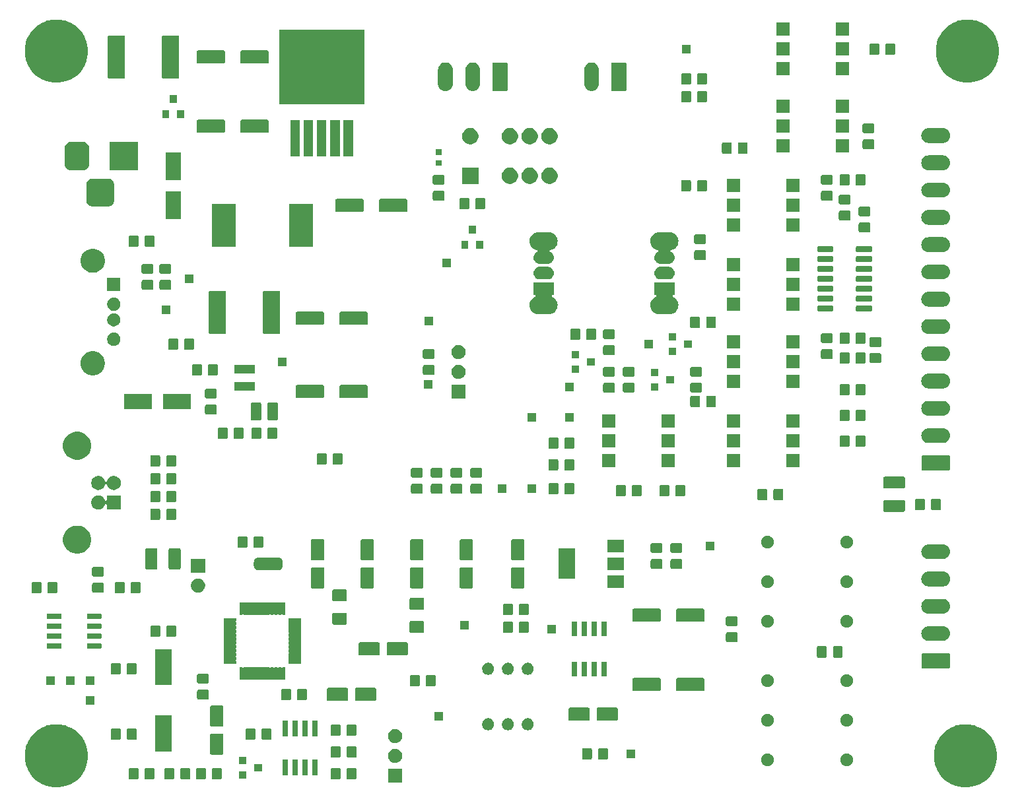
<source format=gbr>
G04 #@! TF.GenerationSoftware,KiCad,Pcbnew,(5.1.5-0-10_14)*
G04 #@! TF.CreationDate,2020-11-15T00:29:35-05:00*
G04 #@! TF.ProjectId,quantar-interface,7175616e-7461-4722-9d69-6e7465726661,rev?*
G04 #@! TF.SameCoordinates,Original*
G04 #@! TF.FileFunction,Soldermask,Top*
G04 #@! TF.FilePolarity,Negative*
%FSLAX46Y46*%
G04 Gerber Fmt 4.6, Leading zero omitted, Abs format (unit mm)*
G04 Created by KiCad (PCBNEW (5.1.5-0-10_14)) date 2020-11-15 00:29:35*
%MOMM*%
%LPD*%
G04 APERTURE LIST*
%ADD10C,0.100000*%
G04 APERTURE END LIST*
D10*
G36*
X199301632Y-142916677D02*
G01*
X199555317Y-143021757D01*
X200038868Y-143222050D01*
X200702362Y-143665383D01*
X201266617Y-144229638D01*
X201709950Y-144893132D01*
X201811533Y-145138376D01*
X202015323Y-145630368D01*
X202171000Y-146413010D01*
X202171000Y-147210990D01*
X202015323Y-147993632D01*
X201888833Y-148299005D01*
X201709950Y-148730868D01*
X201266617Y-149394362D01*
X200702362Y-149958617D01*
X200038868Y-150401950D01*
X199607005Y-150580833D01*
X199301632Y-150707323D01*
X198518990Y-150863000D01*
X197721010Y-150863000D01*
X196938368Y-150707323D01*
X196632995Y-150580833D01*
X196201132Y-150401950D01*
X195537638Y-149958617D01*
X194973383Y-149394362D01*
X194530050Y-148730868D01*
X194351167Y-148299005D01*
X194224677Y-147993632D01*
X194069000Y-147210990D01*
X194069000Y-146413010D01*
X194224677Y-145630368D01*
X194428467Y-145138376D01*
X194530050Y-144893132D01*
X194973383Y-144229638D01*
X195537638Y-143665383D01*
X196201132Y-143222050D01*
X196684683Y-143021757D01*
X196938368Y-142916677D01*
X197721010Y-142761000D01*
X198518990Y-142761000D01*
X199301632Y-142916677D01*
G37*
G36*
X82715632Y-142916677D02*
G01*
X82969317Y-143021757D01*
X83452868Y-143222050D01*
X84116362Y-143665383D01*
X84680617Y-144229638D01*
X85123950Y-144893132D01*
X85225533Y-145138376D01*
X85429323Y-145630368D01*
X85585000Y-146413010D01*
X85585000Y-147210990D01*
X85429323Y-147993632D01*
X85302833Y-148299005D01*
X85123950Y-148730868D01*
X84680617Y-149394362D01*
X84116362Y-149958617D01*
X83452868Y-150401950D01*
X83021005Y-150580833D01*
X82715632Y-150707323D01*
X81932990Y-150863000D01*
X81135010Y-150863000D01*
X80352368Y-150707323D01*
X80046995Y-150580833D01*
X79615132Y-150401950D01*
X78951638Y-149958617D01*
X78387383Y-149394362D01*
X77944050Y-148730868D01*
X77765167Y-148299005D01*
X77638677Y-147993632D01*
X77483000Y-147210990D01*
X77483000Y-146413010D01*
X77638677Y-145630368D01*
X77842467Y-145138376D01*
X77944050Y-144893132D01*
X78387383Y-144229638D01*
X78951638Y-143665383D01*
X79615132Y-143222050D01*
X80098683Y-143021757D01*
X80352368Y-142916677D01*
X81135010Y-142761000D01*
X81932990Y-142761000D01*
X82715632Y-142916677D01*
G37*
G36*
X125869000Y-150253000D02*
G01*
X124067000Y-150253000D01*
X124067000Y-148451000D01*
X125869000Y-148451000D01*
X125869000Y-150253000D01*
G37*
G36*
X96475674Y-148351465D02*
G01*
X96513367Y-148362899D01*
X96548103Y-148381466D01*
X96578548Y-148406452D01*
X96603534Y-148436897D01*
X96622101Y-148471633D01*
X96633535Y-148509326D01*
X96638000Y-148554661D01*
X96638000Y-149641339D01*
X96633535Y-149686674D01*
X96622101Y-149724367D01*
X96603534Y-149759103D01*
X96578548Y-149789548D01*
X96548103Y-149814534D01*
X96513367Y-149833101D01*
X96475674Y-149844535D01*
X96430339Y-149849000D01*
X95593661Y-149849000D01*
X95548326Y-149844535D01*
X95510633Y-149833101D01*
X95475897Y-149814534D01*
X95445452Y-149789548D01*
X95420466Y-149759103D01*
X95401899Y-149724367D01*
X95390465Y-149686674D01*
X95386000Y-149641339D01*
X95386000Y-148554661D01*
X95390465Y-148509326D01*
X95401899Y-148471633D01*
X95420466Y-148436897D01*
X95445452Y-148406452D01*
X95475897Y-148381466D01*
X95510633Y-148362899D01*
X95548326Y-148351465D01*
X95593661Y-148347000D01*
X96430339Y-148347000D01*
X96475674Y-148351465D01*
G37*
G36*
X93944674Y-148351465D02*
G01*
X93982367Y-148362899D01*
X94017103Y-148381466D01*
X94047548Y-148406452D01*
X94072534Y-148436897D01*
X94091101Y-148471633D01*
X94102535Y-148509326D01*
X94107000Y-148554661D01*
X94107000Y-149641339D01*
X94102535Y-149686674D01*
X94091101Y-149724367D01*
X94072534Y-149759103D01*
X94047548Y-149789548D01*
X94017103Y-149814534D01*
X93982367Y-149833101D01*
X93944674Y-149844535D01*
X93899339Y-149849000D01*
X93062661Y-149849000D01*
X93017326Y-149844535D01*
X92979633Y-149833101D01*
X92944897Y-149814534D01*
X92914452Y-149789548D01*
X92889466Y-149759103D01*
X92870899Y-149724367D01*
X92859465Y-149686674D01*
X92855000Y-149641339D01*
X92855000Y-148554661D01*
X92859465Y-148509326D01*
X92870899Y-148471633D01*
X92889466Y-148436897D01*
X92914452Y-148406452D01*
X92944897Y-148381466D01*
X92979633Y-148362899D01*
X93017326Y-148351465D01*
X93062661Y-148347000D01*
X93899339Y-148347000D01*
X93944674Y-148351465D01*
G37*
G36*
X91894674Y-148351465D02*
G01*
X91932367Y-148362899D01*
X91967103Y-148381466D01*
X91997548Y-148406452D01*
X92022534Y-148436897D01*
X92041101Y-148471633D01*
X92052535Y-148509326D01*
X92057000Y-148554661D01*
X92057000Y-149641339D01*
X92052535Y-149686674D01*
X92041101Y-149724367D01*
X92022534Y-149759103D01*
X91997548Y-149789548D01*
X91967103Y-149814534D01*
X91932367Y-149833101D01*
X91894674Y-149844535D01*
X91849339Y-149849000D01*
X91012661Y-149849000D01*
X90967326Y-149844535D01*
X90929633Y-149833101D01*
X90894897Y-149814534D01*
X90864452Y-149789548D01*
X90839466Y-149759103D01*
X90820899Y-149724367D01*
X90809465Y-149686674D01*
X90805000Y-149641339D01*
X90805000Y-148554661D01*
X90809465Y-148509326D01*
X90820899Y-148471633D01*
X90839466Y-148436897D01*
X90864452Y-148406452D01*
X90894897Y-148381466D01*
X90929633Y-148362899D01*
X90967326Y-148351465D01*
X91012661Y-148347000D01*
X91849339Y-148347000D01*
X91894674Y-148351465D01*
G37*
G36*
X117802674Y-148351465D02*
G01*
X117840367Y-148362899D01*
X117875103Y-148381466D01*
X117905548Y-148406452D01*
X117930534Y-148436897D01*
X117949101Y-148471633D01*
X117960535Y-148509326D01*
X117965000Y-148554661D01*
X117965000Y-149641339D01*
X117960535Y-149686674D01*
X117949101Y-149724367D01*
X117930534Y-149759103D01*
X117905548Y-149789548D01*
X117875103Y-149814534D01*
X117840367Y-149833101D01*
X117802674Y-149844535D01*
X117757339Y-149849000D01*
X116920661Y-149849000D01*
X116875326Y-149844535D01*
X116837633Y-149833101D01*
X116802897Y-149814534D01*
X116772452Y-149789548D01*
X116747466Y-149759103D01*
X116728899Y-149724367D01*
X116717465Y-149686674D01*
X116713000Y-149641339D01*
X116713000Y-148554661D01*
X116717465Y-148509326D01*
X116728899Y-148471633D01*
X116747466Y-148436897D01*
X116772452Y-148406452D01*
X116802897Y-148381466D01*
X116837633Y-148362899D01*
X116875326Y-148351465D01*
X116920661Y-148347000D01*
X117757339Y-148347000D01*
X117802674Y-148351465D01*
G37*
G36*
X119852674Y-148351465D02*
G01*
X119890367Y-148362899D01*
X119925103Y-148381466D01*
X119955548Y-148406452D01*
X119980534Y-148436897D01*
X119999101Y-148471633D01*
X120010535Y-148509326D01*
X120015000Y-148554661D01*
X120015000Y-149641339D01*
X120010535Y-149686674D01*
X119999101Y-149724367D01*
X119980534Y-149759103D01*
X119955548Y-149789548D01*
X119925103Y-149814534D01*
X119890367Y-149833101D01*
X119852674Y-149844535D01*
X119807339Y-149849000D01*
X118970661Y-149849000D01*
X118925326Y-149844535D01*
X118887633Y-149833101D01*
X118852897Y-149814534D01*
X118822452Y-149789548D01*
X118797466Y-149759103D01*
X118778899Y-149724367D01*
X118767465Y-149686674D01*
X118763000Y-149641339D01*
X118763000Y-148554661D01*
X118767465Y-148509326D01*
X118778899Y-148471633D01*
X118797466Y-148436897D01*
X118822452Y-148406452D01*
X118852897Y-148381466D01*
X118887633Y-148362899D01*
X118925326Y-148351465D01*
X118970661Y-148347000D01*
X119807339Y-148347000D01*
X119852674Y-148351465D01*
G37*
G36*
X100530674Y-148351465D02*
G01*
X100568367Y-148362899D01*
X100603103Y-148381466D01*
X100633548Y-148406452D01*
X100658534Y-148436897D01*
X100677101Y-148471633D01*
X100688535Y-148509326D01*
X100693000Y-148554661D01*
X100693000Y-149641339D01*
X100688535Y-149686674D01*
X100677101Y-149724367D01*
X100658534Y-149759103D01*
X100633548Y-149789548D01*
X100603103Y-149814534D01*
X100568367Y-149833101D01*
X100530674Y-149844535D01*
X100485339Y-149849000D01*
X99648661Y-149849000D01*
X99603326Y-149844535D01*
X99565633Y-149833101D01*
X99530897Y-149814534D01*
X99500452Y-149789548D01*
X99475466Y-149759103D01*
X99456899Y-149724367D01*
X99445465Y-149686674D01*
X99441000Y-149641339D01*
X99441000Y-148554661D01*
X99445465Y-148509326D01*
X99456899Y-148471633D01*
X99475466Y-148436897D01*
X99500452Y-148406452D01*
X99530897Y-148381466D01*
X99565633Y-148362899D01*
X99603326Y-148351465D01*
X99648661Y-148347000D01*
X100485339Y-148347000D01*
X100530674Y-148351465D01*
G37*
G36*
X98525674Y-148351465D02*
G01*
X98563367Y-148362899D01*
X98598103Y-148381466D01*
X98628548Y-148406452D01*
X98653534Y-148436897D01*
X98672101Y-148471633D01*
X98683535Y-148509326D01*
X98688000Y-148554661D01*
X98688000Y-149641339D01*
X98683535Y-149686674D01*
X98672101Y-149724367D01*
X98653534Y-149759103D01*
X98628548Y-149789548D01*
X98598103Y-149814534D01*
X98563367Y-149833101D01*
X98525674Y-149844535D01*
X98480339Y-149849000D01*
X97643661Y-149849000D01*
X97598326Y-149844535D01*
X97560633Y-149833101D01*
X97525897Y-149814534D01*
X97495452Y-149789548D01*
X97470466Y-149759103D01*
X97451899Y-149724367D01*
X97440465Y-149686674D01*
X97436000Y-149641339D01*
X97436000Y-148554661D01*
X97440465Y-148509326D01*
X97451899Y-148471633D01*
X97470466Y-148436897D01*
X97495452Y-148406452D01*
X97525897Y-148381466D01*
X97560633Y-148362899D01*
X97598326Y-148351465D01*
X97643661Y-148347000D01*
X98480339Y-148347000D01*
X98525674Y-148351465D01*
G37*
G36*
X102580674Y-148351465D02*
G01*
X102618367Y-148362899D01*
X102653103Y-148381466D01*
X102683548Y-148406452D01*
X102708534Y-148436897D01*
X102727101Y-148471633D01*
X102738535Y-148509326D01*
X102743000Y-148554661D01*
X102743000Y-149641339D01*
X102738535Y-149686674D01*
X102727101Y-149724367D01*
X102708534Y-149759103D01*
X102683548Y-149789548D01*
X102653103Y-149814534D01*
X102618367Y-149833101D01*
X102580674Y-149844535D01*
X102535339Y-149849000D01*
X101698661Y-149849000D01*
X101653326Y-149844535D01*
X101615633Y-149833101D01*
X101580897Y-149814534D01*
X101550452Y-149789548D01*
X101525466Y-149759103D01*
X101506899Y-149724367D01*
X101495465Y-149686674D01*
X101491000Y-149641339D01*
X101491000Y-148554661D01*
X101495465Y-148509326D01*
X101506899Y-148471633D01*
X101525466Y-148436897D01*
X101550452Y-148406452D01*
X101580897Y-148381466D01*
X101615633Y-148362899D01*
X101653326Y-148351465D01*
X101698661Y-148347000D01*
X102535339Y-148347000D01*
X102580674Y-148351465D01*
G37*
G36*
X105927000Y-149737000D02*
G01*
X104925000Y-149737000D01*
X104925000Y-148835000D01*
X105927000Y-148835000D01*
X105927000Y-149737000D01*
G37*
G36*
X111130928Y-147247764D02*
G01*
X111152009Y-147254160D01*
X111171445Y-147264548D01*
X111188476Y-147278524D01*
X111202452Y-147295555D01*
X111212840Y-147314991D01*
X111219236Y-147336072D01*
X111222000Y-147364140D01*
X111222000Y-149177860D01*
X111219236Y-149205928D01*
X111212840Y-149227009D01*
X111202452Y-149246445D01*
X111188476Y-149263476D01*
X111171445Y-149277452D01*
X111152009Y-149287840D01*
X111130928Y-149294236D01*
X111102860Y-149297000D01*
X110639140Y-149297000D01*
X110611072Y-149294236D01*
X110589991Y-149287840D01*
X110570555Y-149277452D01*
X110553524Y-149263476D01*
X110539548Y-149246445D01*
X110529160Y-149227009D01*
X110522764Y-149205928D01*
X110520000Y-149177860D01*
X110520000Y-147364140D01*
X110522764Y-147336072D01*
X110529160Y-147314991D01*
X110539548Y-147295555D01*
X110553524Y-147278524D01*
X110570555Y-147264548D01*
X110589991Y-147254160D01*
X110611072Y-147247764D01*
X110639140Y-147245000D01*
X111102860Y-147245000D01*
X111130928Y-147247764D01*
G37*
G36*
X112400928Y-147247764D02*
G01*
X112422009Y-147254160D01*
X112441445Y-147264548D01*
X112458476Y-147278524D01*
X112472452Y-147295555D01*
X112482840Y-147314991D01*
X112489236Y-147336072D01*
X112492000Y-147364140D01*
X112492000Y-149177860D01*
X112489236Y-149205928D01*
X112482840Y-149227009D01*
X112472452Y-149246445D01*
X112458476Y-149263476D01*
X112441445Y-149277452D01*
X112422009Y-149287840D01*
X112400928Y-149294236D01*
X112372860Y-149297000D01*
X111909140Y-149297000D01*
X111881072Y-149294236D01*
X111859991Y-149287840D01*
X111840555Y-149277452D01*
X111823524Y-149263476D01*
X111809548Y-149246445D01*
X111799160Y-149227009D01*
X111792764Y-149205928D01*
X111790000Y-149177860D01*
X111790000Y-147364140D01*
X111792764Y-147336072D01*
X111799160Y-147314991D01*
X111809548Y-147295555D01*
X111823524Y-147278524D01*
X111840555Y-147264548D01*
X111859991Y-147254160D01*
X111881072Y-147247764D01*
X111909140Y-147245000D01*
X112372860Y-147245000D01*
X112400928Y-147247764D01*
G37*
G36*
X113670928Y-147247764D02*
G01*
X113692009Y-147254160D01*
X113711445Y-147264548D01*
X113728476Y-147278524D01*
X113742452Y-147295555D01*
X113752840Y-147314991D01*
X113759236Y-147336072D01*
X113762000Y-147364140D01*
X113762000Y-149177860D01*
X113759236Y-149205928D01*
X113752840Y-149227009D01*
X113742452Y-149246445D01*
X113728476Y-149263476D01*
X113711445Y-149277452D01*
X113692009Y-149287840D01*
X113670928Y-149294236D01*
X113642860Y-149297000D01*
X113179140Y-149297000D01*
X113151072Y-149294236D01*
X113129991Y-149287840D01*
X113110555Y-149277452D01*
X113093524Y-149263476D01*
X113079548Y-149246445D01*
X113069160Y-149227009D01*
X113062764Y-149205928D01*
X113060000Y-149177860D01*
X113060000Y-147364140D01*
X113062764Y-147336072D01*
X113069160Y-147314991D01*
X113079548Y-147295555D01*
X113093524Y-147278524D01*
X113110555Y-147264548D01*
X113129991Y-147254160D01*
X113151072Y-147247764D01*
X113179140Y-147245000D01*
X113642860Y-147245000D01*
X113670928Y-147247764D01*
G37*
G36*
X114940928Y-147247764D02*
G01*
X114962009Y-147254160D01*
X114981445Y-147264548D01*
X114998476Y-147278524D01*
X115012452Y-147295555D01*
X115022840Y-147314991D01*
X115029236Y-147336072D01*
X115032000Y-147364140D01*
X115032000Y-149177860D01*
X115029236Y-149205928D01*
X115022840Y-149227009D01*
X115012452Y-149246445D01*
X114998476Y-149263476D01*
X114981445Y-149277452D01*
X114962009Y-149287840D01*
X114940928Y-149294236D01*
X114912860Y-149297000D01*
X114449140Y-149297000D01*
X114421072Y-149294236D01*
X114399991Y-149287840D01*
X114380555Y-149277452D01*
X114363524Y-149263476D01*
X114349548Y-149246445D01*
X114339160Y-149227009D01*
X114332764Y-149205928D01*
X114330000Y-149177860D01*
X114330000Y-147364140D01*
X114332764Y-147336072D01*
X114339160Y-147314991D01*
X114349548Y-147295555D01*
X114363524Y-147278524D01*
X114380555Y-147264548D01*
X114399991Y-147254160D01*
X114421072Y-147247764D01*
X114449140Y-147245000D01*
X114912860Y-147245000D01*
X114940928Y-147247764D01*
G37*
G36*
X107927000Y-148787000D02*
G01*
X106925000Y-148787000D01*
X106925000Y-147885000D01*
X107927000Y-147885000D01*
X107927000Y-148787000D01*
G37*
G36*
X183117142Y-146538242D02*
G01*
X183265101Y-146599529D01*
X183398255Y-146688499D01*
X183511501Y-146801745D01*
X183600471Y-146934899D01*
X183661758Y-147082858D01*
X183693000Y-147239925D01*
X183693000Y-147400075D01*
X183661758Y-147557142D01*
X183600471Y-147705101D01*
X183511501Y-147838255D01*
X183398255Y-147951501D01*
X183265101Y-148040471D01*
X183117142Y-148101758D01*
X182960075Y-148133000D01*
X182799925Y-148133000D01*
X182642858Y-148101758D01*
X182494899Y-148040471D01*
X182361745Y-147951501D01*
X182248499Y-147838255D01*
X182159529Y-147705101D01*
X182098242Y-147557142D01*
X182067000Y-147400075D01*
X182067000Y-147239925D01*
X182098242Y-147082858D01*
X182159529Y-146934899D01*
X182248499Y-146801745D01*
X182361745Y-146688499D01*
X182494899Y-146599529D01*
X182642858Y-146538242D01*
X182799925Y-146507000D01*
X182960075Y-146507000D01*
X183117142Y-146538242D01*
G37*
G36*
X172957142Y-146538242D02*
G01*
X173105101Y-146599529D01*
X173238255Y-146688499D01*
X173351501Y-146801745D01*
X173440471Y-146934899D01*
X173501758Y-147082858D01*
X173533000Y-147239925D01*
X173533000Y-147400075D01*
X173501758Y-147557142D01*
X173440471Y-147705101D01*
X173351501Y-147838255D01*
X173238255Y-147951501D01*
X173105101Y-148040471D01*
X172957142Y-148101758D01*
X172800075Y-148133000D01*
X172639925Y-148133000D01*
X172482858Y-148101758D01*
X172334899Y-148040471D01*
X172201745Y-147951501D01*
X172088499Y-147838255D01*
X171999529Y-147705101D01*
X171938242Y-147557142D01*
X171907000Y-147400075D01*
X171907000Y-147239925D01*
X171938242Y-147082858D01*
X171999529Y-146934899D01*
X172088499Y-146801745D01*
X172201745Y-146688499D01*
X172334899Y-146599529D01*
X172482858Y-146538242D01*
X172639925Y-146507000D01*
X172800075Y-146507000D01*
X172957142Y-146538242D01*
G37*
G36*
X105927000Y-147837000D02*
G01*
X104925000Y-147837000D01*
X104925000Y-146935000D01*
X105927000Y-146935000D01*
X105927000Y-147837000D01*
G37*
G36*
X125081512Y-145915927D02*
G01*
X125230812Y-145945624D01*
X125394784Y-146013544D01*
X125542354Y-146112147D01*
X125667853Y-146237646D01*
X125766456Y-146385216D01*
X125834376Y-146549188D01*
X125869000Y-146723259D01*
X125869000Y-146900741D01*
X125834376Y-147074812D01*
X125766456Y-147238784D01*
X125667853Y-147386354D01*
X125542354Y-147511853D01*
X125394784Y-147610456D01*
X125230812Y-147678376D01*
X125081512Y-147708073D01*
X125056742Y-147713000D01*
X124879258Y-147713000D01*
X124854488Y-147708073D01*
X124705188Y-147678376D01*
X124541216Y-147610456D01*
X124393646Y-147511853D01*
X124268147Y-147386354D01*
X124169544Y-147238784D01*
X124101624Y-147074812D01*
X124067000Y-146900741D01*
X124067000Y-146723259D01*
X124101624Y-146549188D01*
X124169544Y-146385216D01*
X124268147Y-146237646D01*
X124393646Y-146112147D01*
X124541216Y-146013544D01*
X124705188Y-145945624D01*
X124854488Y-145915927D01*
X124879258Y-145911000D01*
X125056742Y-145911000D01*
X125081512Y-145915927D01*
G37*
G36*
X150051674Y-145811465D02*
G01*
X150089367Y-145822899D01*
X150124103Y-145841466D01*
X150154548Y-145866452D01*
X150179534Y-145896897D01*
X150198101Y-145931633D01*
X150209535Y-145969326D01*
X150214000Y-146014661D01*
X150214000Y-147101339D01*
X150209535Y-147146674D01*
X150198101Y-147184367D01*
X150179534Y-147219103D01*
X150154548Y-147249548D01*
X150124103Y-147274534D01*
X150089367Y-147293101D01*
X150051674Y-147304535D01*
X150006339Y-147309000D01*
X149169661Y-147309000D01*
X149124326Y-147304535D01*
X149086633Y-147293101D01*
X149051897Y-147274534D01*
X149021452Y-147249548D01*
X148996466Y-147219103D01*
X148977899Y-147184367D01*
X148966465Y-147146674D01*
X148962000Y-147101339D01*
X148962000Y-146014661D01*
X148966465Y-145969326D01*
X148977899Y-145931633D01*
X148996466Y-145896897D01*
X149021452Y-145866452D01*
X149051897Y-145841466D01*
X149086633Y-145822899D01*
X149124326Y-145811465D01*
X149169661Y-145807000D01*
X150006339Y-145807000D01*
X150051674Y-145811465D01*
G37*
G36*
X152101674Y-145811465D02*
G01*
X152139367Y-145822899D01*
X152174103Y-145841466D01*
X152204548Y-145866452D01*
X152229534Y-145896897D01*
X152248101Y-145931633D01*
X152259535Y-145969326D01*
X152264000Y-146014661D01*
X152264000Y-147101339D01*
X152259535Y-147146674D01*
X152248101Y-147184367D01*
X152229534Y-147219103D01*
X152204548Y-147249548D01*
X152174103Y-147274534D01*
X152139367Y-147293101D01*
X152101674Y-147304535D01*
X152056339Y-147309000D01*
X151219661Y-147309000D01*
X151174326Y-147304535D01*
X151136633Y-147293101D01*
X151101897Y-147274534D01*
X151071452Y-147249548D01*
X151046466Y-147219103D01*
X151027899Y-147184367D01*
X151016465Y-147146674D01*
X151012000Y-147101339D01*
X151012000Y-146014661D01*
X151016465Y-145969326D01*
X151027899Y-145931633D01*
X151046466Y-145896897D01*
X151071452Y-145866452D01*
X151101897Y-145841466D01*
X151136633Y-145822899D01*
X151174326Y-145811465D01*
X151219661Y-145807000D01*
X152056339Y-145807000D01*
X152101674Y-145811465D01*
G37*
G36*
X155745000Y-147109000D02*
G01*
X154643000Y-147109000D01*
X154643000Y-146007000D01*
X155745000Y-146007000D01*
X155745000Y-147109000D01*
G37*
G36*
X119861674Y-145557465D02*
G01*
X119899367Y-145568899D01*
X119934103Y-145587466D01*
X119964548Y-145612452D01*
X119989534Y-145642897D01*
X120008101Y-145677633D01*
X120019535Y-145715326D01*
X120024000Y-145760661D01*
X120024000Y-146847339D01*
X120019535Y-146892674D01*
X120008101Y-146930367D01*
X119989534Y-146965103D01*
X119964548Y-146995548D01*
X119934103Y-147020534D01*
X119899367Y-147039101D01*
X119861674Y-147050535D01*
X119816339Y-147055000D01*
X118979661Y-147055000D01*
X118934326Y-147050535D01*
X118896633Y-147039101D01*
X118861897Y-147020534D01*
X118831452Y-146995548D01*
X118806466Y-146965103D01*
X118787899Y-146930367D01*
X118776465Y-146892674D01*
X118772000Y-146847339D01*
X118772000Y-145760661D01*
X118776465Y-145715326D01*
X118787899Y-145677633D01*
X118806466Y-145642897D01*
X118831452Y-145612452D01*
X118861897Y-145587466D01*
X118896633Y-145568899D01*
X118934326Y-145557465D01*
X118979661Y-145553000D01*
X119816339Y-145553000D01*
X119861674Y-145557465D01*
G37*
G36*
X117811674Y-145557465D02*
G01*
X117849367Y-145568899D01*
X117884103Y-145587466D01*
X117914548Y-145612452D01*
X117939534Y-145642897D01*
X117958101Y-145677633D01*
X117969535Y-145715326D01*
X117974000Y-145760661D01*
X117974000Y-146847339D01*
X117969535Y-146892674D01*
X117958101Y-146930367D01*
X117939534Y-146965103D01*
X117914548Y-146995548D01*
X117884103Y-147020534D01*
X117849367Y-147039101D01*
X117811674Y-147050535D01*
X117766339Y-147055000D01*
X116929661Y-147055000D01*
X116884326Y-147050535D01*
X116846633Y-147039101D01*
X116811897Y-147020534D01*
X116781452Y-146995548D01*
X116756466Y-146965103D01*
X116737899Y-146930367D01*
X116726465Y-146892674D01*
X116722000Y-146847339D01*
X116722000Y-145760661D01*
X116726465Y-145715326D01*
X116737899Y-145677633D01*
X116756466Y-145642897D01*
X116781452Y-145612452D01*
X116811897Y-145587466D01*
X116846633Y-145568899D01*
X116884326Y-145557465D01*
X116929661Y-145553000D01*
X117766339Y-145553000D01*
X117811674Y-145557465D01*
G37*
G36*
X102813997Y-143963051D02*
G01*
X102847652Y-143973261D01*
X102878665Y-143989838D01*
X102905851Y-144012149D01*
X102928162Y-144039335D01*
X102944739Y-144070348D01*
X102954949Y-144104003D01*
X102959000Y-144145138D01*
X102959000Y-146474862D01*
X102954949Y-146515997D01*
X102944739Y-146549652D01*
X102928162Y-146580665D01*
X102905851Y-146607851D01*
X102878665Y-146630162D01*
X102847652Y-146646739D01*
X102813997Y-146656949D01*
X102772862Y-146661000D01*
X101443138Y-146661000D01*
X101402003Y-146656949D01*
X101368348Y-146646739D01*
X101337335Y-146630162D01*
X101310149Y-146607851D01*
X101287838Y-146580665D01*
X101271261Y-146549652D01*
X101261051Y-146515997D01*
X101257000Y-146474862D01*
X101257000Y-144145138D01*
X101261051Y-144104003D01*
X101271261Y-144070348D01*
X101287838Y-144039335D01*
X101310149Y-144012149D01*
X101337335Y-143989838D01*
X101368348Y-143973261D01*
X101402003Y-143963051D01*
X101443138Y-143959000D01*
X102772862Y-143959000D01*
X102813997Y-143963051D01*
G37*
G36*
X96301000Y-146251000D02*
G01*
X94199000Y-146251000D01*
X94199000Y-141649000D01*
X96301000Y-141649000D01*
X96301000Y-146251000D01*
G37*
G36*
X125081512Y-143375927D02*
G01*
X125230812Y-143405624D01*
X125394784Y-143473544D01*
X125542354Y-143572147D01*
X125667853Y-143697646D01*
X125766456Y-143845216D01*
X125834376Y-144009188D01*
X125869000Y-144183259D01*
X125869000Y-144360741D01*
X125834376Y-144534812D01*
X125766456Y-144698784D01*
X125667853Y-144846354D01*
X125542354Y-144971853D01*
X125394784Y-145070456D01*
X125230812Y-145138376D01*
X125081512Y-145168073D01*
X125056742Y-145173000D01*
X124879258Y-145173000D01*
X124854488Y-145168073D01*
X124705188Y-145138376D01*
X124541216Y-145070456D01*
X124393646Y-144971853D01*
X124268147Y-144846354D01*
X124169544Y-144698784D01*
X124101624Y-144534812D01*
X124067000Y-144360741D01*
X124067000Y-144183259D01*
X124101624Y-144009188D01*
X124169544Y-143845216D01*
X124268147Y-143697646D01*
X124393646Y-143572147D01*
X124541216Y-143473544D01*
X124705188Y-143405624D01*
X124854488Y-143375927D01*
X124879258Y-143371000D01*
X125056742Y-143371000D01*
X125081512Y-143375927D01*
G37*
G36*
X91667674Y-143271465D02*
G01*
X91705367Y-143282899D01*
X91740103Y-143301466D01*
X91770548Y-143326452D01*
X91795534Y-143356897D01*
X91814101Y-143391633D01*
X91825535Y-143429326D01*
X91830000Y-143474661D01*
X91830000Y-144561339D01*
X91825535Y-144606674D01*
X91814101Y-144644367D01*
X91795534Y-144679103D01*
X91770548Y-144709548D01*
X91740103Y-144734534D01*
X91705367Y-144753101D01*
X91667674Y-144764535D01*
X91622339Y-144769000D01*
X90785661Y-144769000D01*
X90740326Y-144764535D01*
X90702633Y-144753101D01*
X90667897Y-144734534D01*
X90637452Y-144709548D01*
X90612466Y-144679103D01*
X90593899Y-144644367D01*
X90582465Y-144606674D01*
X90578000Y-144561339D01*
X90578000Y-143474661D01*
X90582465Y-143429326D01*
X90593899Y-143391633D01*
X90612466Y-143356897D01*
X90637452Y-143326452D01*
X90667897Y-143301466D01*
X90702633Y-143282899D01*
X90740326Y-143271465D01*
X90785661Y-143267000D01*
X91622339Y-143267000D01*
X91667674Y-143271465D01*
G37*
G36*
X89617674Y-143271465D02*
G01*
X89655367Y-143282899D01*
X89690103Y-143301466D01*
X89720548Y-143326452D01*
X89745534Y-143356897D01*
X89764101Y-143391633D01*
X89775535Y-143429326D01*
X89780000Y-143474661D01*
X89780000Y-144561339D01*
X89775535Y-144606674D01*
X89764101Y-144644367D01*
X89745534Y-144679103D01*
X89720548Y-144709548D01*
X89690103Y-144734534D01*
X89655367Y-144753101D01*
X89617674Y-144764535D01*
X89572339Y-144769000D01*
X88735661Y-144769000D01*
X88690326Y-144764535D01*
X88652633Y-144753101D01*
X88617897Y-144734534D01*
X88587452Y-144709548D01*
X88562466Y-144679103D01*
X88543899Y-144644367D01*
X88532465Y-144606674D01*
X88528000Y-144561339D01*
X88528000Y-143474661D01*
X88532465Y-143429326D01*
X88543899Y-143391633D01*
X88562466Y-143356897D01*
X88587452Y-143326452D01*
X88617897Y-143301466D01*
X88652633Y-143282899D01*
X88690326Y-143271465D01*
X88735661Y-143267000D01*
X89572339Y-143267000D01*
X89617674Y-143271465D01*
G37*
G36*
X108939674Y-143271465D02*
G01*
X108977367Y-143282899D01*
X109012103Y-143301466D01*
X109042548Y-143326452D01*
X109067534Y-143356897D01*
X109086101Y-143391633D01*
X109097535Y-143429326D01*
X109102000Y-143474661D01*
X109102000Y-144561339D01*
X109097535Y-144606674D01*
X109086101Y-144644367D01*
X109067534Y-144679103D01*
X109042548Y-144709548D01*
X109012103Y-144734534D01*
X108977367Y-144753101D01*
X108939674Y-144764535D01*
X108894339Y-144769000D01*
X108057661Y-144769000D01*
X108012326Y-144764535D01*
X107974633Y-144753101D01*
X107939897Y-144734534D01*
X107909452Y-144709548D01*
X107884466Y-144679103D01*
X107865899Y-144644367D01*
X107854465Y-144606674D01*
X107850000Y-144561339D01*
X107850000Y-143474661D01*
X107854465Y-143429326D01*
X107865899Y-143391633D01*
X107884466Y-143356897D01*
X107909452Y-143326452D01*
X107939897Y-143301466D01*
X107974633Y-143282899D01*
X108012326Y-143271465D01*
X108057661Y-143267000D01*
X108894339Y-143267000D01*
X108939674Y-143271465D01*
G37*
G36*
X106889674Y-143271465D02*
G01*
X106927367Y-143282899D01*
X106962103Y-143301466D01*
X106992548Y-143326452D01*
X107017534Y-143356897D01*
X107036101Y-143391633D01*
X107047535Y-143429326D01*
X107052000Y-143474661D01*
X107052000Y-144561339D01*
X107047535Y-144606674D01*
X107036101Y-144644367D01*
X107017534Y-144679103D01*
X106992548Y-144709548D01*
X106962103Y-144734534D01*
X106927367Y-144753101D01*
X106889674Y-144764535D01*
X106844339Y-144769000D01*
X106007661Y-144769000D01*
X105962326Y-144764535D01*
X105924633Y-144753101D01*
X105889897Y-144734534D01*
X105859452Y-144709548D01*
X105834466Y-144679103D01*
X105815899Y-144644367D01*
X105804465Y-144606674D01*
X105800000Y-144561339D01*
X105800000Y-143474661D01*
X105804465Y-143429326D01*
X105815899Y-143391633D01*
X105834466Y-143356897D01*
X105859452Y-143326452D01*
X105889897Y-143301466D01*
X105924633Y-143282899D01*
X105962326Y-143271465D01*
X106007661Y-143267000D01*
X106844339Y-143267000D01*
X106889674Y-143271465D01*
G37*
G36*
X113670928Y-142297764D02*
G01*
X113692009Y-142304160D01*
X113711445Y-142314548D01*
X113728474Y-142328523D01*
X113742452Y-142345555D01*
X113752840Y-142364991D01*
X113759236Y-142386072D01*
X113762000Y-142414140D01*
X113762000Y-144227860D01*
X113759236Y-144255928D01*
X113752840Y-144277009D01*
X113742452Y-144296445D01*
X113728476Y-144313476D01*
X113711445Y-144327452D01*
X113692009Y-144337840D01*
X113670928Y-144344236D01*
X113642860Y-144347000D01*
X113179140Y-144347000D01*
X113151072Y-144344236D01*
X113129991Y-144337840D01*
X113110555Y-144327452D01*
X113093524Y-144313476D01*
X113079548Y-144296445D01*
X113069160Y-144277009D01*
X113062764Y-144255928D01*
X113060000Y-144227860D01*
X113060000Y-142414140D01*
X113062764Y-142386072D01*
X113069160Y-142364991D01*
X113079548Y-142345555D01*
X113093526Y-142328523D01*
X113110555Y-142314548D01*
X113129991Y-142304160D01*
X113151072Y-142297764D01*
X113179140Y-142295000D01*
X113642860Y-142295000D01*
X113670928Y-142297764D01*
G37*
G36*
X114940928Y-142297764D02*
G01*
X114962009Y-142304160D01*
X114981445Y-142314548D01*
X114998474Y-142328523D01*
X115012452Y-142345555D01*
X115022840Y-142364991D01*
X115029236Y-142386072D01*
X115032000Y-142414140D01*
X115032000Y-144227860D01*
X115029236Y-144255928D01*
X115022840Y-144277009D01*
X115012452Y-144296445D01*
X114998476Y-144313476D01*
X114981445Y-144327452D01*
X114962009Y-144337840D01*
X114940928Y-144344236D01*
X114912860Y-144347000D01*
X114449140Y-144347000D01*
X114421072Y-144344236D01*
X114399991Y-144337840D01*
X114380555Y-144327452D01*
X114363524Y-144313476D01*
X114349548Y-144296445D01*
X114339160Y-144277009D01*
X114332764Y-144255928D01*
X114330000Y-144227860D01*
X114330000Y-142414140D01*
X114332764Y-142386072D01*
X114339160Y-142364991D01*
X114349548Y-142345555D01*
X114363526Y-142328523D01*
X114380555Y-142314548D01*
X114399991Y-142304160D01*
X114421072Y-142297764D01*
X114449140Y-142295000D01*
X114912860Y-142295000D01*
X114940928Y-142297764D01*
G37*
G36*
X112400928Y-142297764D02*
G01*
X112422009Y-142304160D01*
X112441445Y-142314548D01*
X112458474Y-142328523D01*
X112472452Y-142345555D01*
X112482840Y-142364991D01*
X112489236Y-142386072D01*
X112492000Y-142414140D01*
X112492000Y-144227860D01*
X112489236Y-144255928D01*
X112482840Y-144277009D01*
X112472452Y-144296445D01*
X112458476Y-144313476D01*
X112441445Y-144327452D01*
X112422009Y-144337840D01*
X112400928Y-144344236D01*
X112372860Y-144347000D01*
X111909140Y-144347000D01*
X111881072Y-144344236D01*
X111859991Y-144337840D01*
X111840555Y-144327452D01*
X111823524Y-144313476D01*
X111809548Y-144296445D01*
X111799160Y-144277009D01*
X111792764Y-144255928D01*
X111790000Y-144227860D01*
X111790000Y-142414140D01*
X111792764Y-142386072D01*
X111799160Y-142364991D01*
X111809548Y-142345555D01*
X111823526Y-142328523D01*
X111840555Y-142314548D01*
X111859991Y-142304160D01*
X111881072Y-142297764D01*
X111909140Y-142295000D01*
X112372860Y-142295000D01*
X112400928Y-142297764D01*
G37*
G36*
X111130928Y-142297764D02*
G01*
X111152009Y-142304160D01*
X111171445Y-142314548D01*
X111188474Y-142328523D01*
X111202452Y-142345555D01*
X111212840Y-142364991D01*
X111219236Y-142386072D01*
X111222000Y-142414140D01*
X111222000Y-144227860D01*
X111219236Y-144255928D01*
X111212840Y-144277009D01*
X111202452Y-144296445D01*
X111188476Y-144313476D01*
X111171445Y-144327452D01*
X111152009Y-144337840D01*
X111130928Y-144344236D01*
X111102860Y-144347000D01*
X110639140Y-144347000D01*
X110611072Y-144344236D01*
X110589991Y-144337840D01*
X110570555Y-144327452D01*
X110553524Y-144313476D01*
X110539548Y-144296445D01*
X110529160Y-144277009D01*
X110522764Y-144255928D01*
X110520000Y-144227860D01*
X110520000Y-142414140D01*
X110522764Y-142386072D01*
X110529160Y-142364991D01*
X110539548Y-142345555D01*
X110553526Y-142328523D01*
X110570555Y-142314548D01*
X110589991Y-142304160D01*
X110611072Y-142297764D01*
X110639140Y-142295000D01*
X111102860Y-142295000D01*
X111130928Y-142297764D01*
G37*
G36*
X119852674Y-142763465D02*
G01*
X119890367Y-142774899D01*
X119925103Y-142793466D01*
X119955548Y-142818452D01*
X119980534Y-142848897D01*
X119999101Y-142883633D01*
X120010535Y-142921326D01*
X120015000Y-142966661D01*
X120015000Y-144053339D01*
X120010535Y-144098674D01*
X119999101Y-144136367D01*
X119980534Y-144171103D01*
X119955548Y-144201548D01*
X119925103Y-144226534D01*
X119890367Y-144245101D01*
X119852674Y-144256535D01*
X119807339Y-144261000D01*
X118970661Y-144261000D01*
X118925326Y-144256535D01*
X118887633Y-144245101D01*
X118852897Y-144226534D01*
X118822452Y-144201548D01*
X118797466Y-144171103D01*
X118778899Y-144136367D01*
X118767465Y-144098674D01*
X118763000Y-144053339D01*
X118763000Y-142966661D01*
X118767465Y-142921326D01*
X118778899Y-142883633D01*
X118797466Y-142848897D01*
X118822452Y-142818452D01*
X118852897Y-142793466D01*
X118887633Y-142774899D01*
X118925326Y-142763465D01*
X118970661Y-142759000D01*
X119807339Y-142759000D01*
X119852674Y-142763465D01*
G37*
G36*
X117802674Y-142763465D02*
G01*
X117840367Y-142774899D01*
X117875103Y-142793466D01*
X117905548Y-142818452D01*
X117930534Y-142848897D01*
X117949101Y-142883633D01*
X117960535Y-142921326D01*
X117965000Y-142966661D01*
X117965000Y-144053339D01*
X117960535Y-144098674D01*
X117949101Y-144136367D01*
X117930534Y-144171103D01*
X117905548Y-144201548D01*
X117875103Y-144226534D01*
X117840367Y-144245101D01*
X117802674Y-144256535D01*
X117757339Y-144261000D01*
X116920661Y-144261000D01*
X116875326Y-144256535D01*
X116837633Y-144245101D01*
X116802897Y-144226534D01*
X116772452Y-144201548D01*
X116747466Y-144171103D01*
X116728899Y-144136367D01*
X116717465Y-144098674D01*
X116713000Y-144053339D01*
X116713000Y-142966661D01*
X116717465Y-142921326D01*
X116728899Y-142883633D01*
X116747466Y-142848897D01*
X116772452Y-142818452D01*
X116802897Y-142793466D01*
X116837633Y-142774899D01*
X116875326Y-142763465D01*
X116920661Y-142759000D01*
X117757339Y-142759000D01*
X117802674Y-142763465D01*
G37*
G36*
X139571589Y-141986876D02*
G01*
X139670893Y-142006629D01*
X139811206Y-142064748D01*
X139937484Y-142149125D01*
X140044875Y-142256516D01*
X140129252Y-142382794D01*
X140187371Y-142523107D01*
X140187371Y-142523109D01*
X140217000Y-142672062D01*
X140217000Y-142823938D01*
X140212035Y-142848897D01*
X140187371Y-142972893D01*
X140129252Y-143113206D01*
X140044875Y-143239484D01*
X139937484Y-143346875D01*
X139811206Y-143431252D01*
X139670893Y-143489371D01*
X139571589Y-143509124D01*
X139521938Y-143519000D01*
X139370062Y-143519000D01*
X139320411Y-143509124D01*
X139221107Y-143489371D01*
X139080794Y-143431252D01*
X138954516Y-143346875D01*
X138847125Y-143239484D01*
X138762748Y-143113206D01*
X138704629Y-142972893D01*
X138679965Y-142848897D01*
X138675000Y-142823938D01*
X138675000Y-142672062D01*
X138704629Y-142523109D01*
X138704629Y-142523107D01*
X138762748Y-142382794D01*
X138847125Y-142256516D01*
X138954516Y-142149125D01*
X139080794Y-142064748D01*
X139221107Y-142006629D01*
X139320411Y-141986876D01*
X139370062Y-141977000D01*
X139521938Y-141977000D01*
X139571589Y-141986876D01*
G37*
G36*
X142111589Y-141986876D02*
G01*
X142210893Y-142006629D01*
X142351206Y-142064748D01*
X142477484Y-142149125D01*
X142584875Y-142256516D01*
X142669252Y-142382794D01*
X142727371Y-142523107D01*
X142727371Y-142523109D01*
X142757000Y-142672062D01*
X142757000Y-142823938D01*
X142752035Y-142848897D01*
X142727371Y-142972893D01*
X142669252Y-143113206D01*
X142584875Y-143239484D01*
X142477484Y-143346875D01*
X142351206Y-143431252D01*
X142210893Y-143489371D01*
X142111589Y-143509124D01*
X142061938Y-143519000D01*
X141910062Y-143519000D01*
X141860411Y-143509124D01*
X141761107Y-143489371D01*
X141620794Y-143431252D01*
X141494516Y-143346875D01*
X141387125Y-143239484D01*
X141302748Y-143113206D01*
X141244629Y-142972893D01*
X141219965Y-142848897D01*
X141215000Y-142823938D01*
X141215000Y-142672062D01*
X141244629Y-142523109D01*
X141244629Y-142523107D01*
X141302748Y-142382794D01*
X141387125Y-142256516D01*
X141494516Y-142149125D01*
X141620794Y-142064748D01*
X141761107Y-142006629D01*
X141860411Y-141986876D01*
X141910062Y-141977000D01*
X142061938Y-141977000D01*
X142111589Y-141986876D01*
G37*
G36*
X137031589Y-141986876D02*
G01*
X137130893Y-142006629D01*
X137271206Y-142064748D01*
X137397484Y-142149125D01*
X137504875Y-142256516D01*
X137589252Y-142382794D01*
X137647371Y-142523107D01*
X137647371Y-142523109D01*
X137677000Y-142672062D01*
X137677000Y-142823938D01*
X137672035Y-142848897D01*
X137647371Y-142972893D01*
X137589252Y-143113206D01*
X137504875Y-143239484D01*
X137397484Y-143346875D01*
X137271206Y-143431252D01*
X137130893Y-143489371D01*
X137031589Y-143509124D01*
X136981938Y-143519000D01*
X136830062Y-143519000D01*
X136780411Y-143509124D01*
X136681107Y-143489371D01*
X136540794Y-143431252D01*
X136414516Y-143346875D01*
X136307125Y-143239484D01*
X136222748Y-143113206D01*
X136164629Y-142972893D01*
X136139965Y-142848897D01*
X136135000Y-142823938D01*
X136135000Y-142672062D01*
X136164629Y-142523109D01*
X136164629Y-142523107D01*
X136222748Y-142382794D01*
X136307125Y-142256516D01*
X136414516Y-142149125D01*
X136540794Y-142064748D01*
X136681107Y-142006629D01*
X136780411Y-141986876D01*
X136830062Y-141977000D01*
X136981938Y-141977000D01*
X137031589Y-141986876D01*
G37*
G36*
X102813997Y-140363051D02*
G01*
X102847652Y-140373261D01*
X102878665Y-140389838D01*
X102905851Y-140412149D01*
X102928162Y-140439335D01*
X102944739Y-140470348D01*
X102954949Y-140504003D01*
X102959000Y-140545138D01*
X102959000Y-142874862D01*
X102954949Y-142915997D01*
X102944739Y-142949652D01*
X102928162Y-142980665D01*
X102905851Y-143007851D01*
X102878665Y-143030162D01*
X102847652Y-143046739D01*
X102813997Y-143056949D01*
X102772862Y-143061000D01*
X101443138Y-143061000D01*
X101402003Y-143056949D01*
X101368348Y-143046739D01*
X101337335Y-143030162D01*
X101310149Y-143007851D01*
X101287838Y-142980665D01*
X101271261Y-142949652D01*
X101261051Y-142915997D01*
X101257000Y-142874862D01*
X101257000Y-140545138D01*
X101261051Y-140504003D01*
X101271261Y-140470348D01*
X101287838Y-140439335D01*
X101310149Y-140412149D01*
X101337335Y-140389838D01*
X101368348Y-140373261D01*
X101402003Y-140363051D01*
X101443138Y-140359000D01*
X102772862Y-140359000D01*
X102813997Y-140363051D01*
G37*
G36*
X172957142Y-141458242D02*
G01*
X173105101Y-141519529D01*
X173238255Y-141608499D01*
X173351501Y-141721745D01*
X173440471Y-141854899D01*
X173501758Y-142002858D01*
X173533000Y-142159925D01*
X173533000Y-142320075D01*
X173501758Y-142477142D01*
X173440471Y-142625101D01*
X173351501Y-142758255D01*
X173238255Y-142871501D01*
X173105101Y-142960471D01*
X172957142Y-143021758D01*
X172800075Y-143053000D01*
X172639925Y-143053000D01*
X172482858Y-143021758D01*
X172334899Y-142960471D01*
X172201745Y-142871501D01*
X172088499Y-142758255D01*
X171999529Y-142625101D01*
X171938242Y-142477142D01*
X171907000Y-142320075D01*
X171907000Y-142159925D01*
X171938242Y-142002858D01*
X171999529Y-141854899D01*
X172088499Y-141721745D01*
X172201745Y-141608499D01*
X172334899Y-141519529D01*
X172482858Y-141458242D01*
X172639925Y-141427000D01*
X172800075Y-141427000D01*
X172957142Y-141458242D01*
G37*
G36*
X183117142Y-141458242D02*
G01*
X183265101Y-141519529D01*
X183398255Y-141608499D01*
X183511501Y-141721745D01*
X183600471Y-141854899D01*
X183661758Y-142002858D01*
X183693000Y-142159925D01*
X183693000Y-142320075D01*
X183661758Y-142477142D01*
X183600471Y-142625101D01*
X183511501Y-142758255D01*
X183398255Y-142871501D01*
X183265101Y-142960471D01*
X183117142Y-143021758D01*
X182960075Y-143053000D01*
X182799925Y-143053000D01*
X182642858Y-143021758D01*
X182494899Y-142960471D01*
X182361745Y-142871501D01*
X182248499Y-142758255D01*
X182159529Y-142625101D01*
X182098242Y-142477142D01*
X182067000Y-142320075D01*
X182067000Y-142159925D01*
X182098242Y-142002858D01*
X182159529Y-141854899D01*
X182248499Y-141721745D01*
X182361745Y-141608499D01*
X182494899Y-141519529D01*
X182642858Y-141458242D01*
X182799925Y-141427000D01*
X182960075Y-141427000D01*
X183117142Y-141458242D01*
G37*
G36*
X149773997Y-140631051D02*
G01*
X149807652Y-140641261D01*
X149838665Y-140657838D01*
X149865851Y-140680149D01*
X149888162Y-140707335D01*
X149904739Y-140738348D01*
X149914949Y-140772003D01*
X149919000Y-140813138D01*
X149919000Y-142142862D01*
X149914949Y-142183997D01*
X149904739Y-142217652D01*
X149888162Y-142248665D01*
X149865851Y-142275851D01*
X149838665Y-142298162D01*
X149807652Y-142314739D01*
X149773997Y-142324949D01*
X149732862Y-142329000D01*
X147403138Y-142329000D01*
X147362003Y-142324949D01*
X147328348Y-142314739D01*
X147297335Y-142298162D01*
X147270149Y-142275851D01*
X147247838Y-142248665D01*
X147231261Y-142217652D01*
X147221051Y-142183997D01*
X147217000Y-142142862D01*
X147217000Y-140813138D01*
X147221051Y-140772003D01*
X147231261Y-140738348D01*
X147247838Y-140707335D01*
X147270149Y-140680149D01*
X147297335Y-140657838D01*
X147328348Y-140641261D01*
X147362003Y-140631051D01*
X147403138Y-140627000D01*
X149732862Y-140627000D01*
X149773997Y-140631051D01*
G37*
G36*
X153373997Y-140631051D02*
G01*
X153407652Y-140641261D01*
X153438665Y-140657838D01*
X153465851Y-140680149D01*
X153488162Y-140707335D01*
X153504739Y-140738348D01*
X153514949Y-140772003D01*
X153519000Y-140813138D01*
X153519000Y-142142862D01*
X153514949Y-142183997D01*
X153504739Y-142217652D01*
X153488162Y-142248665D01*
X153465851Y-142275851D01*
X153438665Y-142298162D01*
X153407652Y-142314739D01*
X153373997Y-142324949D01*
X153332862Y-142329000D01*
X151003138Y-142329000D01*
X150962003Y-142324949D01*
X150928348Y-142314739D01*
X150897335Y-142298162D01*
X150870149Y-142275851D01*
X150847838Y-142248665D01*
X150831261Y-142217652D01*
X150821051Y-142183997D01*
X150817000Y-142142862D01*
X150817000Y-140813138D01*
X150821051Y-140772003D01*
X150831261Y-140738348D01*
X150847838Y-140707335D01*
X150870149Y-140680149D01*
X150897335Y-140657838D01*
X150928348Y-140641261D01*
X150962003Y-140631051D01*
X151003138Y-140627000D01*
X153332862Y-140627000D01*
X153373997Y-140631051D01*
G37*
G36*
X131107000Y-142283000D02*
G01*
X130005000Y-142283000D01*
X130005000Y-141181000D01*
X131107000Y-141181000D01*
X131107000Y-142283000D01*
G37*
G36*
X86403000Y-140251000D02*
G01*
X85301000Y-140251000D01*
X85301000Y-139149000D01*
X86403000Y-139149000D01*
X86403000Y-140251000D01*
G37*
G36*
X122385997Y-138091051D02*
G01*
X122419652Y-138101261D01*
X122450665Y-138117838D01*
X122477851Y-138140149D01*
X122500162Y-138167335D01*
X122516739Y-138198348D01*
X122526949Y-138232003D01*
X122531000Y-138273138D01*
X122531000Y-139602862D01*
X122526949Y-139643997D01*
X122516739Y-139677652D01*
X122500162Y-139708665D01*
X122477851Y-139735851D01*
X122450665Y-139758162D01*
X122419652Y-139774739D01*
X122385997Y-139784949D01*
X122344862Y-139789000D01*
X120015138Y-139789000D01*
X119974003Y-139784949D01*
X119940348Y-139774739D01*
X119909335Y-139758162D01*
X119882149Y-139735851D01*
X119859838Y-139708665D01*
X119843261Y-139677652D01*
X119833051Y-139643997D01*
X119829000Y-139602862D01*
X119829000Y-138273138D01*
X119833051Y-138232003D01*
X119843261Y-138198348D01*
X119859838Y-138167335D01*
X119882149Y-138140149D01*
X119909335Y-138117838D01*
X119940348Y-138101261D01*
X119974003Y-138091051D01*
X120015138Y-138087000D01*
X122344862Y-138087000D01*
X122385997Y-138091051D01*
G37*
G36*
X118785997Y-138091051D02*
G01*
X118819652Y-138101261D01*
X118850665Y-138117838D01*
X118877851Y-138140149D01*
X118900162Y-138167335D01*
X118916739Y-138198348D01*
X118926949Y-138232003D01*
X118931000Y-138273138D01*
X118931000Y-139602862D01*
X118926949Y-139643997D01*
X118916739Y-139677652D01*
X118900162Y-139708665D01*
X118877851Y-139735851D01*
X118850665Y-139758162D01*
X118819652Y-139774739D01*
X118785997Y-139784949D01*
X118744862Y-139789000D01*
X116415138Y-139789000D01*
X116374003Y-139784949D01*
X116340348Y-139774739D01*
X116309335Y-139758162D01*
X116282149Y-139735851D01*
X116259838Y-139708665D01*
X116243261Y-139677652D01*
X116233051Y-139643997D01*
X116229000Y-139602862D01*
X116229000Y-138273138D01*
X116233051Y-138232003D01*
X116243261Y-138198348D01*
X116259838Y-138167335D01*
X116282149Y-138140149D01*
X116309335Y-138117838D01*
X116340348Y-138101261D01*
X116374003Y-138091051D01*
X116415138Y-138087000D01*
X118744862Y-138087000D01*
X118785997Y-138091051D01*
G37*
G36*
X113502674Y-138191465D02*
G01*
X113540367Y-138202899D01*
X113575103Y-138221466D01*
X113605548Y-138246452D01*
X113630534Y-138276897D01*
X113649101Y-138311633D01*
X113660535Y-138349326D01*
X113665000Y-138394661D01*
X113665000Y-139481339D01*
X113660535Y-139526674D01*
X113649101Y-139564367D01*
X113630534Y-139599103D01*
X113605548Y-139629548D01*
X113575103Y-139654534D01*
X113540367Y-139673101D01*
X113502674Y-139684535D01*
X113457339Y-139689000D01*
X112620661Y-139689000D01*
X112575326Y-139684535D01*
X112537633Y-139673101D01*
X112502897Y-139654534D01*
X112472452Y-139629548D01*
X112447466Y-139599103D01*
X112428899Y-139564367D01*
X112417465Y-139526674D01*
X112413000Y-139481339D01*
X112413000Y-138394661D01*
X112417465Y-138349326D01*
X112428899Y-138311633D01*
X112447466Y-138276897D01*
X112472452Y-138246452D01*
X112502897Y-138221466D01*
X112537633Y-138202899D01*
X112575326Y-138191465D01*
X112620661Y-138187000D01*
X113457339Y-138187000D01*
X113502674Y-138191465D01*
G37*
G36*
X111452674Y-138191465D02*
G01*
X111490367Y-138202899D01*
X111525103Y-138221466D01*
X111555548Y-138246452D01*
X111580534Y-138276897D01*
X111599101Y-138311633D01*
X111610535Y-138349326D01*
X111615000Y-138394661D01*
X111615000Y-139481339D01*
X111610535Y-139526674D01*
X111599101Y-139564367D01*
X111580534Y-139599103D01*
X111555548Y-139629548D01*
X111525103Y-139654534D01*
X111490367Y-139673101D01*
X111452674Y-139684535D01*
X111407339Y-139689000D01*
X110570661Y-139689000D01*
X110525326Y-139684535D01*
X110487633Y-139673101D01*
X110452897Y-139654534D01*
X110422452Y-139629548D01*
X110397466Y-139599103D01*
X110378899Y-139564367D01*
X110367465Y-139526674D01*
X110363000Y-139481339D01*
X110363000Y-138394661D01*
X110367465Y-138349326D01*
X110378899Y-138311633D01*
X110397466Y-138276897D01*
X110422452Y-138246452D01*
X110452897Y-138221466D01*
X110487633Y-138202899D01*
X110525326Y-138191465D01*
X110570661Y-138187000D01*
X111407339Y-138187000D01*
X111452674Y-138191465D01*
G37*
G36*
X100918674Y-138325465D02*
G01*
X100956367Y-138336899D01*
X100991103Y-138355466D01*
X101021548Y-138380452D01*
X101046534Y-138410897D01*
X101065101Y-138445633D01*
X101076535Y-138483326D01*
X101081000Y-138528661D01*
X101081000Y-139365339D01*
X101076535Y-139410674D01*
X101065101Y-139448367D01*
X101046534Y-139483103D01*
X101021548Y-139513548D01*
X100991103Y-139538534D01*
X100956367Y-139557101D01*
X100918674Y-139568535D01*
X100873339Y-139573000D01*
X99786661Y-139573000D01*
X99741326Y-139568535D01*
X99703633Y-139557101D01*
X99668897Y-139538534D01*
X99638452Y-139513548D01*
X99613466Y-139483103D01*
X99594899Y-139448367D01*
X99583465Y-139410674D01*
X99579000Y-139365339D01*
X99579000Y-138528661D01*
X99583465Y-138483326D01*
X99594899Y-138445633D01*
X99613466Y-138410897D01*
X99638452Y-138380452D01*
X99668897Y-138355466D01*
X99703633Y-138336899D01*
X99741326Y-138325465D01*
X99786661Y-138321000D01*
X100873339Y-138321000D01*
X100918674Y-138325465D01*
G37*
G36*
X164475997Y-136821051D02*
G01*
X164509652Y-136831261D01*
X164540665Y-136847838D01*
X164567851Y-136870149D01*
X164590162Y-136897335D01*
X164606739Y-136928348D01*
X164616949Y-136962003D01*
X164621000Y-137003138D01*
X164621000Y-138332862D01*
X164616949Y-138373997D01*
X164606739Y-138407652D01*
X164590162Y-138438665D01*
X164567851Y-138465851D01*
X164540665Y-138488162D01*
X164509652Y-138504739D01*
X164475997Y-138514949D01*
X164434862Y-138519000D01*
X161205138Y-138519000D01*
X161164003Y-138514949D01*
X161130348Y-138504739D01*
X161099335Y-138488162D01*
X161072149Y-138465851D01*
X161049838Y-138438665D01*
X161033261Y-138407652D01*
X161023051Y-138373997D01*
X161019000Y-138332862D01*
X161019000Y-137003138D01*
X161023051Y-136962003D01*
X161033261Y-136928348D01*
X161049838Y-136897335D01*
X161072149Y-136870149D01*
X161099335Y-136847838D01*
X161130348Y-136831261D01*
X161164003Y-136821051D01*
X161205138Y-136817000D01*
X164434862Y-136817000D01*
X164475997Y-136821051D01*
G37*
G36*
X158875997Y-136821051D02*
G01*
X158909652Y-136831261D01*
X158940665Y-136847838D01*
X158967851Y-136870149D01*
X158990162Y-136897335D01*
X159006739Y-136928348D01*
X159016949Y-136962003D01*
X159021000Y-137003138D01*
X159021000Y-138332862D01*
X159016949Y-138373997D01*
X159006739Y-138407652D01*
X158990162Y-138438665D01*
X158967851Y-138465851D01*
X158940665Y-138488162D01*
X158909652Y-138504739D01*
X158875997Y-138514949D01*
X158834862Y-138519000D01*
X155605138Y-138519000D01*
X155564003Y-138514949D01*
X155530348Y-138504739D01*
X155499335Y-138488162D01*
X155472149Y-138465851D01*
X155449838Y-138438665D01*
X155433261Y-138407652D01*
X155423051Y-138373997D01*
X155419000Y-138332862D01*
X155419000Y-137003138D01*
X155423051Y-136962003D01*
X155433261Y-136928348D01*
X155449838Y-136897335D01*
X155472149Y-136870149D01*
X155499335Y-136847838D01*
X155530348Y-136831261D01*
X155564003Y-136821051D01*
X155605138Y-136817000D01*
X158834862Y-136817000D01*
X158875997Y-136821051D01*
G37*
G36*
X183117142Y-136378242D02*
G01*
X183265101Y-136439529D01*
X183398255Y-136528499D01*
X183511501Y-136641745D01*
X183600471Y-136774899D01*
X183661758Y-136922858D01*
X183693000Y-137079925D01*
X183693000Y-137240075D01*
X183661758Y-137397142D01*
X183600471Y-137545101D01*
X183511501Y-137678255D01*
X183398255Y-137791501D01*
X183265101Y-137880471D01*
X183117142Y-137941758D01*
X182960075Y-137973000D01*
X182799925Y-137973000D01*
X182642858Y-137941758D01*
X182494899Y-137880471D01*
X182361745Y-137791501D01*
X182248499Y-137678255D01*
X182159529Y-137545101D01*
X182098242Y-137397142D01*
X182067000Y-137240075D01*
X182067000Y-137079925D01*
X182098242Y-136922858D01*
X182159529Y-136774899D01*
X182248499Y-136641745D01*
X182361745Y-136528499D01*
X182494899Y-136439529D01*
X182642858Y-136378242D01*
X182799925Y-136347000D01*
X182960075Y-136347000D01*
X183117142Y-136378242D01*
G37*
G36*
X172957142Y-136378242D02*
G01*
X173105101Y-136439529D01*
X173238255Y-136528499D01*
X173351501Y-136641745D01*
X173440471Y-136774899D01*
X173501758Y-136922858D01*
X173533000Y-137079925D01*
X173533000Y-137240075D01*
X173501758Y-137397142D01*
X173440471Y-137545101D01*
X173351501Y-137678255D01*
X173238255Y-137791501D01*
X173105101Y-137880471D01*
X172957142Y-137941758D01*
X172800075Y-137973000D01*
X172639925Y-137973000D01*
X172482858Y-137941758D01*
X172334899Y-137880471D01*
X172201745Y-137791501D01*
X172088499Y-137678255D01*
X171999529Y-137545101D01*
X171938242Y-137397142D01*
X171907000Y-137240075D01*
X171907000Y-137079925D01*
X171938242Y-136922858D01*
X171999529Y-136774899D01*
X172088499Y-136641745D01*
X172201745Y-136528499D01*
X172334899Y-136439529D01*
X172482858Y-136378242D01*
X172639925Y-136347000D01*
X172800075Y-136347000D01*
X172957142Y-136378242D01*
G37*
G36*
X127962674Y-136413465D02*
G01*
X128000367Y-136424899D01*
X128035103Y-136443466D01*
X128065548Y-136468452D01*
X128090534Y-136498897D01*
X128109101Y-136533633D01*
X128120535Y-136571326D01*
X128125000Y-136616661D01*
X128125000Y-137703339D01*
X128120535Y-137748674D01*
X128109101Y-137786367D01*
X128090534Y-137821103D01*
X128065548Y-137851548D01*
X128035103Y-137876534D01*
X128000367Y-137895101D01*
X127962674Y-137906535D01*
X127917339Y-137911000D01*
X127080661Y-137911000D01*
X127035326Y-137906535D01*
X126997633Y-137895101D01*
X126962897Y-137876534D01*
X126932452Y-137851548D01*
X126907466Y-137821103D01*
X126888899Y-137786367D01*
X126877465Y-137748674D01*
X126873000Y-137703339D01*
X126873000Y-136616661D01*
X126877465Y-136571326D01*
X126888899Y-136533633D01*
X126907466Y-136498897D01*
X126932452Y-136468452D01*
X126962897Y-136443466D01*
X126997633Y-136424899D01*
X127035326Y-136413465D01*
X127080661Y-136409000D01*
X127917339Y-136409000D01*
X127962674Y-136413465D01*
G37*
G36*
X130012674Y-136413465D02*
G01*
X130050367Y-136424899D01*
X130085103Y-136443466D01*
X130115548Y-136468452D01*
X130140534Y-136498897D01*
X130159101Y-136533633D01*
X130170535Y-136571326D01*
X130175000Y-136616661D01*
X130175000Y-137703339D01*
X130170535Y-137748674D01*
X130159101Y-137786367D01*
X130140534Y-137821103D01*
X130115548Y-137851548D01*
X130085103Y-137876534D01*
X130050367Y-137895101D01*
X130012674Y-137906535D01*
X129967339Y-137911000D01*
X129130661Y-137911000D01*
X129085326Y-137906535D01*
X129047633Y-137895101D01*
X129012897Y-137876534D01*
X128982452Y-137851548D01*
X128957466Y-137821103D01*
X128938899Y-137786367D01*
X128927465Y-137748674D01*
X128923000Y-137703339D01*
X128923000Y-136616661D01*
X128927465Y-136571326D01*
X128938899Y-136533633D01*
X128957466Y-136498897D01*
X128982452Y-136468452D01*
X129012897Y-136443466D01*
X129047633Y-136424899D01*
X129085326Y-136413465D01*
X129130661Y-136409000D01*
X129967339Y-136409000D01*
X130012674Y-136413465D01*
G37*
G36*
X96301000Y-137751000D02*
G01*
X94199000Y-137751000D01*
X94199000Y-133149000D01*
X96301000Y-133149000D01*
X96301000Y-137751000D01*
G37*
G36*
X81323000Y-137711000D02*
G01*
X80221000Y-137711000D01*
X80221000Y-136609000D01*
X81323000Y-136609000D01*
X81323000Y-137711000D01*
G37*
G36*
X83863000Y-137711000D02*
G01*
X82761000Y-137711000D01*
X82761000Y-136609000D01*
X83863000Y-136609000D01*
X83863000Y-137711000D01*
G37*
G36*
X86403000Y-137711000D02*
G01*
X85301000Y-137711000D01*
X85301000Y-136609000D01*
X86403000Y-136609000D01*
X86403000Y-137711000D01*
G37*
G36*
X100918674Y-136275465D02*
G01*
X100956367Y-136286899D01*
X100991103Y-136305466D01*
X101021548Y-136330452D01*
X101046534Y-136360897D01*
X101065101Y-136395633D01*
X101076535Y-136433326D01*
X101081000Y-136478661D01*
X101081000Y-137315339D01*
X101076535Y-137360674D01*
X101065101Y-137398367D01*
X101046534Y-137433103D01*
X101021548Y-137463548D01*
X100991103Y-137488534D01*
X100956367Y-137507101D01*
X100918674Y-137518535D01*
X100873339Y-137523000D01*
X99786661Y-137523000D01*
X99741326Y-137518535D01*
X99703633Y-137507101D01*
X99668897Y-137488534D01*
X99638452Y-137463548D01*
X99613466Y-137433103D01*
X99594899Y-137398367D01*
X99583465Y-137360674D01*
X99579000Y-137315339D01*
X99579000Y-136478661D01*
X99583465Y-136433326D01*
X99594899Y-136395633D01*
X99613466Y-136360897D01*
X99638452Y-136330452D01*
X99668897Y-136305466D01*
X99703633Y-136286899D01*
X99741326Y-136275465D01*
X99786661Y-136271000D01*
X100873339Y-136271000D01*
X100918674Y-136275465D01*
G37*
G36*
X105370295Y-135455323D02*
G01*
X105377309Y-135457451D01*
X105391077Y-135464810D01*
X105413716Y-135474187D01*
X105437749Y-135478967D01*
X105462253Y-135478967D01*
X105486286Y-135474186D01*
X105508923Y-135464810D01*
X105522691Y-135457451D01*
X105529705Y-135455323D01*
X105543140Y-135454000D01*
X105856860Y-135454000D01*
X105870295Y-135455323D01*
X105877309Y-135457451D01*
X105891077Y-135464810D01*
X105913716Y-135474187D01*
X105937749Y-135478967D01*
X105962253Y-135478967D01*
X105986286Y-135474186D01*
X106008923Y-135464810D01*
X106022691Y-135457451D01*
X106029705Y-135455323D01*
X106043140Y-135454000D01*
X106356860Y-135454000D01*
X106370295Y-135455323D01*
X106377309Y-135457451D01*
X106391077Y-135464810D01*
X106413716Y-135474187D01*
X106437749Y-135478967D01*
X106462253Y-135478967D01*
X106486286Y-135474186D01*
X106508923Y-135464810D01*
X106522691Y-135457451D01*
X106529705Y-135455323D01*
X106543140Y-135454000D01*
X106856860Y-135454000D01*
X106870295Y-135455323D01*
X106877309Y-135457451D01*
X106891077Y-135464810D01*
X106913716Y-135474187D01*
X106937749Y-135478967D01*
X106962253Y-135478967D01*
X106986286Y-135474186D01*
X107008923Y-135464810D01*
X107022691Y-135457451D01*
X107029705Y-135455323D01*
X107043140Y-135454000D01*
X107356860Y-135454000D01*
X107370295Y-135455323D01*
X107377309Y-135457451D01*
X107391077Y-135464810D01*
X107413716Y-135474187D01*
X107437749Y-135478967D01*
X107462253Y-135478967D01*
X107486286Y-135474186D01*
X107508923Y-135464810D01*
X107522691Y-135457451D01*
X107529705Y-135455323D01*
X107543140Y-135454000D01*
X107856860Y-135454000D01*
X107870295Y-135455323D01*
X107877309Y-135457451D01*
X107891077Y-135464810D01*
X107913716Y-135474187D01*
X107937749Y-135478967D01*
X107962253Y-135478967D01*
X107986286Y-135474186D01*
X108008923Y-135464810D01*
X108022691Y-135457451D01*
X108029705Y-135455323D01*
X108043140Y-135454000D01*
X108356860Y-135454000D01*
X108370295Y-135455323D01*
X108377309Y-135457451D01*
X108391077Y-135464810D01*
X108413716Y-135474187D01*
X108437749Y-135478967D01*
X108462253Y-135478967D01*
X108486286Y-135474186D01*
X108508923Y-135464810D01*
X108522691Y-135457451D01*
X108529705Y-135455323D01*
X108543140Y-135454000D01*
X108856860Y-135454000D01*
X108870295Y-135455323D01*
X108877309Y-135457451D01*
X108891077Y-135464810D01*
X108913716Y-135474187D01*
X108937749Y-135478967D01*
X108962253Y-135478967D01*
X108986286Y-135474186D01*
X109008923Y-135464810D01*
X109022691Y-135457451D01*
X109029705Y-135455323D01*
X109043140Y-135454000D01*
X109356860Y-135454000D01*
X109370295Y-135455323D01*
X109377309Y-135457451D01*
X109391077Y-135464810D01*
X109413716Y-135474187D01*
X109437749Y-135478967D01*
X109462253Y-135478967D01*
X109486286Y-135474186D01*
X109508923Y-135464810D01*
X109522691Y-135457451D01*
X109529705Y-135455323D01*
X109543140Y-135454000D01*
X109856860Y-135454000D01*
X109870295Y-135455323D01*
X109877309Y-135457451D01*
X109891077Y-135464810D01*
X109913716Y-135474187D01*
X109937749Y-135478967D01*
X109962253Y-135478967D01*
X109986286Y-135474186D01*
X110008923Y-135464810D01*
X110022691Y-135457451D01*
X110029705Y-135455323D01*
X110043140Y-135454000D01*
X110356860Y-135454000D01*
X110370295Y-135455323D01*
X110377309Y-135457451D01*
X110391077Y-135464810D01*
X110413716Y-135474187D01*
X110437749Y-135478967D01*
X110462253Y-135478967D01*
X110486286Y-135474186D01*
X110508923Y-135464810D01*
X110522691Y-135457451D01*
X110529705Y-135455323D01*
X110543140Y-135454000D01*
X110856860Y-135454000D01*
X110870295Y-135455323D01*
X110877310Y-135457451D01*
X110883776Y-135460908D01*
X110889442Y-135465558D01*
X110894092Y-135471224D01*
X110897549Y-135477690D01*
X110899677Y-135484705D01*
X110901000Y-135498140D01*
X110901000Y-136986860D01*
X110899677Y-137000295D01*
X110897549Y-137007310D01*
X110894092Y-137013776D01*
X110889442Y-137019442D01*
X110883776Y-137024092D01*
X110877310Y-137027549D01*
X110870295Y-137029677D01*
X110856860Y-137031000D01*
X110543140Y-137031000D01*
X110529705Y-137029677D01*
X110522691Y-137027549D01*
X110508923Y-137020190D01*
X110486284Y-137010813D01*
X110462251Y-137006033D01*
X110437747Y-137006033D01*
X110413714Y-137010814D01*
X110391077Y-137020190D01*
X110377309Y-137027549D01*
X110370295Y-137029677D01*
X110356860Y-137031000D01*
X110043140Y-137031000D01*
X110029705Y-137029677D01*
X110022691Y-137027549D01*
X110008923Y-137020190D01*
X109986284Y-137010813D01*
X109962251Y-137006033D01*
X109937747Y-137006033D01*
X109913714Y-137010814D01*
X109891077Y-137020190D01*
X109877309Y-137027549D01*
X109870295Y-137029677D01*
X109856860Y-137031000D01*
X109543140Y-137031000D01*
X109529705Y-137029677D01*
X109522691Y-137027549D01*
X109508923Y-137020190D01*
X109486284Y-137010813D01*
X109462251Y-137006033D01*
X109437747Y-137006033D01*
X109413714Y-137010814D01*
X109391077Y-137020190D01*
X109377309Y-137027549D01*
X109370295Y-137029677D01*
X109356860Y-137031000D01*
X109043140Y-137031000D01*
X109029705Y-137029677D01*
X109022691Y-137027549D01*
X109008923Y-137020190D01*
X108986284Y-137010813D01*
X108962251Y-137006033D01*
X108937747Y-137006033D01*
X108913714Y-137010814D01*
X108891077Y-137020190D01*
X108877309Y-137027549D01*
X108870295Y-137029677D01*
X108856860Y-137031000D01*
X108543140Y-137031000D01*
X108529705Y-137029677D01*
X108522691Y-137027549D01*
X108508923Y-137020190D01*
X108486284Y-137010813D01*
X108462251Y-137006033D01*
X108437747Y-137006033D01*
X108413714Y-137010814D01*
X108391077Y-137020190D01*
X108377309Y-137027549D01*
X108370295Y-137029677D01*
X108356860Y-137031000D01*
X108043140Y-137031000D01*
X108029705Y-137029677D01*
X108022691Y-137027549D01*
X108008923Y-137020190D01*
X107986284Y-137010813D01*
X107962251Y-137006033D01*
X107937747Y-137006033D01*
X107913714Y-137010814D01*
X107891077Y-137020190D01*
X107877309Y-137027549D01*
X107870295Y-137029677D01*
X107856860Y-137031000D01*
X107543140Y-137031000D01*
X107529705Y-137029677D01*
X107522691Y-137027549D01*
X107508923Y-137020190D01*
X107486284Y-137010813D01*
X107462251Y-137006033D01*
X107437747Y-137006033D01*
X107413714Y-137010814D01*
X107391077Y-137020190D01*
X107377309Y-137027549D01*
X107370295Y-137029677D01*
X107356860Y-137031000D01*
X107043140Y-137031000D01*
X107029705Y-137029677D01*
X107022691Y-137027549D01*
X107008923Y-137020190D01*
X106986284Y-137010813D01*
X106962251Y-137006033D01*
X106937747Y-137006033D01*
X106913714Y-137010814D01*
X106891077Y-137020190D01*
X106877309Y-137027549D01*
X106870295Y-137029677D01*
X106856860Y-137031000D01*
X106543140Y-137031000D01*
X106529705Y-137029677D01*
X106522691Y-137027549D01*
X106508923Y-137020190D01*
X106486284Y-137010813D01*
X106462251Y-137006033D01*
X106437747Y-137006033D01*
X106413714Y-137010814D01*
X106391077Y-137020190D01*
X106377309Y-137027549D01*
X106370295Y-137029677D01*
X106356860Y-137031000D01*
X106043140Y-137031000D01*
X106029705Y-137029677D01*
X106022691Y-137027549D01*
X106008923Y-137020190D01*
X105986284Y-137010813D01*
X105962251Y-137006033D01*
X105937747Y-137006033D01*
X105913714Y-137010814D01*
X105891077Y-137020190D01*
X105877309Y-137027549D01*
X105870295Y-137029677D01*
X105856860Y-137031000D01*
X105543140Y-137031000D01*
X105529705Y-137029677D01*
X105522691Y-137027549D01*
X105508923Y-137020190D01*
X105486284Y-137010813D01*
X105462251Y-137006033D01*
X105437747Y-137006033D01*
X105413714Y-137010814D01*
X105391077Y-137020190D01*
X105377309Y-137027549D01*
X105370295Y-137029677D01*
X105356860Y-137031000D01*
X105043140Y-137031000D01*
X105029705Y-137029677D01*
X105022690Y-137027549D01*
X105016224Y-137024092D01*
X105010558Y-137019442D01*
X105005908Y-137013776D01*
X105002451Y-137007310D01*
X105000323Y-137000295D01*
X104999000Y-136986860D01*
X104999000Y-135498140D01*
X105000323Y-135484705D01*
X105002451Y-135477690D01*
X105005908Y-135471224D01*
X105010558Y-135465558D01*
X105016224Y-135460908D01*
X105022690Y-135457451D01*
X105029705Y-135455323D01*
X105043140Y-135454000D01*
X105356860Y-135454000D01*
X105370295Y-135455323D01*
G37*
G36*
X148214928Y-134747764D02*
G01*
X148236009Y-134754160D01*
X148255445Y-134764548D01*
X148272476Y-134778524D01*
X148286452Y-134795555D01*
X148296840Y-134814991D01*
X148303236Y-134836072D01*
X148306000Y-134864140D01*
X148306000Y-136477860D01*
X148303236Y-136505928D01*
X148296840Y-136527009D01*
X148286452Y-136546445D01*
X148272476Y-136563476D01*
X148255445Y-136577452D01*
X148236009Y-136587840D01*
X148214928Y-136594236D01*
X148186860Y-136597000D01*
X147723140Y-136597000D01*
X147695072Y-136594236D01*
X147673991Y-136587840D01*
X147654555Y-136577452D01*
X147637524Y-136563476D01*
X147623548Y-136546445D01*
X147613160Y-136527009D01*
X147606764Y-136505928D01*
X147604000Y-136477860D01*
X147604000Y-134864140D01*
X147606764Y-134836072D01*
X147613160Y-134814991D01*
X147623548Y-134795555D01*
X147637524Y-134778524D01*
X147654555Y-134764548D01*
X147673991Y-134754160D01*
X147695072Y-134747764D01*
X147723140Y-134745000D01*
X148186860Y-134745000D01*
X148214928Y-134747764D01*
G37*
G36*
X149484928Y-134747764D02*
G01*
X149506009Y-134754160D01*
X149525445Y-134764548D01*
X149542476Y-134778524D01*
X149556452Y-134795555D01*
X149566840Y-134814991D01*
X149573236Y-134836072D01*
X149576000Y-134864140D01*
X149576000Y-136477860D01*
X149573236Y-136505928D01*
X149566840Y-136527009D01*
X149556452Y-136546445D01*
X149542476Y-136563476D01*
X149525445Y-136577452D01*
X149506009Y-136587840D01*
X149484928Y-136594236D01*
X149456860Y-136597000D01*
X148993140Y-136597000D01*
X148965072Y-136594236D01*
X148943991Y-136587840D01*
X148924555Y-136577452D01*
X148907524Y-136563476D01*
X148893548Y-136546445D01*
X148883160Y-136527009D01*
X148876764Y-136505928D01*
X148874000Y-136477860D01*
X148874000Y-134864140D01*
X148876764Y-134836072D01*
X148883160Y-134814991D01*
X148893548Y-134795555D01*
X148907524Y-134778524D01*
X148924555Y-134764548D01*
X148943991Y-134754160D01*
X148965072Y-134747764D01*
X148993140Y-134745000D01*
X149456860Y-134745000D01*
X149484928Y-134747764D01*
G37*
G36*
X150754928Y-134747764D02*
G01*
X150776009Y-134754160D01*
X150795445Y-134764548D01*
X150812476Y-134778524D01*
X150826452Y-134795555D01*
X150836840Y-134814991D01*
X150843236Y-134836072D01*
X150846000Y-134864140D01*
X150846000Y-136477860D01*
X150843236Y-136505928D01*
X150836840Y-136527009D01*
X150826452Y-136546445D01*
X150812476Y-136563476D01*
X150795445Y-136577452D01*
X150776009Y-136587840D01*
X150754928Y-136594236D01*
X150726860Y-136597000D01*
X150263140Y-136597000D01*
X150235072Y-136594236D01*
X150213991Y-136587840D01*
X150194555Y-136577452D01*
X150177524Y-136563476D01*
X150163548Y-136546445D01*
X150153160Y-136527009D01*
X150146764Y-136505928D01*
X150144000Y-136477860D01*
X150144000Y-134864140D01*
X150146764Y-134836072D01*
X150153160Y-134814991D01*
X150163548Y-134795555D01*
X150177524Y-134778524D01*
X150194555Y-134764548D01*
X150213991Y-134754160D01*
X150235072Y-134747764D01*
X150263140Y-134745000D01*
X150726860Y-134745000D01*
X150754928Y-134747764D01*
G37*
G36*
X152024928Y-134747764D02*
G01*
X152046009Y-134754160D01*
X152065445Y-134764548D01*
X152082476Y-134778524D01*
X152096452Y-134795555D01*
X152106840Y-134814991D01*
X152113236Y-134836072D01*
X152116000Y-134864140D01*
X152116000Y-136477860D01*
X152113236Y-136505928D01*
X152106840Y-136527009D01*
X152096452Y-136546445D01*
X152082476Y-136563476D01*
X152065445Y-136577452D01*
X152046009Y-136587840D01*
X152024928Y-136594236D01*
X151996860Y-136597000D01*
X151533140Y-136597000D01*
X151505072Y-136594236D01*
X151483991Y-136587840D01*
X151464555Y-136577452D01*
X151447524Y-136563476D01*
X151433548Y-136546445D01*
X151423160Y-136527009D01*
X151416764Y-136505928D01*
X151414000Y-136477860D01*
X151414000Y-134864140D01*
X151416764Y-134836072D01*
X151423160Y-134814991D01*
X151433548Y-134795555D01*
X151447524Y-134778524D01*
X151464555Y-134764548D01*
X151483991Y-134754160D01*
X151505072Y-134747764D01*
X151533140Y-134745000D01*
X151996860Y-134745000D01*
X152024928Y-134747764D01*
G37*
G36*
X142111589Y-134874876D02*
G01*
X142210893Y-134894629D01*
X142351206Y-134952748D01*
X142477484Y-135037125D01*
X142584875Y-135144516D01*
X142669252Y-135270794D01*
X142727371Y-135411107D01*
X142737777Y-135463424D01*
X142755894Y-135554500D01*
X142757000Y-135560063D01*
X142757000Y-135711937D01*
X142727371Y-135860893D01*
X142669252Y-136001206D01*
X142584875Y-136127484D01*
X142477484Y-136234875D01*
X142351206Y-136319252D01*
X142210893Y-136377371D01*
X142119083Y-136395633D01*
X142061938Y-136407000D01*
X141910062Y-136407000D01*
X141852917Y-136395633D01*
X141761107Y-136377371D01*
X141620794Y-136319252D01*
X141494516Y-136234875D01*
X141387125Y-136127484D01*
X141302748Y-136001206D01*
X141244629Y-135860893D01*
X141215000Y-135711937D01*
X141215000Y-135560063D01*
X141216107Y-135554500D01*
X141234223Y-135463424D01*
X141244629Y-135411107D01*
X141302748Y-135270794D01*
X141387125Y-135144516D01*
X141494516Y-135037125D01*
X141620794Y-134952748D01*
X141761107Y-134894629D01*
X141860411Y-134874876D01*
X141910062Y-134865000D01*
X142061938Y-134865000D01*
X142111589Y-134874876D01*
G37*
G36*
X139571589Y-134874876D02*
G01*
X139670893Y-134894629D01*
X139811206Y-134952748D01*
X139937484Y-135037125D01*
X140044875Y-135144516D01*
X140129252Y-135270794D01*
X140187371Y-135411107D01*
X140197777Y-135463424D01*
X140215894Y-135554500D01*
X140217000Y-135560063D01*
X140217000Y-135711937D01*
X140187371Y-135860893D01*
X140129252Y-136001206D01*
X140044875Y-136127484D01*
X139937484Y-136234875D01*
X139811206Y-136319252D01*
X139670893Y-136377371D01*
X139579083Y-136395633D01*
X139521938Y-136407000D01*
X139370062Y-136407000D01*
X139312917Y-136395633D01*
X139221107Y-136377371D01*
X139080794Y-136319252D01*
X138954516Y-136234875D01*
X138847125Y-136127484D01*
X138762748Y-136001206D01*
X138704629Y-135860893D01*
X138675000Y-135711937D01*
X138675000Y-135560063D01*
X138676107Y-135554500D01*
X138694223Y-135463424D01*
X138704629Y-135411107D01*
X138762748Y-135270794D01*
X138847125Y-135144516D01*
X138954516Y-135037125D01*
X139080794Y-134952748D01*
X139221107Y-134894629D01*
X139320411Y-134874876D01*
X139370062Y-134865000D01*
X139521938Y-134865000D01*
X139571589Y-134874876D01*
G37*
G36*
X137031589Y-134874876D02*
G01*
X137130893Y-134894629D01*
X137271206Y-134952748D01*
X137397484Y-135037125D01*
X137504875Y-135144516D01*
X137589252Y-135270794D01*
X137647371Y-135411107D01*
X137657777Y-135463424D01*
X137675894Y-135554500D01*
X137677000Y-135560063D01*
X137677000Y-135711937D01*
X137647371Y-135860893D01*
X137589252Y-136001206D01*
X137504875Y-136127484D01*
X137397484Y-136234875D01*
X137271206Y-136319252D01*
X137130893Y-136377371D01*
X137039083Y-136395633D01*
X136981938Y-136407000D01*
X136830062Y-136407000D01*
X136772917Y-136395633D01*
X136681107Y-136377371D01*
X136540794Y-136319252D01*
X136414516Y-136234875D01*
X136307125Y-136127484D01*
X136222748Y-136001206D01*
X136164629Y-135860893D01*
X136135000Y-135711937D01*
X136135000Y-135560063D01*
X136136107Y-135554500D01*
X136154223Y-135463424D01*
X136164629Y-135411107D01*
X136222748Y-135270794D01*
X136307125Y-135144516D01*
X136414516Y-135037125D01*
X136540794Y-134952748D01*
X136681107Y-134894629D01*
X136780411Y-134874876D01*
X136830062Y-134865000D01*
X136981938Y-134865000D01*
X137031589Y-134874876D01*
G37*
G36*
X89608674Y-134889465D02*
G01*
X89646367Y-134900899D01*
X89681103Y-134919466D01*
X89711548Y-134944452D01*
X89736534Y-134974897D01*
X89755101Y-135009633D01*
X89766535Y-135047326D01*
X89771000Y-135092661D01*
X89771000Y-136179339D01*
X89766535Y-136224674D01*
X89755101Y-136262367D01*
X89736534Y-136297103D01*
X89711548Y-136327548D01*
X89681103Y-136352534D01*
X89646367Y-136371101D01*
X89608674Y-136382535D01*
X89563339Y-136387000D01*
X88726661Y-136387000D01*
X88681326Y-136382535D01*
X88643633Y-136371101D01*
X88608897Y-136352534D01*
X88578452Y-136327548D01*
X88553466Y-136297103D01*
X88534899Y-136262367D01*
X88523465Y-136224674D01*
X88519000Y-136179339D01*
X88519000Y-135092661D01*
X88523465Y-135047326D01*
X88534899Y-135009633D01*
X88553466Y-134974897D01*
X88578452Y-134944452D01*
X88608897Y-134919466D01*
X88643633Y-134900899D01*
X88681326Y-134889465D01*
X88726661Y-134885000D01*
X89563339Y-134885000D01*
X89608674Y-134889465D01*
G37*
G36*
X91658674Y-134889465D02*
G01*
X91696367Y-134900899D01*
X91731103Y-134919466D01*
X91761548Y-134944452D01*
X91786534Y-134974897D01*
X91805101Y-135009633D01*
X91816535Y-135047326D01*
X91821000Y-135092661D01*
X91821000Y-136179339D01*
X91816535Y-136224674D01*
X91805101Y-136262367D01*
X91786534Y-136297103D01*
X91761548Y-136327548D01*
X91731103Y-136352534D01*
X91696367Y-136371101D01*
X91658674Y-136382535D01*
X91613339Y-136387000D01*
X90776661Y-136387000D01*
X90731326Y-136382535D01*
X90693633Y-136371101D01*
X90658897Y-136352534D01*
X90628452Y-136327548D01*
X90603466Y-136297103D01*
X90584899Y-136262367D01*
X90573465Y-136224674D01*
X90569000Y-136179339D01*
X90569000Y-135092661D01*
X90573465Y-135047326D01*
X90584899Y-135009633D01*
X90603466Y-134974897D01*
X90628452Y-134944452D01*
X90658897Y-134919466D01*
X90693633Y-134900899D01*
X90731326Y-134889465D01*
X90776661Y-134885000D01*
X91613339Y-134885000D01*
X91658674Y-134889465D01*
G37*
G36*
X196020915Y-133672934D02*
G01*
X196053424Y-133682795D01*
X196083382Y-133698809D01*
X196109641Y-133720359D01*
X196131191Y-133746618D01*
X196147205Y-133776576D01*
X196157066Y-133809085D01*
X196161000Y-133849029D01*
X196161000Y-135390971D01*
X196157066Y-135430915D01*
X196147205Y-135463424D01*
X196131191Y-135493382D01*
X196109641Y-135519641D01*
X196083382Y-135541191D01*
X196053424Y-135557205D01*
X196020915Y-135567066D01*
X195980971Y-135571000D01*
X192639029Y-135571000D01*
X192599085Y-135567066D01*
X192566576Y-135557205D01*
X192536618Y-135541191D01*
X192510359Y-135519641D01*
X192488809Y-135493382D01*
X192472795Y-135463424D01*
X192462934Y-135430915D01*
X192459000Y-135390971D01*
X192459000Y-133849029D01*
X192462934Y-133809085D01*
X192472795Y-133776576D01*
X192488809Y-133746618D01*
X192510359Y-133720359D01*
X192536618Y-133698809D01*
X192566576Y-133682795D01*
X192599085Y-133672934D01*
X192639029Y-133669000D01*
X195980971Y-133669000D01*
X196020915Y-133672934D01*
G37*
G36*
X112870295Y-129130323D02*
G01*
X112877310Y-129132451D01*
X112883776Y-129135908D01*
X112889442Y-129140558D01*
X112894092Y-129146224D01*
X112897549Y-129152690D01*
X112899677Y-129159705D01*
X112901000Y-129173140D01*
X112901000Y-129486860D01*
X112899677Y-129500295D01*
X112897549Y-129507309D01*
X112890190Y-129521077D01*
X112880813Y-129543716D01*
X112876033Y-129567749D01*
X112876033Y-129592253D01*
X112880814Y-129616286D01*
X112890190Y-129638923D01*
X112897549Y-129652691D01*
X112899677Y-129659705D01*
X112901000Y-129673140D01*
X112901000Y-129986860D01*
X112899677Y-130000295D01*
X112897549Y-130007309D01*
X112890190Y-130021077D01*
X112880813Y-130043716D01*
X112876033Y-130067749D01*
X112876033Y-130092253D01*
X112880814Y-130116286D01*
X112890190Y-130138923D01*
X112897549Y-130152691D01*
X112899677Y-130159705D01*
X112901000Y-130173140D01*
X112901000Y-130486860D01*
X112899677Y-130500295D01*
X112897549Y-130507309D01*
X112890190Y-130521077D01*
X112880813Y-130543716D01*
X112876033Y-130567749D01*
X112876033Y-130592253D01*
X112880814Y-130616286D01*
X112890190Y-130638923D01*
X112897549Y-130652691D01*
X112899677Y-130659705D01*
X112901000Y-130673140D01*
X112901000Y-130986860D01*
X112899677Y-131000295D01*
X112897549Y-131007309D01*
X112890190Y-131021077D01*
X112880813Y-131043716D01*
X112876033Y-131067749D01*
X112876033Y-131092253D01*
X112880814Y-131116286D01*
X112890190Y-131138923D01*
X112897549Y-131152691D01*
X112899677Y-131159705D01*
X112901000Y-131173140D01*
X112901000Y-131486860D01*
X112899677Y-131500295D01*
X112897549Y-131507309D01*
X112890190Y-131521077D01*
X112880813Y-131543716D01*
X112876033Y-131567749D01*
X112876033Y-131592253D01*
X112880814Y-131616286D01*
X112890190Y-131638923D01*
X112897549Y-131652691D01*
X112899677Y-131659705D01*
X112901000Y-131673140D01*
X112901000Y-131986860D01*
X112899677Y-132000295D01*
X112897549Y-132007309D01*
X112890190Y-132021077D01*
X112880813Y-132043716D01*
X112876033Y-132067749D01*
X112876033Y-132092253D01*
X112880814Y-132116286D01*
X112890190Y-132138923D01*
X112897549Y-132152691D01*
X112899677Y-132159705D01*
X112901000Y-132173140D01*
X112901000Y-132486860D01*
X112899677Y-132500295D01*
X112897549Y-132507309D01*
X112890190Y-132521077D01*
X112880813Y-132543716D01*
X112876033Y-132567749D01*
X112876033Y-132592253D01*
X112880814Y-132616286D01*
X112890190Y-132638923D01*
X112897549Y-132652691D01*
X112899677Y-132659705D01*
X112901000Y-132673140D01*
X112901000Y-132986860D01*
X112899677Y-133000295D01*
X112897549Y-133007309D01*
X112890190Y-133021077D01*
X112880813Y-133043716D01*
X112876033Y-133067749D01*
X112876033Y-133092253D01*
X112880814Y-133116286D01*
X112890190Y-133138923D01*
X112897549Y-133152691D01*
X112899677Y-133159705D01*
X112901000Y-133173140D01*
X112901000Y-133486860D01*
X112899677Y-133500295D01*
X112897549Y-133507309D01*
X112890190Y-133521077D01*
X112880813Y-133543716D01*
X112876033Y-133567749D01*
X112876033Y-133592253D01*
X112880814Y-133616286D01*
X112890190Y-133638923D01*
X112897549Y-133652691D01*
X112899677Y-133659705D01*
X112901000Y-133673140D01*
X112901000Y-133986860D01*
X112899677Y-134000295D01*
X112897549Y-134007309D01*
X112890190Y-134021077D01*
X112880813Y-134043716D01*
X112876033Y-134067749D01*
X112876033Y-134092253D01*
X112880814Y-134116286D01*
X112890190Y-134138923D01*
X112897549Y-134152691D01*
X112899677Y-134159705D01*
X112901000Y-134173140D01*
X112901000Y-134486860D01*
X112899677Y-134500295D01*
X112897549Y-134507309D01*
X112890190Y-134521077D01*
X112880813Y-134543716D01*
X112876033Y-134567749D01*
X112876033Y-134592253D01*
X112880814Y-134616286D01*
X112890190Y-134638923D01*
X112897549Y-134652691D01*
X112899677Y-134659705D01*
X112901000Y-134673140D01*
X112901000Y-134986860D01*
X112899677Y-135000295D01*
X112897549Y-135007310D01*
X112894092Y-135013776D01*
X112889442Y-135019442D01*
X112883776Y-135024092D01*
X112877310Y-135027549D01*
X112870295Y-135029677D01*
X112856860Y-135031000D01*
X111368140Y-135031000D01*
X111354705Y-135029677D01*
X111347690Y-135027549D01*
X111341224Y-135024092D01*
X111335558Y-135019442D01*
X111330908Y-135013776D01*
X111327451Y-135007310D01*
X111325323Y-135000295D01*
X111324000Y-134986860D01*
X111324000Y-134673140D01*
X111325323Y-134659705D01*
X111327451Y-134652691D01*
X111334810Y-134638923D01*
X111344187Y-134616284D01*
X111348967Y-134592251D01*
X111348967Y-134567747D01*
X111344186Y-134543714D01*
X111334810Y-134521077D01*
X111327451Y-134507309D01*
X111325323Y-134500295D01*
X111324000Y-134486860D01*
X111324000Y-134173140D01*
X111325323Y-134159705D01*
X111327451Y-134152691D01*
X111334810Y-134138923D01*
X111344187Y-134116284D01*
X111348967Y-134092251D01*
X111348967Y-134067747D01*
X111344186Y-134043714D01*
X111334810Y-134021077D01*
X111327451Y-134007309D01*
X111325323Y-134000295D01*
X111324000Y-133986860D01*
X111324000Y-133673140D01*
X111325323Y-133659705D01*
X111327451Y-133652691D01*
X111334810Y-133638923D01*
X111344187Y-133616284D01*
X111348967Y-133592251D01*
X111348967Y-133567747D01*
X111344186Y-133543714D01*
X111334810Y-133521077D01*
X111327451Y-133507309D01*
X111325323Y-133500295D01*
X111324000Y-133486860D01*
X111324000Y-133173140D01*
X111325323Y-133159705D01*
X111327451Y-133152691D01*
X111334810Y-133138923D01*
X111344187Y-133116284D01*
X111348967Y-133092251D01*
X111348967Y-133067747D01*
X111344186Y-133043714D01*
X111334810Y-133021077D01*
X111327451Y-133007309D01*
X111325323Y-133000295D01*
X111324000Y-132986860D01*
X111324000Y-132673140D01*
X111325323Y-132659705D01*
X111327451Y-132652691D01*
X111334810Y-132638923D01*
X111344187Y-132616284D01*
X111348967Y-132592251D01*
X111348967Y-132567747D01*
X111344186Y-132543714D01*
X111334810Y-132521077D01*
X111327451Y-132507309D01*
X111325323Y-132500295D01*
X111324000Y-132486860D01*
X111324000Y-132173140D01*
X111325323Y-132159705D01*
X111327451Y-132152691D01*
X111334810Y-132138923D01*
X111344187Y-132116284D01*
X111348967Y-132092251D01*
X111348967Y-132067747D01*
X111344186Y-132043714D01*
X111334810Y-132021077D01*
X111327451Y-132007309D01*
X111325323Y-132000295D01*
X111324000Y-131986860D01*
X111324000Y-131673140D01*
X111325323Y-131659705D01*
X111327451Y-131652691D01*
X111334810Y-131638923D01*
X111344187Y-131616284D01*
X111348967Y-131592251D01*
X111348967Y-131567747D01*
X111344186Y-131543714D01*
X111334810Y-131521077D01*
X111327451Y-131507309D01*
X111325323Y-131500295D01*
X111324000Y-131486860D01*
X111324000Y-131173140D01*
X111325323Y-131159705D01*
X111327451Y-131152691D01*
X111334810Y-131138923D01*
X111344187Y-131116284D01*
X111348967Y-131092251D01*
X111348967Y-131067747D01*
X111344186Y-131043714D01*
X111334810Y-131021077D01*
X111327451Y-131007309D01*
X111325323Y-131000295D01*
X111324000Y-130986860D01*
X111324000Y-130673140D01*
X111325323Y-130659705D01*
X111327451Y-130652691D01*
X111334810Y-130638923D01*
X111344187Y-130616284D01*
X111348967Y-130592251D01*
X111348967Y-130567747D01*
X111344186Y-130543714D01*
X111334810Y-130521077D01*
X111327451Y-130507309D01*
X111325323Y-130500295D01*
X111324000Y-130486860D01*
X111324000Y-130173140D01*
X111325323Y-130159705D01*
X111327451Y-130152691D01*
X111334810Y-130138923D01*
X111344187Y-130116284D01*
X111348967Y-130092251D01*
X111348967Y-130067747D01*
X111344186Y-130043714D01*
X111334810Y-130021077D01*
X111327451Y-130007309D01*
X111325323Y-130000295D01*
X111324000Y-129986860D01*
X111324000Y-129673140D01*
X111325323Y-129659705D01*
X111327451Y-129652691D01*
X111334810Y-129638923D01*
X111344187Y-129616284D01*
X111348967Y-129592251D01*
X111348967Y-129567747D01*
X111344186Y-129543714D01*
X111334810Y-129521077D01*
X111327451Y-129507309D01*
X111325323Y-129500295D01*
X111324000Y-129486860D01*
X111324000Y-129173140D01*
X111325323Y-129159705D01*
X111327451Y-129152690D01*
X111330908Y-129146224D01*
X111335558Y-129140558D01*
X111341224Y-129135908D01*
X111347690Y-129132451D01*
X111354705Y-129130323D01*
X111368140Y-129129000D01*
X112856860Y-129129000D01*
X112870295Y-129130323D01*
G37*
G36*
X104545295Y-129130323D02*
G01*
X104552310Y-129132451D01*
X104558776Y-129135908D01*
X104564442Y-129140558D01*
X104569092Y-129146224D01*
X104572549Y-129152690D01*
X104574677Y-129159705D01*
X104576000Y-129173140D01*
X104576000Y-129486860D01*
X104574677Y-129500295D01*
X104572549Y-129507309D01*
X104565190Y-129521077D01*
X104555813Y-129543716D01*
X104551033Y-129567749D01*
X104551033Y-129592253D01*
X104555814Y-129616286D01*
X104565190Y-129638923D01*
X104572549Y-129652691D01*
X104574677Y-129659705D01*
X104576000Y-129673140D01*
X104576000Y-129986860D01*
X104574677Y-130000295D01*
X104572549Y-130007309D01*
X104565190Y-130021077D01*
X104555813Y-130043716D01*
X104551033Y-130067749D01*
X104551033Y-130092253D01*
X104555814Y-130116286D01*
X104565190Y-130138923D01*
X104572549Y-130152691D01*
X104574677Y-130159705D01*
X104576000Y-130173140D01*
X104576000Y-130486860D01*
X104574677Y-130500295D01*
X104572549Y-130507309D01*
X104565190Y-130521077D01*
X104555813Y-130543716D01*
X104551033Y-130567749D01*
X104551033Y-130592253D01*
X104555814Y-130616286D01*
X104565190Y-130638923D01*
X104572549Y-130652691D01*
X104574677Y-130659705D01*
X104576000Y-130673140D01*
X104576000Y-130986860D01*
X104574677Y-131000295D01*
X104572549Y-131007309D01*
X104565190Y-131021077D01*
X104555813Y-131043716D01*
X104551033Y-131067749D01*
X104551033Y-131092253D01*
X104555814Y-131116286D01*
X104565190Y-131138923D01*
X104572549Y-131152691D01*
X104574677Y-131159705D01*
X104576000Y-131173140D01*
X104576000Y-131486860D01*
X104574677Y-131500295D01*
X104572549Y-131507309D01*
X104565190Y-131521077D01*
X104555813Y-131543716D01*
X104551033Y-131567749D01*
X104551033Y-131592253D01*
X104555814Y-131616286D01*
X104565190Y-131638923D01*
X104572549Y-131652691D01*
X104574677Y-131659705D01*
X104576000Y-131673140D01*
X104576000Y-131986860D01*
X104574677Y-132000295D01*
X104572549Y-132007309D01*
X104565190Y-132021077D01*
X104555813Y-132043716D01*
X104551033Y-132067749D01*
X104551033Y-132092253D01*
X104555814Y-132116286D01*
X104565190Y-132138923D01*
X104572549Y-132152691D01*
X104574677Y-132159705D01*
X104576000Y-132173140D01*
X104576000Y-132486860D01*
X104574677Y-132500295D01*
X104572549Y-132507309D01*
X104565190Y-132521077D01*
X104555813Y-132543716D01*
X104551033Y-132567749D01*
X104551033Y-132592253D01*
X104555814Y-132616286D01*
X104565190Y-132638923D01*
X104572549Y-132652691D01*
X104574677Y-132659705D01*
X104576000Y-132673140D01*
X104576000Y-132986860D01*
X104574677Y-133000295D01*
X104572549Y-133007309D01*
X104565190Y-133021077D01*
X104555813Y-133043716D01*
X104551033Y-133067749D01*
X104551033Y-133092253D01*
X104555814Y-133116286D01*
X104565190Y-133138923D01*
X104572549Y-133152691D01*
X104574677Y-133159705D01*
X104576000Y-133173140D01*
X104576000Y-133486860D01*
X104574677Y-133500295D01*
X104572549Y-133507309D01*
X104565190Y-133521077D01*
X104555813Y-133543716D01*
X104551033Y-133567749D01*
X104551033Y-133592253D01*
X104555814Y-133616286D01*
X104565190Y-133638923D01*
X104572549Y-133652691D01*
X104574677Y-133659705D01*
X104576000Y-133673140D01*
X104576000Y-133986860D01*
X104574677Y-134000295D01*
X104572549Y-134007309D01*
X104565190Y-134021077D01*
X104555813Y-134043716D01*
X104551033Y-134067749D01*
X104551033Y-134092253D01*
X104555814Y-134116286D01*
X104565190Y-134138923D01*
X104572549Y-134152691D01*
X104574677Y-134159705D01*
X104576000Y-134173140D01*
X104576000Y-134486860D01*
X104574677Y-134500295D01*
X104572549Y-134507309D01*
X104565190Y-134521077D01*
X104555813Y-134543716D01*
X104551033Y-134567749D01*
X104551033Y-134592253D01*
X104555814Y-134616286D01*
X104565190Y-134638923D01*
X104572549Y-134652691D01*
X104574677Y-134659705D01*
X104576000Y-134673140D01*
X104576000Y-134986860D01*
X104574677Y-135000295D01*
X104572549Y-135007310D01*
X104569092Y-135013776D01*
X104564442Y-135019442D01*
X104558776Y-135024092D01*
X104552310Y-135027549D01*
X104545295Y-135029677D01*
X104531860Y-135031000D01*
X103043140Y-135031000D01*
X103029705Y-135029677D01*
X103022690Y-135027549D01*
X103016224Y-135024092D01*
X103010558Y-135019442D01*
X103005908Y-135013776D01*
X103002451Y-135007310D01*
X103000323Y-135000295D01*
X102999000Y-134986860D01*
X102999000Y-134673140D01*
X103000323Y-134659705D01*
X103002451Y-134652691D01*
X103009810Y-134638923D01*
X103019187Y-134616284D01*
X103023967Y-134592251D01*
X103023967Y-134567747D01*
X103019186Y-134543714D01*
X103009810Y-134521077D01*
X103002451Y-134507309D01*
X103000323Y-134500295D01*
X102999000Y-134486860D01*
X102999000Y-134173140D01*
X103000323Y-134159705D01*
X103002451Y-134152691D01*
X103009810Y-134138923D01*
X103019187Y-134116284D01*
X103023967Y-134092251D01*
X103023967Y-134067747D01*
X103019186Y-134043714D01*
X103009810Y-134021077D01*
X103002451Y-134007309D01*
X103000323Y-134000295D01*
X102999000Y-133986860D01*
X102999000Y-133673140D01*
X103000323Y-133659705D01*
X103002451Y-133652691D01*
X103009810Y-133638923D01*
X103019187Y-133616284D01*
X103023967Y-133592251D01*
X103023967Y-133567747D01*
X103019186Y-133543714D01*
X103009810Y-133521077D01*
X103002451Y-133507309D01*
X103000323Y-133500295D01*
X102999000Y-133486860D01*
X102999000Y-133173140D01*
X103000323Y-133159705D01*
X103002451Y-133152691D01*
X103009810Y-133138923D01*
X103019187Y-133116284D01*
X103023967Y-133092251D01*
X103023967Y-133067747D01*
X103019186Y-133043714D01*
X103009810Y-133021077D01*
X103002451Y-133007309D01*
X103000323Y-133000295D01*
X102999000Y-132986860D01*
X102999000Y-132673140D01*
X103000323Y-132659705D01*
X103002451Y-132652691D01*
X103009810Y-132638923D01*
X103019187Y-132616284D01*
X103023967Y-132592251D01*
X103023967Y-132567747D01*
X103019186Y-132543714D01*
X103009810Y-132521077D01*
X103002451Y-132507309D01*
X103000323Y-132500295D01*
X102999000Y-132486860D01*
X102999000Y-132173140D01*
X103000323Y-132159705D01*
X103002451Y-132152691D01*
X103009810Y-132138923D01*
X103019187Y-132116284D01*
X103023967Y-132092251D01*
X103023967Y-132067747D01*
X103019186Y-132043714D01*
X103009810Y-132021077D01*
X103002451Y-132007309D01*
X103000323Y-132000295D01*
X102999000Y-131986860D01*
X102999000Y-131673140D01*
X103000323Y-131659705D01*
X103002451Y-131652691D01*
X103009810Y-131638923D01*
X103019187Y-131616284D01*
X103023967Y-131592251D01*
X103023967Y-131567747D01*
X103019186Y-131543714D01*
X103009810Y-131521077D01*
X103002451Y-131507309D01*
X103000323Y-131500295D01*
X102999000Y-131486860D01*
X102999000Y-131173140D01*
X103000323Y-131159705D01*
X103002451Y-131152691D01*
X103009810Y-131138923D01*
X103019187Y-131116284D01*
X103023967Y-131092251D01*
X103023967Y-131067747D01*
X103019186Y-131043714D01*
X103009810Y-131021077D01*
X103002451Y-131007309D01*
X103000323Y-131000295D01*
X102999000Y-130986860D01*
X102999000Y-130673140D01*
X103000323Y-130659705D01*
X103002451Y-130652691D01*
X103009810Y-130638923D01*
X103019187Y-130616284D01*
X103023967Y-130592251D01*
X103023967Y-130567747D01*
X103019186Y-130543714D01*
X103009810Y-130521077D01*
X103002451Y-130507309D01*
X103000323Y-130500295D01*
X102999000Y-130486860D01*
X102999000Y-130173140D01*
X103000323Y-130159705D01*
X103002451Y-130152691D01*
X103009810Y-130138923D01*
X103019187Y-130116284D01*
X103023967Y-130092251D01*
X103023967Y-130067747D01*
X103019186Y-130043714D01*
X103009810Y-130021077D01*
X103002451Y-130007309D01*
X103000323Y-130000295D01*
X102999000Y-129986860D01*
X102999000Y-129673140D01*
X103000323Y-129659705D01*
X103002451Y-129652691D01*
X103009810Y-129638923D01*
X103019187Y-129616284D01*
X103023967Y-129592251D01*
X103023967Y-129567747D01*
X103019186Y-129543714D01*
X103009810Y-129521077D01*
X103002451Y-129507309D01*
X103000323Y-129500295D01*
X102999000Y-129486860D01*
X102999000Y-129173140D01*
X103000323Y-129159705D01*
X103002451Y-129152690D01*
X103005908Y-129146224D01*
X103010558Y-129140558D01*
X103016224Y-129135908D01*
X103022690Y-129132451D01*
X103029705Y-129130323D01*
X103043140Y-129129000D01*
X104531860Y-129129000D01*
X104545295Y-129130323D01*
G37*
G36*
X182209674Y-132730465D02*
G01*
X182247367Y-132741899D01*
X182282103Y-132760466D01*
X182312548Y-132785452D01*
X182337534Y-132815897D01*
X182356101Y-132850633D01*
X182367535Y-132888326D01*
X182372000Y-132933661D01*
X182372000Y-134020339D01*
X182367535Y-134065674D01*
X182356101Y-134103367D01*
X182337534Y-134138103D01*
X182312548Y-134168548D01*
X182282103Y-134193534D01*
X182247367Y-134212101D01*
X182209674Y-134223535D01*
X182164339Y-134228000D01*
X181327661Y-134228000D01*
X181282326Y-134223535D01*
X181244633Y-134212101D01*
X181209897Y-134193534D01*
X181179452Y-134168548D01*
X181154466Y-134138103D01*
X181135899Y-134103367D01*
X181124465Y-134065674D01*
X181120000Y-134020339D01*
X181120000Y-132933661D01*
X181124465Y-132888326D01*
X181135899Y-132850633D01*
X181154466Y-132815897D01*
X181179452Y-132785452D01*
X181209897Y-132760466D01*
X181244633Y-132741899D01*
X181282326Y-132730465D01*
X181327661Y-132726000D01*
X182164339Y-132726000D01*
X182209674Y-132730465D01*
G37*
G36*
X180159674Y-132730465D02*
G01*
X180197367Y-132741899D01*
X180232103Y-132760466D01*
X180262548Y-132785452D01*
X180287534Y-132815897D01*
X180306101Y-132850633D01*
X180317535Y-132888326D01*
X180322000Y-132933661D01*
X180322000Y-134020339D01*
X180317535Y-134065674D01*
X180306101Y-134103367D01*
X180287534Y-134138103D01*
X180262548Y-134168548D01*
X180232103Y-134193534D01*
X180197367Y-134212101D01*
X180159674Y-134223535D01*
X180114339Y-134228000D01*
X179277661Y-134228000D01*
X179232326Y-134223535D01*
X179194633Y-134212101D01*
X179159897Y-134193534D01*
X179129452Y-134168548D01*
X179104466Y-134138103D01*
X179085899Y-134103367D01*
X179074465Y-134065674D01*
X179070000Y-134020339D01*
X179070000Y-132933661D01*
X179074465Y-132888326D01*
X179085899Y-132850633D01*
X179104466Y-132815897D01*
X179129452Y-132785452D01*
X179159897Y-132760466D01*
X179194633Y-132741899D01*
X179232326Y-132730465D01*
X179277661Y-132726000D01*
X180114339Y-132726000D01*
X180159674Y-132730465D01*
G37*
G36*
X126449997Y-132249051D02*
G01*
X126483652Y-132259261D01*
X126514665Y-132275838D01*
X126541851Y-132298149D01*
X126564162Y-132325335D01*
X126580739Y-132356348D01*
X126590949Y-132390003D01*
X126595000Y-132431138D01*
X126595000Y-133760862D01*
X126590949Y-133801997D01*
X126580739Y-133835652D01*
X126564162Y-133866665D01*
X126541851Y-133893851D01*
X126514665Y-133916162D01*
X126483652Y-133932739D01*
X126449997Y-133942949D01*
X126408862Y-133947000D01*
X124079138Y-133947000D01*
X124038003Y-133942949D01*
X124004348Y-133932739D01*
X123973335Y-133916162D01*
X123946149Y-133893851D01*
X123923838Y-133866665D01*
X123907261Y-133835652D01*
X123897051Y-133801997D01*
X123893000Y-133760862D01*
X123893000Y-132431138D01*
X123897051Y-132390003D01*
X123907261Y-132356348D01*
X123923838Y-132325335D01*
X123946149Y-132298149D01*
X123973335Y-132275838D01*
X124004348Y-132259261D01*
X124038003Y-132249051D01*
X124079138Y-132245000D01*
X126408862Y-132245000D01*
X126449997Y-132249051D01*
G37*
G36*
X122849997Y-132249051D02*
G01*
X122883652Y-132259261D01*
X122914665Y-132275838D01*
X122941851Y-132298149D01*
X122964162Y-132325335D01*
X122980739Y-132356348D01*
X122990949Y-132390003D01*
X122995000Y-132431138D01*
X122995000Y-133760862D01*
X122990949Y-133801997D01*
X122980739Y-133835652D01*
X122964162Y-133866665D01*
X122941851Y-133893851D01*
X122914665Y-133916162D01*
X122883652Y-133932739D01*
X122849997Y-133942949D01*
X122808862Y-133947000D01*
X120479138Y-133947000D01*
X120438003Y-133942949D01*
X120404348Y-133932739D01*
X120373335Y-133916162D01*
X120346149Y-133893851D01*
X120323838Y-133866665D01*
X120307261Y-133835652D01*
X120297051Y-133801997D01*
X120293000Y-133760862D01*
X120293000Y-132431138D01*
X120297051Y-132390003D01*
X120307261Y-132356348D01*
X120323838Y-132325335D01*
X120346149Y-132298149D01*
X120373335Y-132275838D01*
X120404348Y-132259261D01*
X120438003Y-132249051D01*
X120479138Y-132245000D01*
X122808862Y-132245000D01*
X122849997Y-132249051D01*
G37*
G36*
X87229928Y-132366764D02*
G01*
X87251009Y-132373160D01*
X87270445Y-132383548D01*
X87287476Y-132397524D01*
X87301452Y-132414555D01*
X87311840Y-132433991D01*
X87318236Y-132455072D01*
X87321000Y-132483140D01*
X87321000Y-132946860D01*
X87318236Y-132974928D01*
X87311840Y-132996009D01*
X87301452Y-133015445D01*
X87287476Y-133032476D01*
X87270445Y-133046452D01*
X87251009Y-133056840D01*
X87229928Y-133063236D01*
X87201860Y-133066000D01*
X85588140Y-133066000D01*
X85560072Y-133063236D01*
X85538991Y-133056840D01*
X85519555Y-133046452D01*
X85502524Y-133032476D01*
X85488548Y-133015445D01*
X85478160Y-132996009D01*
X85471764Y-132974928D01*
X85469000Y-132946860D01*
X85469000Y-132483140D01*
X85471764Y-132455072D01*
X85478160Y-132433991D01*
X85488548Y-132414555D01*
X85502524Y-132397524D01*
X85519555Y-132383548D01*
X85538991Y-132373160D01*
X85560072Y-132366764D01*
X85588140Y-132364000D01*
X87201860Y-132364000D01*
X87229928Y-132366764D01*
G37*
G36*
X82079928Y-132366764D02*
G01*
X82101009Y-132373160D01*
X82120445Y-132383548D01*
X82137476Y-132397524D01*
X82151452Y-132414555D01*
X82161840Y-132433991D01*
X82168236Y-132455072D01*
X82171000Y-132483140D01*
X82171000Y-132946860D01*
X82168236Y-132974928D01*
X82161840Y-132996009D01*
X82151452Y-133015445D01*
X82137476Y-133032476D01*
X82120445Y-133046452D01*
X82101009Y-133056840D01*
X82079928Y-133063236D01*
X82051860Y-133066000D01*
X80438140Y-133066000D01*
X80410072Y-133063236D01*
X80388991Y-133056840D01*
X80369555Y-133046452D01*
X80352524Y-133032476D01*
X80338548Y-133015445D01*
X80328160Y-132996009D01*
X80321764Y-132974928D01*
X80319000Y-132946860D01*
X80319000Y-132483140D01*
X80321764Y-132455072D01*
X80328160Y-132433991D01*
X80338548Y-132414555D01*
X80352524Y-132397524D01*
X80369555Y-132383548D01*
X80388991Y-132373160D01*
X80410072Y-132366764D01*
X80438140Y-132364000D01*
X82051860Y-132364000D01*
X82079928Y-132366764D01*
G37*
G36*
X168736674Y-130959465D02*
G01*
X168774367Y-130970899D01*
X168809103Y-130989466D01*
X168839548Y-131014452D01*
X168864534Y-131044897D01*
X168883101Y-131079633D01*
X168894535Y-131117326D01*
X168899000Y-131162661D01*
X168899000Y-131999339D01*
X168894535Y-132044674D01*
X168883101Y-132082367D01*
X168864534Y-132117103D01*
X168839548Y-132147548D01*
X168809103Y-132172534D01*
X168774367Y-132191101D01*
X168736674Y-132202535D01*
X168691339Y-132207000D01*
X167604661Y-132207000D01*
X167559326Y-132202535D01*
X167521633Y-132191101D01*
X167486897Y-132172534D01*
X167456452Y-132147548D01*
X167431466Y-132117103D01*
X167412899Y-132082367D01*
X167401465Y-132044674D01*
X167397000Y-131999339D01*
X167397000Y-131162661D01*
X167401465Y-131117326D01*
X167412899Y-131079633D01*
X167431466Y-131044897D01*
X167456452Y-131014452D01*
X167486897Y-130989466D01*
X167521633Y-130970899D01*
X167559326Y-130959465D01*
X167604661Y-130955000D01*
X168691339Y-130955000D01*
X168736674Y-130959465D01*
G37*
G36*
X195396425Y-130182760D02*
G01*
X195396428Y-130182761D01*
X195396429Y-130182761D01*
X195575693Y-130237140D01*
X195575696Y-130237142D01*
X195575697Y-130237142D01*
X195740903Y-130325446D01*
X195885712Y-130444288D01*
X196004554Y-130589097D01*
X196092858Y-130754303D01*
X196092860Y-130754307D01*
X196130552Y-130878562D01*
X196147240Y-130933575D01*
X196165601Y-131120000D01*
X196147240Y-131306425D01*
X196147239Y-131306428D01*
X196147239Y-131306429D01*
X196092860Y-131485693D01*
X196092858Y-131485696D01*
X196092858Y-131485697D01*
X196004554Y-131650903D01*
X195885712Y-131795712D01*
X195740903Y-131914554D01*
X195580492Y-132000295D01*
X195575693Y-132002860D01*
X195396429Y-132057239D01*
X195396428Y-132057239D01*
X195396425Y-132057240D01*
X195256718Y-132071000D01*
X193363282Y-132071000D01*
X193223575Y-132057240D01*
X193223572Y-132057239D01*
X193223571Y-132057239D01*
X193044307Y-132002860D01*
X193039508Y-132000295D01*
X192879097Y-131914554D01*
X192734288Y-131795712D01*
X192615446Y-131650903D01*
X192527142Y-131485697D01*
X192527142Y-131485696D01*
X192527140Y-131485693D01*
X192472761Y-131306429D01*
X192472761Y-131306428D01*
X192472760Y-131306425D01*
X192454399Y-131120000D01*
X192472760Y-130933575D01*
X192489448Y-130878562D01*
X192527140Y-130754307D01*
X192527142Y-130754303D01*
X192615446Y-130589097D01*
X192734288Y-130444288D01*
X192879097Y-130325446D01*
X193044303Y-130237142D01*
X193044304Y-130237142D01*
X193044307Y-130237140D01*
X193223571Y-130182761D01*
X193223572Y-130182761D01*
X193223575Y-130182760D01*
X193363282Y-130169000D01*
X195256718Y-130169000D01*
X195396425Y-130182760D01*
G37*
G36*
X87229928Y-131096764D02*
G01*
X87251009Y-131103160D01*
X87270445Y-131113548D01*
X87287476Y-131127524D01*
X87301452Y-131144555D01*
X87311840Y-131163991D01*
X87318236Y-131185072D01*
X87321000Y-131213140D01*
X87321000Y-131676860D01*
X87318236Y-131704928D01*
X87311840Y-131726009D01*
X87301452Y-131745445D01*
X87287476Y-131762476D01*
X87270445Y-131776452D01*
X87251009Y-131786840D01*
X87229928Y-131793236D01*
X87201860Y-131796000D01*
X85588140Y-131796000D01*
X85560072Y-131793236D01*
X85538991Y-131786840D01*
X85519555Y-131776452D01*
X85502524Y-131762476D01*
X85488548Y-131745445D01*
X85478160Y-131726009D01*
X85471764Y-131704928D01*
X85469000Y-131676860D01*
X85469000Y-131213140D01*
X85471764Y-131185072D01*
X85478160Y-131163991D01*
X85488548Y-131144555D01*
X85502524Y-131127524D01*
X85519555Y-131113548D01*
X85538991Y-131103160D01*
X85560072Y-131096764D01*
X85588140Y-131094000D01*
X87201860Y-131094000D01*
X87229928Y-131096764D01*
G37*
G36*
X82079928Y-131096764D02*
G01*
X82101009Y-131103160D01*
X82120445Y-131113548D01*
X82137476Y-131127524D01*
X82151452Y-131144555D01*
X82161840Y-131163991D01*
X82168236Y-131185072D01*
X82171000Y-131213140D01*
X82171000Y-131676860D01*
X82168236Y-131704928D01*
X82161840Y-131726009D01*
X82151452Y-131745445D01*
X82137476Y-131762476D01*
X82120445Y-131776452D01*
X82101009Y-131786840D01*
X82079928Y-131793236D01*
X82051860Y-131796000D01*
X80438140Y-131796000D01*
X80410072Y-131793236D01*
X80388991Y-131786840D01*
X80369555Y-131776452D01*
X80352524Y-131762476D01*
X80338548Y-131745445D01*
X80328160Y-131726009D01*
X80321764Y-131704928D01*
X80319000Y-131676860D01*
X80319000Y-131213140D01*
X80321764Y-131185072D01*
X80328160Y-131163991D01*
X80338548Y-131144555D01*
X80352524Y-131127524D01*
X80369555Y-131113548D01*
X80388991Y-131103160D01*
X80410072Y-131096764D01*
X80438140Y-131094000D01*
X82051860Y-131094000D01*
X82079928Y-131096764D01*
G37*
G36*
X96738674Y-130063465D02*
G01*
X96776367Y-130074899D01*
X96811103Y-130093466D01*
X96841548Y-130118452D01*
X96866534Y-130148897D01*
X96885101Y-130183633D01*
X96896535Y-130221326D01*
X96901000Y-130266661D01*
X96901000Y-131353339D01*
X96896535Y-131398674D01*
X96885101Y-131436367D01*
X96866534Y-131471103D01*
X96841548Y-131501548D01*
X96811103Y-131526534D01*
X96776367Y-131545101D01*
X96738674Y-131556535D01*
X96693339Y-131561000D01*
X95856661Y-131561000D01*
X95811326Y-131556535D01*
X95773633Y-131545101D01*
X95738897Y-131526534D01*
X95708452Y-131501548D01*
X95683466Y-131471103D01*
X95664899Y-131436367D01*
X95653465Y-131398674D01*
X95649000Y-131353339D01*
X95649000Y-130266661D01*
X95653465Y-130221326D01*
X95664899Y-130183633D01*
X95683466Y-130148897D01*
X95708452Y-130118452D01*
X95738897Y-130093466D01*
X95773633Y-130074899D01*
X95811326Y-130063465D01*
X95856661Y-130059000D01*
X96693339Y-130059000D01*
X96738674Y-130063465D01*
G37*
G36*
X94688674Y-130063465D02*
G01*
X94726367Y-130074899D01*
X94761103Y-130093466D01*
X94791548Y-130118452D01*
X94816534Y-130148897D01*
X94835101Y-130183633D01*
X94846535Y-130221326D01*
X94851000Y-130266661D01*
X94851000Y-131353339D01*
X94846535Y-131398674D01*
X94835101Y-131436367D01*
X94816534Y-131471103D01*
X94791548Y-131501548D01*
X94761103Y-131526534D01*
X94726367Y-131545101D01*
X94688674Y-131556535D01*
X94643339Y-131561000D01*
X93806661Y-131561000D01*
X93761326Y-131556535D01*
X93723633Y-131545101D01*
X93688897Y-131526534D01*
X93658452Y-131501548D01*
X93633466Y-131471103D01*
X93614899Y-131436367D01*
X93603465Y-131398674D01*
X93599000Y-131353339D01*
X93599000Y-130266661D01*
X93603465Y-130221326D01*
X93614899Y-130183633D01*
X93633466Y-130148897D01*
X93658452Y-130118452D01*
X93688897Y-130093466D01*
X93723633Y-130074899D01*
X93761326Y-130063465D01*
X93806661Y-130059000D01*
X94643339Y-130059000D01*
X94688674Y-130063465D01*
G37*
G36*
X152024928Y-129597764D02*
G01*
X152046009Y-129604160D01*
X152065445Y-129614548D01*
X152082474Y-129628523D01*
X152096452Y-129645555D01*
X152106840Y-129664991D01*
X152113236Y-129686072D01*
X152116000Y-129714140D01*
X152116000Y-131327860D01*
X152113236Y-131355928D01*
X152106840Y-131377009D01*
X152096452Y-131396445D01*
X152082476Y-131413476D01*
X152065445Y-131427452D01*
X152046009Y-131437840D01*
X152024928Y-131444236D01*
X151996860Y-131447000D01*
X151533140Y-131447000D01*
X151505072Y-131444236D01*
X151483991Y-131437840D01*
X151464555Y-131427452D01*
X151447524Y-131413476D01*
X151433548Y-131396445D01*
X151423160Y-131377009D01*
X151416764Y-131355928D01*
X151414000Y-131327860D01*
X151414000Y-129714140D01*
X151416764Y-129686072D01*
X151423160Y-129664991D01*
X151433548Y-129645555D01*
X151447526Y-129628523D01*
X151464555Y-129614548D01*
X151483991Y-129604160D01*
X151505072Y-129597764D01*
X151533140Y-129595000D01*
X151996860Y-129595000D01*
X152024928Y-129597764D01*
G37*
G36*
X150754928Y-129597764D02*
G01*
X150776009Y-129604160D01*
X150795445Y-129614548D01*
X150812474Y-129628523D01*
X150826452Y-129645555D01*
X150836840Y-129664991D01*
X150843236Y-129686072D01*
X150846000Y-129714140D01*
X150846000Y-131327860D01*
X150843236Y-131355928D01*
X150836840Y-131377009D01*
X150826452Y-131396445D01*
X150812476Y-131413476D01*
X150795445Y-131427452D01*
X150776009Y-131437840D01*
X150754928Y-131444236D01*
X150726860Y-131447000D01*
X150263140Y-131447000D01*
X150235072Y-131444236D01*
X150213991Y-131437840D01*
X150194555Y-131427452D01*
X150177524Y-131413476D01*
X150163548Y-131396445D01*
X150153160Y-131377009D01*
X150146764Y-131355928D01*
X150144000Y-131327860D01*
X150144000Y-129714140D01*
X150146764Y-129686072D01*
X150153160Y-129664991D01*
X150163548Y-129645555D01*
X150177526Y-129628523D01*
X150194555Y-129614548D01*
X150213991Y-129604160D01*
X150235072Y-129597764D01*
X150263140Y-129595000D01*
X150726860Y-129595000D01*
X150754928Y-129597764D01*
G37*
G36*
X149484928Y-129597764D02*
G01*
X149506009Y-129604160D01*
X149525445Y-129614548D01*
X149542474Y-129628523D01*
X149556452Y-129645555D01*
X149566840Y-129664991D01*
X149573236Y-129686072D01*
X149576000Y-129714140D01*
X149576000Y-131327860D01*
X149573236Y-131355928D01*
X149566840Y-131377009D01*
X149556452Y-131396445D01*
X149542476Y-131413476D01*
X149525445Y-131427452D01*
X149506009Y-131437840D01*
X149484928Y-131444236D01*
X149456860Y-131447000D01*
X148993140Y-131447000D01*
X148965072Y-131444236D01*
X148943991Y-131437840D01*
X148924555Y-131427452D01*
X148907524Y-131413476D01*
X148893548Y-131396445D01*
X148883160Y-131377009D01*
X148876764Y-131355928D01*
X148874000Y-131327860D01*
X148874000Y-129714140D01*
X148876764Y-129686072D01*
X148883160Y-129664991D01*
X148893548Y-129645555D01*
X148907526Y-129628523D01*
X148924555Y-129614548D01*
X148943991Y-129604160D01*
X148965072Y-129597764D01*
X148993140Y-129595000D01*
X149456860Y-129595000D01*
X149484928Y-129597764D01*
G37*
G36*
X148214928Y-129597764D02*
G01*
X148236009Y-129604160D01*
X148255445Y-129614548D01*
X148272474Y-129628523D01*
X148286452Y-129645555D01*
X148296840Y-129664991D01*
X148303236Y-129686072D01*
X148306000Y-129714140D01*
X148306000Y-131327860D01*
X148303236Y-131355928D01*
X148296840Y-131377009D01*
X148286452Y-131396445D01*
X148272476Y-131413476D01*
X148255445Y-131427452D01*
X148236009Y-131437840D01*
X148214928Y-131444236D01*
X148186860Y-131447000D01*
X147723140Y-131447000D01*
X147695072Y-131444236D01*
X147673991Y-131437840D01*
X147654555Y-131427452D01*
X147637524Y-131413476D01*
X147623548Y-131396445D01*
X147613160Y-131377009D01*
X147606764Y-131355928D01*
X147604000Y-131327860D01*
X147604000Y-129714140D01*
X147606764Y-129686072D01*
X147613160Y-129664991D01*
X147623548Y-129645555D01*
X147637526Y-129628523D01*
X147654555Y-129614548D01*
X147673991Y-129604160D01*
X147695072Y-129597764D01*
X147723140Y-129595000D01*
X148186860Y-129595000D01*
X148214928Y-129597764D01*
G37*
G36*
X145585000Y-131107000D02*
G01*
X144483000Y-131107000D01*
X144483000Y-130005000D01*
X145585000Y-130005000D01*
X145585000Y-131107000D01*
G37*
G36*
X139900674Y-129555465D02*
G01*
X139938367Y-129566899D01*
X139973103Y-129585466D01*
X140003548Y-129610452D01*
X140028534Y-129640897D01*
X140047101Y-129675633D01*
X140058535Y-129713326D01*
X140063000Y-129758661D01*
X140063000Y-130845339D01*
X140058535Y-130890674D01*
X140047101Y-130928367D01*
X140028534Y-130963103D01*
X140003548Y-130993548D01*
X139973103Y-131018534D01*
X139938367Y-131037101D01*
X139900674Y-131048535D01*
X139855339Y-131053000D01*
X139018661Y-131053000D01*
X138973326Y-131048535D01*
X138935633Y-131037101D01*
X138900897Y-131018534D01*
X138870452Y-130993548D01*
X138845466Y-130963103D01*
X138826899Y-130928367D01*
X138815465Y-130890674D01*
X138811000Y-130845339D01*
X138811000Y-129758661D01*
X138815465Y-129713326D01*
X138826899Y-129675633D01*
X138845466Y-129640897D01*
X138870452Y-129610452D01*
X138900897Y-129585466D01*
X138935633Y-129566899D01*
X138973326Y-129555465D01*
X139018661Y-129551000D01*
X139855339Y-129551000D01*
X139900674Y-129555465D01*
G37*
G36*
X141950674Y-129555465D02*
G01*
X141988367Y-129566899D01*
X142023103Y-129585466D01*
X142053548Y-129610452D01*
X142078534Y-129640897D01*
X142097101Y-129675633D01*
X142108535Y-129713326D01*
X142113000Y-129758661D01*
X142113000Y-130845339D01*
X142108535Y-130890674D01*
X142097101Y-130928367D01*
X142078534Y-130963103D01*
X142053548Y-130993548D01*
X142023103Y-131018534D01*
X141988367Y-131037101D01*
X141950674Y-131048535D01*
X141905339Y-131053000D01*
X141068661Y-131053000D01*
X141023326Y-131048535D01*
X140985633Y-131037101D01*
X140950897Y-131018534D01*
X140920452Y-130993548D01*
X140895466Y-130963103D01*
X140876899Y-130928367D01*
X140865465Y-130890674D01*
X140861000Y-130845339D01*
X140861000Y-129758661D01*
X140865465Y-129713326D01*
X140876899Y-129675633D01*
X140895466Y-129640897D01*
X140920452Y-129610452D01*
X140950897Y-129585466D01*
X140985633Y-129566899D01*
X141023326Y-129555465D01*
X141068661Y-129551000D01*
X141905339Y-129551000D01*
X141950674Y-129555465D01*
G37*
G36*
X128537562Y-129506181D02*
G01*
X128572481Y-129516774D01*
X128604663Y-129533976D01*
X128632873Y-129557127D01*
X128656024Y-129585337D01*
X128673226Y-129617519D01*
X128683819Y-129652438D01*
X128688000Y-129694895D01*
X128688000Y-130836105D01*
X128683819Y-130878562D01*
X128673226Y-130913481D01*
X128656024Y-130945663D01*
X128632873Y-130973873D01*
X128604663Y-130997024D01*
X128572481Y-131014226D01*
X128537562Y-131024819D01*
X128495105Y-131029000D01*
X127028895Y-131029000D01*
X126986438Y-131024819D01*
X126951519Y-131014226D01*
X126919337Y-130997024D01*
X126891127Y-130973873D01*
X126867976Y-130945663D01*
X126850774Y-130913481D01*
X126840181Y-130878562D01*
X126836000Y-130836105D01*
X126836000Y-129694895D01*
X126840181Y-129652438D01*
X126850774Y-129617519D01*
X126867976Y-129585337D01*
X126891127Y-129557127D01*
X126919337Y-129533976D01*
X126951519Y-129516774D01*
X126986438Y-129506181D01*
X127028895Y-129502000D01*
X128495105Y-129502000D01*
X128537562Y-129506181D01*
G37*
G36*
X134409000Y-130599000D02*
G01*
X133307000Y-130599000D01*
X133307000Y-129497000D01*
X134409000Y-129497000D01*
X134409000Y-130599000D01*
G37*
G36*
X82079928Y-129826764D02*
G01*
X82101009Y-129833160D01*
X82120445Y-129843548D01*
X82137476Y-129857524D01*
X82151452Y-129874555D01*
X82161840Y-129893991D01*
X82168236Y-129915072D01*
X82171000Y-129943140D01*
X82171000Y-130406860D01*
X82168236Y-130434928D01*
X82161840Y-130456009D01*
X82151452Y-130475445D01*
X82137476Y-130492476D01*
X82120445Y-130506452D01*
X82101009Y-130516840D01*
X82079928Y-130523236D01*
X82051860Y-130526000D01*
X80438140Y-130526000D01*
X80410072Y-130523236D01*
X80388991Y-130516840D01*
X80369555Y-130506452D01*
X80352524Y-130492476D01*
X80338548Y-130475445D01*
X80328160Y-130456009D01*
X80321764Y-130434928D01*
X80319000Y-130406860D01*
X80319000Y-129943140D01*
X80321764Y-129915072D01*
X80328160Y-129893991D01*
X80338548Y-129874555D01*
X80352524Y-129857524D01*
X80369555Y-129843548D01*
X80388991Y-129833160D01*
X80410072Y-129826764D01*
X80438140Y-129824000D01*
X82051860Y-129824000D01*
X82079928Y-129826764D01*
G37*
G36*
X87229928Y-129826764D02*
G01*
X87251009Y-129833160D01*
X87270445Y-129843548D01*
X87287476Y-129857524D01*
X87301452Y-129874555D01*
X87311840Y-129893991D01*
X87318236Y-129915072D01*
X87321000Y-129943140D01*
X87321000Y-130406860D01*
X87318236Y-130434928D01*
X87311840Y-130456009D01*
X87301452Y-130475445D01*
X87287476Y-130492476D01*
X87270445Y-130506452D01*
X87251009Y-130516840D01*
X87229928Y-130523236D01*
X87201860Y-130526000D01*
X85588140Y-130526000D01*
X85560072Y-130523236D01*
X85538991Y-130516840D01*
X85519555Y-130506452D01*
X85502524Y-130492476D01*
X85488548Y-130475445D01*
X85478160Y-130456009D01*
X85471764Y-130434928D01*
X85469000Y-130406860D01*
X85469000Y-129943140D01*
X85471764Y-129915072D01*
X85478160Y-129893991D01*
X85488548Y-129874555D01*
X85502524Y-129857524D01*
X85519555Y-129843548D01*
X85538991Y-129833160D01*
X85560072Y-129826764D01*
X85588140Y-129824000D01*
X87201860Y-129824000D01*
X87229928Y-129826764D01*
G37*
G36*
X172957142Y-128758242D02*
G01*
X173105101Y-128819529D01*
X173238255Y-128908499D01*
X173351501Y-129021745D01*
X173440471Y-129154899D01*
X173501758Y-129302858D01*
X173533000Y-129459925D01*
X173533000Y-129620075D01*
X173501758Y-129777142D01*
X173440471Y-129925101D01*
X173351501Y-130058255D01*
X173238255Y-130171501D01*
X173105101Y-130260471D01*
X172957142Y-130321758D01*
X172800075Y-130353000D01*
X172639925Y-130353000D01*
X172482858Y-130321758D01*
X172334899Y-130260471D01*
X172201745Y-130171501D01*
X172088499Y-130058255D01*
X171999529Y-129925101D01*
X171938242Y-129777142D01*
X171907000Y-129620075D01*
X171907000Y-129459925D01*
X171938242Y-129302858D01*
X171999529Y-129154899D01*
X172088499Y-129021745D01*
X172201745Y-128908499D01*
X172334899Y-128819529D01*
X172482858Y-128758242D01*
X172639925Y-128727000D01*
X172800075Y-128727000D01*
X172957142Y-128758242D01*
G37*
G36*
X183117142Y-128758242D02*
G01*
X183265101Y-128819529D01*
X183398255Y-128908499D01*
X183511501Y-129021745D01*
X183600471Y-129154899D01*
X183661758Y-129302858D01*
X183693000Y-129459925D01*
X183693000Y-129620075D01*
X183661758Y-129777142D01*
X183600471Y-129925101D01*
X183511501Y-130058255D01*
X183398255Y-130171501D01*
X183265101Y-130260471D01*
X183117142Y-130321758D01*
X182960075Y-130353000D01*
X182799925Y-130353000D01*
X182642858Y-130321758D01*
X182494899Y-130260471D01*
X182361745Y-130171501D01*
X182248499Y-130058255D01*
X182159529Y-129925101D01*
X182098242Y-129777142D01*
X182067000Y-129620075D01*
X182067000Y-129459925D01*
X182098242Y-129302858D01*
X182159529Y-129154899D01*
X182248499Y-129021745D01*
X182361745Y-128908499D01*
X182494899Y-128819529D01*
X182642858Y-128758242D01*
X182799925Y-128727000D01*
X182960075Y-128727000D01*
X183117142Y-128758242D01*
G37*
G36*
X168736674Y-128909465D02*
G01*
X168774367Y-128920899D01*
X168809103Y-128939466D01*
X168839548Y-128964452D01*
X168864534Y-128994897D01*
X168883101Y-129029633D01*
X168894535Y-129067326D01*
X168899000Y-129112661D01*
X168899000Y-129949339D01*
X168894535Y-129994674D01*
X168883101Y-130032367D01*
X168864534Y-130067103D01*
X168839548Y-130097548D01*
X168809103Y-130122534D01*
X168774367Y-130141101D01*
X168736674Y-130152535D01*
X168691339Y-130157000D01*
X167604661Y-130157000D01*
X167559326Y-130152535D01*
X167521633Y-130141101D01*
X167486897Y-130122534D01*
X167456452Y-130097548D01*
X167431466Y-130067103D01*
X167412899Y-130032367D01*
X167401465Y-129994674D01*
X167397000Y-129949339D01*
X167397000Y-129112661D01*
X167401465Y-129067326D01*
X167412899Y-129029633D01*
X167431466Y-128994897D01*
X167456452Y-128964452D01*
X167486897Y-128939466D01*
X167521633Y-128920899D01*
X167559326Y-128909465D01*
X167604661Y-128905000D01*
X168691339Y-128905000D01*
X168736674Y-128909465D01*
G37*
G36*
X118631562Y-128453681D02*
G01*
X118666481Y-128464274D01*
X118698663Y-128481476D01*
X118726873Y-128504627D01*
X118750024Y-128532837D01*
X118767226Y-128565019D01*
X118777819Y-128599938D01*
X118782000Y-128642395D01*
X118782000Y-129783605D01*
X118777819Y-129826062D01*
X118767226Y-129860981D01*
X118750024Y-129893163D01*
X118726873Y-129921373D01*
X118698663Y-129944524D01*
X118666481Y-129961726D01*
X118631562Y-129972319D01*
X118589105Y-129976500D01*
X117122895Y-129976500D01*
X117080438Y-129972319D01*
X117045519Y-129961726D01*
X117013337Y-129944524D01*
X116985127Y-129921373D01*
X116961976Y-129893163D01*
X116944774Y-129860981D01*
X116934181Y-129826062D01*
X116930000Y-129783605D01*
X116930000Y-128642395D01*
X116934181Y-128599938D01*
X116944774Y-128565019D01*
X116961976Y-128532837D01*
X116985127Y-128504627D01*
X117013337Y-128481476D01*
X117045519Y-128464274D01*
X117080438Y-128453681D01*
X117122895Y-128449500D01*
X118589105Y-128449500D01*
X118631562Y-128453681D01*
G37*
G36*
X158875997Y-127931051D02*
G01*
X158909652Y-127941261D01*
X158940665Y-127957838D01*
X158967851Y-127980149D01*
X158990162Y-128007335D01*
X159006739Y-128038348D01*
X159016949Y-128072003D01*
X159021000Y-128113138D01*
X159021000Y-129442862D01*
X159016949Y-129483997D01*
X159006739Y-129517652D01*
X158990162Y-129548665D01*
X158967851Y-129575851D01*
X158940665Y-129598162D01*
X158909652Y-129614739D01*
X158875997Y-129624949D01*
X158834862Y-129629000D01*
X155605138Y-129629000D01*
X155564003Y-129624949D01*
X155530348Y-129614739D01*
X155499335Y-129598162D01*
X155472149Y-129575851D01*
X155449838Y-129548665D01*
X155433261Y-129517652D01*
X155423051Y-129483997D01*
X155419000Y-129442862D01*
X155419000Y-128113138D01*
X155423051Y-128072003D01*
X155433261Y-128038348D01*
X155449838Y-128007335D01*
X155472149Y-127980149D01*
X155499335Y-127957838D01*
X155530348Y-127941261D01*
X155564003Y-127931051D01*
X155605138Y-127927000D01*
X158834862Y-127927000D01*
X158875997Y-127931051D01*
G37*
G36*
X164475997Y-127931051D02*
G01*
X164509652Y-127941261D01*
X164540665Y-127957838D01*
X164567851Y-127980149D01*
X164590162Y-128007335D01*
X164606739Y-128038348D01*
X164616949Y-128072003D01*
X164621000Y-128113138D01*
X164621000Y-129442862D01*
X164616949Y-129483997D01*
X164606739Y-129517652D01*
X164590162Y-129548665D01*
X164567851Y-129575851D01*
X164540665Y-129598162D01*
X164509652Y-129614739D01*
X164475997Y-129624949D01*
X164434862Y-129629000D01*
X161205138Y-129629000D01*
X161164003Y-129624949D01*
X161130348Y-129614739D01*
X161099335Y-129598162D01*
X161072149Y-129575851D01*
X161049838Y-129548665D01*
X161033261Y-129517652D01*
X161023051Y-129483997D01*
X161019000Y-129442862D01*
X161019000Y-128113138D01*
X161023051Y-128072003D01*
X161033261Y-128038348D01*
X161049838Y-128007335D01*
X161072149Y-127980149D01*
X161099335Y-127957838D01*
X161130348Y-127941261D01*
X161164003Y-127931051D01*
X161205138Y-127927000D01*
X164434862Y-127927000D01*
X164475997Y-127931051D01*
G37*
G36*
X87229928Y-128556764D02*
G01*
X87251009Y-128563160D01*
X87270445Y-128573548D01*
X87287476Y-128587524D01*
X87301452Y-128604555D01*
X87311840Y-128623991D01*
X87318236Y-128645072D01*
X87321000Y-128673140D01*
X87321000Y-129136860D01*
X87318236Y-129164928D01*
X87311840Y-129186009D01*
X87301452Y-129205445D01*
X87287476Y-129222476D01*
X87270445Y-129236452D01*
X87251009Y-129246840D01*
X87229928Y-129253236D01*
X87201860Y-129256000D01*
X85588140Y-129256000D01*
X85560072Y-129253236D01*
X85538991Y-129246840D01*
X85519555Y-129236452D01*
X85502524Y-129222476D01*
X85488548Y-129205445D01*
X85478160Y-129186009D01*
X85471764Y-129164928D01*
X85469000Y-129136860D01*
X85469000Y-128673140D01*
X85471764Y-128645072D01*
X85478160Y-128623991D01*
X85488548Y-128604555D01*
X85502524Y-128587524D01*
X85519555Y-128573548D01*
X85538991Y-128563160D01*
X85560072Y-128556764D01*
X85588140Y-128554000D01*
X87201860Y-128554000D01*
X87229928Y-128556764D01*
G37*
G36*
X82079928Y-128556764D02*
G01*
X82101009Y-128563160D01*
X82120445Y-128573548D01*
X82137476Y-128587524D01*
X82151452Y-128604555D01*
X82161840Y-128623991D01*
X82168236Y-128645072D01*
X82171000Y-128673140D01*
X82171000Y-129136860D01*
X82168236Y-129164928D01*
X82161840Y-129186009D01*
X82151452Y-129205445D01*
X82137476Y-129222476D01*
X82120445Y-129236452D01*
X82101009Y-129246840D01*
X82079928Y-129253236D01*
X82051860Y-129256000D01*
X80438140Y-129256000D01*
X80410072Y-129253236D01*
X80388991Y-129246840D01*
X80369555Y-129236452D01*
X80352524Y-129222476D01*
X80338548Y-129205445D01*
X80328160Y-129186009D01*
X80321764Y-129164928D01*
X80319000Y-129136860D01*
X80319000Y-128673140D01*
X80321764Y-128645072D01*
X80328160Y-128623991D01*
X80338548Y-128604555D01*
X80352524Y-128587524D01*
X80369555Y-128573548D01*
X80388991Y-128563160D01*
X80410072Y-128556764D01*
X80438140Y-128554000D01*
X82051860Y-128554000D01*
X82079928Y-128556764D01*
G37*
G36*
X141950674Y-127269465D02*
G01*
X141988367Y-127280899D01*
X142023103Y-127299466D01*
X142053548Y-127324452D01*
X142078534Y-127354897D01*
X142097101Y-127389633D01*
X142108535Y-127427326D01*
X142113000Y-127472661D01*
X142113000Y-128559339D01*
X142108535Y-128604674D01*
X142097101Y-128642367D01*
X142078534Y-128677103D01*
X142053548Y-128707548D01*
X142023103Y-128732534D01*
X141988367Y-128751101D01*
X141950674Y-128762535D01*
X141905339Y-128767000D01*
X141068661Y-128767000D01*
X141023326Y-128762535D01*
X140985633Y-128751101D01*
X140950897Y-128732534D01*
X140920452Y-128707548D01*
X140895466Y-128677103D01*
X140876899Y-128642367D01*
X140865465Y-128604674D01*
X140861000Y-128559339D01*
X140861000Y-127472661D01*
X140865465Y-127427326D01*
X140876899Y-127389633D01*
X140895466Y-127354897D01*
X140920452Y-127324452D01*
X140950897Y-127299466D01*
X140985633Y-127280899D01*
X141023326Y-127269465D01*
X141068661Y-127265000D01*
X141905339Y-127265000D01*
X141950674Y-127269465D01*
G37*
G36*
X139900674Y-127269465D02*
G01*
X139938367Y-127280899D01*
X139973103Y-127299466D01*
X140003548Y-127324452D01*
X140028534Y-127354897D01*
X140047101Y-127389633D01*
X140058535Y-127427326D01*
X140063000Y-127472661D01*
X140063000Y-128559339D01*
X140058535Y-128604674D01*
X140047101Y-128642367D01*
X140028534Y-128677103D01*
X140003548Y-128707548D01*
X139973103Y-128732534D01*
X139938367Y-128751101D01*
X139900674Y-128762535D01*
X139855339Y-128767000D01*
X139018661Y-128767000D01*
X138973326Y-128762535D01*
X138935633Y-128751101D01*
X138900897Y-128732534D01*
X138870452Y-128707548D01*
X138845466Y-128677103D01*
X138826899Y-128642367D01*
X138815465Y-128604674D01*
X138811000Y-128559339D01*
X138811000Y-127472661D01*
X138815465Y-127427326D01*
X138826899Y-127389633D01*
X138845466Y-127354897D01*
X138870452Y-127324452D01*
X138900897Y-127299466D01*
X138935633Y-127280899D01*
X138973326Y-127269465D01*
X139018661Y-127265000D01*
X139855339Y-127265000D01*
X139900674Y-127269465D01*
G37*
G36*
X105370295Y-127130323D02*
G01*
X105377309Y-127132451D01*
X105391077Y-127139810D01*
X105413716Y-127149187D01*
X105437749Y-127153967D01*
X105462253Y-127153967D01*
X105486286Y-127149186D01*
X105508923Y-127139810D01*
X105522691Y-127132451D01*
X105529705Y-127130323D01*
X105543140Y-127129000D01*
X105856860Y-127129000D01*
X105870295Y-127130323D01*
X105877309Y-127132451D01*
X105891077Y-127139810D01*
X105913716Y-127149187D01*
X105937749Y-127153967D01*
X105962253Y-127153967D01*
X105986286Y-127149186D01*
X106008923Y-127139810D01*
X106022691Y-127132451D01*
X106029705Y-127130323D01*
X106043140Y-127129000D01*
X106356860Y-127129000D01*
X106370295Y-127130323D01*
X106377309Y-127132451D01*
X106391077Y-127139810D01*
X106413716Y-127149187D01*
X106437749Y-127153967D01*
X106462253Y-127153967D01*
X106486286Y-127149186D01*
X106508923Y-127139810D01*
X106522691Y-127132451D01*
X106529705Y-127130323D01*
X106543140Y-127129000D01*
X106856860Y-127129000D01*
X106870295Y-127130323D01*
X106877309Y-127132451D01*
X106891077Y-127139810D01*
X106913716Y-127149187D01*
X106937749Y-127153967D01*
X106962253Y-127153967D01*
X106986286Y-127149186D01*
X107008923Y-127139810D01*
X107022691Y-127132451D01*
X107029705Y-127130323D01*
X107043140Y-127129000D01*
X107356860Y-127129000D01*
X107370295Y-127130323D01*
X107377309Y-127132451D01*
X107391077Y-127139810D01*
X107413716Y-127149187D01*
X107437749Y-127153967D01*
X107462253Y-127153967D01*
X107486286Y-127149186D01*
X107508923Y-127139810D01*
X107522691Y-127132451D01*
X107529705Y-127130323D01*
X107543140Y-127129000D01*
X107856860Y-127129000D01*
X107870295Y-127130323D01*
X107877309Y-127132451D01*
X107891077Y-127139810D01*
X107913716Y-127149187D01*
X107937749Y-127153967D01*
X107962253Y-127153967D01*
X107986286Y-127149186D01*
X108008923Y-127139810D01*
X108022691Y-127132451D01*
X108029705Y-127130323D01*
X108043140Y-127129000D01*
X108356860Y-127129000D01*
X108370295Y-127130323D01*
X108377309Y-127132451D01*
X108391077Y-127139810D01*
X108413716Y-127149187D01*
X108437749Y-127153967D01*
X108462253Y-127153967D01*
X108486286Y-127149186D01*
X108508923Y-127139810D01*
X108522691Y-127132451D01*
X108529705Y-127130323D01*
X108543140Y-127129000D01*
X108856860Y-127129000D01*
X108870295Y-127130323D01*
X108877309Y-127132451D01*
X108891077Y-127139810D01*
X108913716Y-127149187D01*
X108937749Y-127153967D01*
X108962253Y-127153967D01*
X108986286Y-127149186D01*
X109008923Y-127139810D01*
X109022691Y-127132451D01*
X109029705Y-127130323D01*
X109043140Y-127129000D01*
X109356860Y-127129000D01*
X109370295Y-127130323D01*
X109377309Y-127132451D01*
X109391077Y-127139810D01*
X109413716Y-127149187D01*
X109437749Y-127153967D01*
X109462253Y-127153967D01*
X109486286Y-127149186D01*
X109508923Y-127139810D01*
X109522691Y-127132451D01*
X109529705Y-127130323D01*
X109543140Y-127129000D01*
X109856860Y-127129000D01*
X109870295Y-127130323D01*
X109877309Y-127132451D01*
X109891077Y-127139810D01*
X109913716Y-127149187D01*
X109937749Y-127153967D01*
X109962253Y-127153967D01*
X109986286Y-127149186D01*
X110008923Y-127139810D01*
X110022691Y-127132451D01*
X110029705Y-127130323D01*
X110043140Y-127129000D01*
X110356860Y-127129000D01*
X110370295Y-127130323D01*
X110377309Y-127132451D01*
X110391077Y-127139810D01*
X110413716Y-127149187D01*
X110437749Y-127153967D01*
X110462253Y-127153967D01*
X110486286Y-127149186D01*
X110508923Y-127139810D01*
X110522691Y-127132451D01*
X110529705Y-127130323D01*
X110543140Y-127129000D01*
X110856860Y-127129000D01*
X110870295Y-127130323D01*
X110877310Y-127132451D01*
X110883776Y-127135908D01*
X110889442Y-127140558D01*
X110894092Y-127146224D01*
X110897549Y-127152690D01*
X110899677Y-127159705D01*
X110901000Y-127173140D01*
X110901000Y-128661860D01*
X110899677Y-128675295D01*
X110897549Y-128682310D01*
X110894092Y-128688776D01*
X110889442Y-128694442D01*
X110883776Y-128699092D01*
X110877310Y-128702549D01*
X110870295Y-128704677D01*
X110856860Y-128706000D01*
X110543140Y-128706000D01*
X110529705Y-128704677D01*
X110522691Y-128702549D01*
X110508923Y-128695190D01*
X110486284Y-128685813D01*
X110462251Y-128681033D01*
X110437747Y-128681033D01*
X110413714Y-128685814D01*
X110391077Y-128695190D01*
X110377309Y-128702549D01*
X110370295Y-128704677D01*
X110356860Y-128706000D01*
X110043140Y-128706000D01*
X110029705Y-128704677D01*
X110022691Y-128702549D01*
X110008923Y-128695190D01*
X109986284Y-128685813D01*
X109962251Y-128681033D01*
X109937747Y-128681033D01*
X109913714Y-128685814D01*
X109891077Y-128695190D01*
X109877309Y-128702549D01*
X109870295Y-128704677D01*
X109856860Y-128706000D01*
X109543140Y-128706000D01*
X109529705Y-128704677D01*
X109522691Y-128702549D01*
X109508923Y-128695190D01*
X109486284Y-128685813D01*
X109462251Y-128681033D01*
X109437747Y-128681033D01*
X109413714Y-128685814D01*
X109391077Y-128695190D01*
X109377309Y-128702549D01*
X109370295Y-128704677D01*
X109356860Y-128706000D01*
X109043140Y-128706000D01*
X109029705Y-128704677D01*
X109022691Y-128702549D01*
X109008923Y-128695190D01*
X108986284Y-128685813D01*
X108962251Y-128681033D01*
X108937747Y-128681033D01*
X108913714Y-128685814D01*
X108891077Y-128695190D01*
X108877309Y-128702549D01*
X108870295Y-128704677D01*
X108856860Y-128706000D01*
X108543140Y-128706000D01*
X108529705Y-128704677D01*
X108522691Y-128702549D01*
X108508923Y-128695190D01*
X108486284Y-128685813D01*
X108462251Y-128681033D01*
X108437747Y-128681033D01*
X108413714Y-128685814D01*
X108391077Y-128695190D01*
X108377309Y-128702549D01*
X108370295Y-128704677D01*
X108356860Y-128706000D01*
X108043140Y-128706000D01*
X108029705Y-128704677D01*
X108022691Y-128702549D01*
X108008923Y-128695190D01*
X107986284Y-128685813D01*
X107962251Y-128681033D01*
X107937747Y-128681033D01*
X107913714Y-128685814D01*
X107891077Y-128695190D01*
X107877309Y-128702549D01*
X107870295Y-128704677D01*
X107856860Y-128706000D01*
X107543140Y-128706000D01*
X107529705Y-128704677D01*
X107522691Y-128702549D01*
X107508923Y-128695190D01*
X107486284Y-128685813D01*
X107462251Y-128681033D01*
X107437747Y-128681033D01*
X107413714Y-128685814D01*
X107391077Y-128695190D01*
X107377309Y-128702549D01*
X107370295Y-128704677D01*
X107356860Y-128706000D01*
X107043140Y-128706000D01*
X107029705Y-128704677D01*
X107022691Y-128702549D01*
X107008923Y-128695190D01*
X106986284Y-128685813D01*
X106962251Y-128681033D01*
X106937747Y-128681033D01*
X106913714Y-128685814D01*
X106891077Y-128695190D01*
X106877309Y-128702549D01*
X106870295Y-128704677D01*
X106856860Y-128706000D01*
X106543140Y-128706000D01*
X106529705Y-128704677D01*
X106522691Y-128702549D01*
X106508923Y-128695190D01*
X106486284Y-128685813D01*
X106462251Y-128681033D01*
X106437747Y-128681033D01*
X106413714Y-128685814D01*
X106391077Y-128695190D01*
X106377309Y-128702549D01*
X106370295Y-128704677D01*
X106356860Y-128706000D01*
X106043140Y-128706000D01*
X106029705Y-128704677D01*
X106022691Y-128702549D01*
X106008923Y-128695190D01*
X105986284Y-128685813D01*
X105962251Y-128681033D01*
X105937747Y-128681033D01*
X105913714Y-128685814D01*
X105891077Y-128695190D01*
X105877309Y-128702549D01*
X105870295Y-128704677D01*
X105856860Y-128706000D01*
X105543140Y-128706000D01*
X105529705Y-128704677D01*
X105522691Y-128702549D01*
X105508923Y-128695190D01*
X105486284Y-128685813D01*
X105462251Y-128681033D01*
X105437747Y-128681033D01*
X105413714Y-128685814D01*
X105391077Y-128695190D01*
X105377309Y-128702549D01*
X105370295Y-128704677D01*
X105356860Y-128706000D01*
X105043140Y-128706000D01*
X105029705Y-128704677D01*
X105022690Y-128702549D01*
X105016224Y-128699092D01*
X105010558Y-128694442D01*
X105005908Y-128688776D01*
X105002451Y-128682310D01*
X105000323Y-128675295D01*
X104999000Y-128661860D01*
X104999000Y-127173140D01*
X105000323Y-127159705D01*
X105002451Y-127152690D01*
X105005908Y-127146224D01*
X105010558Y-127140558D01*
X105016224Y-127135908D01*
X105022690Y-127132451D01*
X105029705Y-127130323D01*
X105043140Y-127129000D01*
X105356860Y-127129000D01*
X105370295Y-127130323D01*
G37*
G36*
X195396425Y-126682760D02*
G01*
X195396428Y-126682761D01*
X195396429Y-126682761D01*
X195575693Y-126737140D01*
X195575696Y-126737142D01*
X195575697Y-126737142D01*
X195740903Y-126825446D01*
X195885712Y-126944288D01*
X196004554Y-127089097D01*
X196092858Y-127254303D01*
X196092860Y-127254307D01*
X196147071Y-127433017D01*
X196147240Y-127433575D01*
X196165601Y-127620000D01*
X196147240Y-127806425D01*
X196147239Y-127806428D01*
X196147239Y-127806429D01*
X196092860Y-127985693D01*
X196092858Y-127985696D01*
X196092858Y-127985697D01*
X196004554Y-128150903D01*
X195885712Y-128295712D01*
X195740903Y-128414554D01*
X195590722Y-128494827D01*
X195575693Y-128502860D01*
X195396429Y-128557239D01*
X195396428Y-128557239D01*
X195396425Y-128557240D01*
X195256718Y-128571000D01*
X193363282Y-128571000D01*
X193223575Y-128557240D01*
X193223572Y-128557239D01*
X193223571Y-128557239D01*
X193044307Y-128502860D01*
X193029278Y-128494827D01*
X192879097Y-128414554D01*
X192734288Y-128295712D01*
X192615446Y-128150903D01*
X192527142Y-127985697D01*
X192527142Y-127985696D01*
X192527140Y-127985693D01*
X192472761Y-127806429D01*
X192472761Y-127806428D01*
X192472760Y-127806425D01*
X192454399Y-127620000D01*
X192472760Y-127433575D01*
X192472929Y-127433017D01*
X192527140Y-127254307D01*
X192527142Y-127254303D01*
X192615446Y-127089097D01*
X192734288Y-126944288D01*
X192879097Y-126825446D01*
X193044303Y-126737142D01*
X193044304Y-126737142D01*
X193044307Y-126737140D01*
X193223571Y-126682761D01*
X193223572Y-126682761D01*
X193223575Y-126682760D01*
X193363282Y-126669000D01*
X195256718Y-126669000D01*
X195396425Y-126682760D01*
G37*
G36*
X128537562Y-126531181D02*
G01*
X128572481Y-126541774D01*
X128604663Y-126558976D01*
X128632873Y-126582127D01*
X128656024Y-126610337D01*
X128673226Y-126642519D01*
X128683819Y-126677438D01*
X128688000Y-126719895D01*
X128688000Y-127861105D01*
X128683819Y-127903562D01*
X128673226Y-127938481D01*
X128656024Y-127970663D01*
X128632873Y-127998873D01*
X128604663Y-128022024D01*
X128572481Y-128039226D01*
X128537562Y-128049819D01*
X128495105Y-128054000D01*
X127028895Y-128054000D01*
X126986438Y-128049819D01*
X126951519Y-128039226D01*
X126919337Y-128022024D01*
X126891127Y-127998873D01*
X126867976Y-127970663D01*
X126850774Y-127938481D01*
X126840181Y-127903562D01*
X126836000Y-127861105D01*
X126836000Y-126719895D01*
X126840181Y-126677438D01*
X126850774Y-126642519D01*
X126867976Y-126610337D01*
X126891127Y-126582127D01*
X126919337Y-126558976D01*
X126951519Y-126541774D01*
X126986438Y-126531181D01*
X127028895Y-126527000D01*
X128495105Y-126527000D01*
X128537562Y-126531181D01*
G37*
G36*
X118631562Y-125478681D02*
G01*
X118666481Y-125489274D01*
X118698663Y-125506476D01*
X118726873Y-125529627D01*
X118750024Y-125557837D01*
X118767226Y-125590019D01*
X118777819Y-125624938D01*
X118782000Y-125667395D01*
X118782000Y-126808605D01*
X118777819Y-126851062D01*
X118767226Y-126885981D01*
X118750024Y-126918163D01*
X118726873Y-126946373D01*
X118698663Y-126969524D01*
X118666481Y-126986726D01*
X118631562Y-126997319D01*
X118589105Y-127001500D01*
X117122895Y-127001500D01*
X117080438Y-126997319D01*
X117045519Y-126986726D01*
X117013337Y-126969524D01*
X116985127Y-126946373D01*
X116961976Y-126918163D01*
X116944774Y-126885981D01*
X116934181Y-126851062D01*
X116930000Y-126808605D01*
X116930000Y-125667395D01*
X116934181Y-125624938D01*
X116944774Y-125590019D01*
X116961976Y-125557837D01*
X116985127Y-125529627D01*
X117013337Y-125506476D01*
X117045519Y-125489274D01*
X117080438Y-125478681D01*
X117122895Y-125474500D01*
X118589105Y-125474500D01*
X118631562Y-125478681D01*
G37*
G36*
X79448674Y-124475465D02*
G01*
X79486367Y-124486899D01*
X79521103Y-124505466D01*
X79551548Y-124530452D01*
X79576534Y-124560897D01*
X79595101Y-124595633D01*
X79606535Y-124633326D01*
X79611000Y-124678661D01*
X79611000Y-125765339D01*
X79606535Y-125810674D01*
X79595101Y-125848367D01*
X79576534Y-125883103D01*
X79551548Y-125913548D01*
X79521103Y-125938534D01*
X79486367Y-125957101D01*
X79448674Y-125968535D01*
X79403339Y-125973000D01*
X78566661Y-125973000D01*
X78521326Y-125968535D01*
X78483633Y-125957101D01*
X78448897Y-125938534D01*
X78418452Y-125913548D01*
X78393466Y-125883103D01*
X78374899Y-125848367D01*
X78363465Y-125810674D01*
X78359000Y-125765339D01*
X78359000Y-124678661D01*
X78363465Y-124633326D01*
X78374899Y-124595633D01*
X78393466Y-124560897D01*
X78418452Y-124530452D01*
X78448897Y-124505466D01*
X78483633Y-124486899D01*
X78521326Y-124475465D01*
X78566661Y-124471000D01*
X79403339Y-124471000D01*
X79448674Y-124475465D01*
G37*
G36*
X90116674Y-124475465D02*
G01*
X90154367Y-124486899D01*
X90189103Y-124505466D01*
X90219548Y-124530452D01*
X90244534Y-124560897D01*
X90263101Y-124595633D01*
X90274535Y-124633326D01*
X90279000Y-124678661D01*
X90279000Y-125765339D01*
X90274535Y-125810674D01*
X90263101Y-125848367D01*
X90244534Y-125883103D01*
X90219548Y-125913548D01*
X90189103Y-125938534D01*
X90154367Y-125957101D01*
X90116674Y-125968535D01*
X90071339Y-125973000D01*
X89234661Y-125973000D01*
X89189326Y-125968535D01*
X89151633Y-125957101D01*
X89116897Y-125938534D01*
X89086452Y-125913548D01*
X89061466Y-125883103D01*
X89042899Y-125848367D01*
X89031465Y-125810674D01*
X89027000Y-125765339D01*
X89027000Y-124678661D01*
X89031465Y-124633326D01*
X89042899Y-124595633D01*
X89061466Y-124560897D01*
X89086452Y-124530452D01*
X89116897Y-124505466D01*
X89151633Y-124486899D01*
X89189326Y-124475465D01*
X89234661Y-124471000D01*
X90071339Y-124471000D01*
X90116674Y-124475465D01*
G37*
G36*
X92166674Y-124475465D02*
G01*
X92204367Y-124486899D01*
X92239103Y-124505466D01*
X92269548Y-124530452D01*
X92294534Y-124560897D01*
X92313101Y-124595633D01*
X92324535Y-124633326D01*
X92329000Y-124678661D01*
X92329000Y-125765339D01*
X92324535Y-125810674D01*
X92313101Y-125848367D01*
X92294534Y-125883103D01*
X92269548Y-125913548D01*
X92239103Y-125938534D01*
X92204367Y-125957101D01*
X92166674Y-125968535D01*
X92121339Y-125973000D01*
X91284661Y-125973000D01*
X91239326Y-125968535D01*
X91201633Y-125957101D01*
X91166897Y-125938534D01*
X91136452Y-125913548D01*
X91111466Y-125883103D01*
X91092899Y-125848367D01*
X91081465Y-125810674D01*
X91077000Y-125765339D01*
X91077000Y-124678661D01*
X91081465Y-124633326D01*
X91092899Y-124595633D01*
X91111466Y-124560897D01*
X91136452Y-124530452D01*
X91166897Y-124505466D01*
X91201633Y-124486899D01*
X91239326Y-124475465D01*
X91284661Y-124471000D01*
X92121339Y-124471000D01*
X92166674Y-124475465D01*
G37*
G36*
X81498674Y-124475465D02*
G01*
X81536367Y-124486899D01*
X81571103Y-124505466D01*
X81601548Y-124530452D01*
X81626534Y-124560897D01*
X81645101Y-124595633D01*
X81656535Y-124633326D01*
X81661000Y-124678661D01*
X81661000Y-125765339D01*
X81656535Y-125810674D01*
X81645101Y-125848367D01*
X81626534Y-125883103D01*
X81601548Y-125913548D01*
X81571103Y-125938534D01*
X81536367Y-125957101D01*
X81498674Y-125968535D01*
X81453339Y-125973000D01*
X80616661Y-125973000D01*
X80571326Y-125968535D01*
X80533633Y-125957101D01*
X80498897Y-125938534D01*
X80468452Y-125913548D01*
X80443466Y-125883103D01*
X80424899Y-125848367D01*
X80413465Y-125810674D01*
X80409000Y-125765339D01*
X80409000Y-124678661D01*
X80413465Y-124633326D01*
X80424899Y-124595633D01*
X80443466Y-124560897D01*
X80468452Y-124530452D01*
X80498897Y-124505466D01*
X80533633Y-124486899D01*
X80571326Y-124475465D01*
X80616661Y-124471000D01*
X81453339Y-124471000D01*
X81498674Y-124475465D01*
G37*
G36*
X99808512Y-124071927D02*
G01*
X99957812Y-124101624D01*
X100121784Y-124169544D01*
X100269354Y-124268147D01*
X100394853Y-124393646D01*
X100493456Y-124541216D01*
X100561376Y-124705188D01*
X100596000Y-124879259D01*
X100596000Y-125056741D01*
X100561376Y-125230812D01*
X100493456Y-125394784D01*
X100394853Y-125542354D01*
X100269354Y-125667853D01*
X100121784Y-125766456D01*
X99957812Y-125834376D01*
X99808512Y-125864073D01*
X99783742Y-125869000D01*
X99606258Y-125869000D01*
X99581488Y-125864073D01*
X99432188Y-125834376D01*
X99268216Y-125766456D01*
X99120646Y-125667853D01*
X98995147Y-125542354D01*
X98896544Y-125394784D01*
X98828624Y-125230812D01*
X98794000Y-125056741D01*
X98794000Y-124879259D01*
X98828624Y-124705188D01*
X98896544Y-124541216D01*
X98995147Y-124393646D01*
X99120646Y-124268147D01*
X99268216Y-124169544D01*
X99432188Y-124101624D01*
X99581488Y-124071927D01*
X99606258Y-124067000D01*
X99783742Y-124067000D01*
X99808512Y-124071927D01*
G37*
G36*
X87456674Y-124609465D02*
G01*
X87494367Y-124620899D01*
X87529103Y-124639466D01*
X87559548Y-124664452D01*
X87584534Y-124694897D01*
X87603101Y-124729633D01*
X87614535Y-124767326D01*
X87619000Y-124812661D01*
X87619000Y-125649339D01*
X87614535Y-125694674D01*
X87603101Y-125732367D01*
X87584534Y-125767103D01*
X87559548Y-125797548D01*
X87529103Y-125822534D01*
X87494367Y-125841101D01*
X87456674Y-125852535D01*
X87411339Y-125857000D01*
X86324661Y-125857000D01*
X86279326Y-125852535D01*
X86241633Y-125841101D01*
X86206897Y-125822534D01*
X86176452Y-125797548D01*
X86151466Y-125767103D01*
X86132899Y-125732367D01*
X86121465Y-125694674D01*
X86117000Y-125649339D01*
X86117000Y-124812661D01*
X86121465Y-124767326D01*
X86132899Y-124729633D01*
X86151466Y-124694897D01*
X86176452Y-124664452D01*
X86206897Y-124639466D01*
X86241633Y-124620899D01*
X86279326Y-124609465D01*
X86324661Y-124605000D01*
X87411339Y-124605000D01*
X87456674Y-124609465D01*
G37*
G36*
X128467997Y-122627051D02*
G01*
X128501652Y-122637261D01*
X128532665Y-122653838D01*
X128559851Y-122676149D01*
X128582162Y-122703335D01*
X128598739Y-122734348D01*
X128608949Y-122768003D01*
X128613000Y-122809138D01*
X128613000Y-125138862D01*
X128608949Y-125179997D01*
X128598739Y-125213652D01*
X128582162Y-125244665D01*
X128559851Y-125271851D01*
X128532665Y-125294162D01*
X128501652Y-125310739D01*
X128467997Y-125320949D01*
X128426862Y-125325000D01*
X127097138Y-125325000D01*
X127056003Y-125320949D01*
X127022348Y-125310739D01*
X126991335Y-125294162D01*
X126964149Y-125271851D01*
X126941838Y-125244665D01*
X126925261Y-125213652D01*
X126915051Y-125179997D01*
X126911000Y-125138862D01*
X126911000Y-122809138D01*
X126915051Y-122768003D01*
X126925261Y-122734348D01*
X126941838Y-122703335D01*
X126964149Y-122676149D01*
X126991335Y-122653838D01*
X127022348Y-122637261D01*
X127056003Y-122627051D01*
X127097138Y-122623000D01*
X128426862Y-122623000D01*
X128467997Y-122627051D01*
G37*
G36*
X134817997Y-122627051D02*
G01*
X134851652Y-122637261D01*
X134882665Y-122653838D01*
X134909851Y-122676149D01*
X134932162Y-122703335D01*
X134948739Y-122734348D01*
X134958949Y-122768003D01*
X134963000Y-122809138D01*
X134963000Y-125138862D01*
X134958949Y-125179997D01*
X134948739Y-125213652D01*
X134932162Y-125244665D01*
X134909851Y-125271851D01*
X134882665Y-125294162D01*
X134851652Y-125310739D01*
X134817997Y-125320949D01*
X134776862Y-125325000D01*
X133447138Y-125325000D01*
X133406003Y-125320949D01*
X133372348Y-125310739D01*
X133341335Y-125294162D01*
X133314149Y-125271851D01*
X133291838Y-125244665D01*
X133275261Y-125213652D01*
X133265051Y-125179997D01*
X133261000Y-125138862D01*
X133261000Y-122809138D01*
X133265051Y-122768003D01*
X133275261Y-122734348D01*
X133291838Y-122703335D01*
X133314149Y-122676149D01*
X133341335Y-122653838D01*
X133372348Y-122637261D01*
X133406003Y-122627051D01*
X133447138Y-122623000D01*
X134776862Y-122623000D01*
X134817997Y-122627051D01*
G37*
G36*
X122117997Y-122627051D02*
G01*
X122151652Y-122637261D01*
X122182665Y-122653838D01*
X122209851Y-122676149D01*
X122232162Y-122703335D01*
X122248739Y-122734348D01*
X122258949Y-122768003D01*
X122263000Y-122809138D01*
X122263000Y-125138862D01*
X122258949Y-125179997D01*
X122248739Y-125213652D01*
X122232162Y-125244665D01*
X122209851Y-125271851D01*
X122182665Y-125294162D01*
X122151652Y-125310739D01*
X122117997Y-125320949D01*
X122076862Y-125325000D01*
X120747138Y-125325000D01*
X120706003Y-125320949D01*
X120672348Y-125310739D01*
X120641335Y-125294162D01*
X120614149Y-125271851D01*
X120591838Y-125244665D01*
X120575261Y-125213652D01*
X120565051Y-125179997D01*
X120561000Y-125138862D01*
X120561000Y-122809138D01*
X120565051Y-122768003D01*
X120575261Y-122734348D01*
X120591838Y-122703335D01*
X120614149Y-122676149D01*
X120641335Y-122653838D01*
X120672348Y-122637261D01*
X120706003Y-122627051D01*
X120747138Y-122623000D01*
X122076862Y-122623000D01*
X122117997Y-122627051D01*
G37*
G36*
X141421997Y-122627051D02*
G01*
X141455652Y-122637261D01*
X141486665Y-122653838D01*
X141513851Y-122676149D01*
X141536162Y-122703335D01*
X141552739Y-122734348D01*
X141562949Y-122768003D01*
X141567000Y-122809138D01*
X141567000Y-125138862D01*
X141562949Y-125179997D01*
X141552739Y-125213652D01*
X141536162Y-125244665D01*
X141513851Y-125271851D01*
X141486665Y-125294162D01*
X141455652Y-125310739D01*
X141421997Y-125320949D01*
X141380862Y-125325000D01*
X140051138Y-125325000D01*
X140010003Y-125320949D01*
X139976348Y-125310739D01*
X139945335Y-125294162D01*
X139918149Y-125271851D01*
X139895838Y-125244665D01*
X139879261Y-125213652D01*
X139869051Y-125179997D01*
X139865000Y-125138862D01*
X139865000Y-122809138D01*
X139869051Y-122768003D01*
X139879261Y-122734348D01*
X139895838Y-122703335D01*
X139918149Y-122676149D01*
X139945335Y-122653838D01*
X139976348Y-122637261D01*
X140010003Y-122627051D01*
X140051138Y-122623000D01*
X141380862Y-122623000D01*
X141421997Y-122627051D01*
G37*
G36*
X115745997Y-122627051D02*
G01*
X115779652Y-122637261D01*
X115810665Y-122653838D01*
X115837851Y-122676149D01*
X115860162Y-122703335D01*
X115876739Y-122734348D01*
X115886949Y-122768003D01*
X115891000Y-122809138D01*
X115891000Y-125138862D01*
X115886949Y-125179997D01*
X115876739Y-125213652D01*
X115860162Y-125244665D01*
X115837851Y-125271851D01*
X115810665Y-125294162D01*
X115779652Y-125310739D01*
X115745997Y-125320949D01*
X115704862Y-125325000D01*
X114375138Y-125325000D01*
X114334003Y-125320949D01*
X114300348Y-125310739D01*
X114269335Y-125294162D01*
X114242149Y-125271851D01*
X114219838Y-125244665D01*
X114203261Y-125213652D01*
X114193051Y-125179997D01*
X114189000Y-125138862D01*
X114189000Y-122809138D01*
X114193051Y-122768003D01*
X114203261Y-122734348D01*
X114219838Y-122703335D01*
X114242149Y-122676149D01*
X114269335Y-122653838D01*
X114300348Y-122637261D01*
X114334003Y-122627051D01*
X114375138Y-122623000D01*
X115704862Y-122623000D01*
X115745997Y-122627051D01*
G37*
G36*
X154315000Y-125275000D02*
G01*
X152213000Y-125275000D01*
X152213000Y-123673000D01*
X154315000Y-123673000D01*
X154315000Y-125275000D01*
G37*
G36*
X172957142Y-123678242D02*
G01*
X173105101Y-123739529D01*
X173238255Y-123828499D01*
X173351501Y-123941745D01*
X173440471Y-124074899D01*
X173501758Y-124222858D01*
X173533000Y-124379925D01*
X173533000Y-124540075D01*
X173501758Y-124697142D01*
X173440471Y-124845101D01*
X173351501Y-124978255D01*
X173238255Y-125091501D01*
X173105101Y-125180471D01*
X172957142Y-125241758D01*
X172800075Y-125273000D01*
X172639925Y-125273000D01*
X172482858Y-125241758D01*
X172334899Y-125180471D01*
X172201745Y-125091501D01*
X172088499Y-124978255D01*
X171999529Y-124845101D01*
X171938242Y-124697142D01*
X171907000Y-124540075D01*
X171907000Y-124379925D01*
X171938242Y-124222858D01*
X171999529Y-124074899D01*
X172088499Y-123941745D01*
X172201745Y-123828499D01*
X172334899Y-123739529D01*
X172482858Y-123678242D01*
X172639925Y-123647000D01*
X172800075Y-123647000D01*
X172957142Y-123678242D01*
G37*
G36*
X183117142Y-123678242D02*
G01*
X183265101Y-123739529D01*
X183398255Y-123828499D01*
X183511501Y-123941745D01*
X183600471Y-124074899D01*
X183661758Y-124222858D01*
X183693000Y-124379925D01*
X183693000Y-124540075D01*
X183661758Y-124697142D01*
X183600471Y-124845101D01*
X183511501Y-124978255D01*
X183398255Y-125091501D01*
X183265101Y-125180471D01*
X183117142Y-125241758D01*
X182960075Y-125273000D01*
X182799925Y-125273000D01*
X182642858Y-125241758D01*
X182494899Y-125180471D01*
X182361745Y-125091501D01*
X182248499Y-124978255D01*
X182159529Y-124845101D01*
X182098242Y-124697142D01*
X182067000Y-124540075D01*
X182067000Y-124379925D01*
X182098242Y-124222858D01*
X182159529Y-124074899D01*
X182248499Y-123941745D01*
X182361745Y-123828499D01*
X182494899Y-123739529D01*
X182642858Y-123678242D01*
X182799925Y-123647000D01*
X182960075Y-123647000D01*
X183117142Y-123678242D01*
G37*
G36*
X195396425Y-123182760D02*
G01*
X195396428Y-123182761D01*
X195396429Y-123182761D01*
X195575693Y-123237140D01*
X195575696Y-123237142D01*
X195575697Y-123237142D01*
X195740903Y-123325446D01*
X195885712Y-123444288D01*
X196004554Y-123589097D01*
X196072974Y-123717103D01*
X196092860Y-123754307D01*
X196115366Y-123828501D01*
X196147240Y-123933575D01*
X196165601Y-124120000D01*
X196147240Y-124306425D01*
X196147239Y-124306428D01*
X196147239Y-124306429D01*
X196092860Y-124485693D01*
X196092858Y-124485696D01*
X196092858Y-124485697D01*
X196004554Y-124650903D01*
X195885712Y-124795712D01*
X195740903Y-124914554D01*
X195621726Y-124978255D01*
X195575693Y-125002860D01*
X195396429Y-125057239D01*
X195396428Y-125057239D01*
X195396425Y-125057240D01*
X195256718Y-125071000D01*
X193363282Y-125071000D01*
X193223575Y-125057240D01*
X193223572Y-125057239D01*
X193223571Y-125057239D01*
X193044307Y-125002860D01*
X192998274Y-124978255D01*
X192879097Y-124914554D01*
X192734288Y-124795712D01*
X192615446Y-124650903D01*
X192527142Y-124485697D01*
X192527142Y-124485696D01*
X192527140Y-124485693D01*
X192472761Y-124306429D01*
X192472761Y-124306428D01*
X192472760Y-124306425D01*
X192454399Y-124120000D01*
X192472760Y-123933575D01*
X192504634Y-123828501D01*
X192527140Y-123754307D01*
X192547026Y-123717103D01*
X192615446Y-123589097D01*
X192734288Y-123444288D01*
X192879097Y-123325446D01*
X193044303Y-123237142D01*
X193044304Y-123237142D01*
X193044307Y-123237140D01*
X193223571Y-123182761D01*
X193223572Y-123182761D01*
X193223575Y-123182760D01*
X193363282Y-123169000D01*
X195256718Y-123169000D01*
X195396425Y-123182760D01*
G37*
G36*
X148015000Y-124125000D02*
G01*
X145913000Y-124125000D01*
X145913000Y-120223000D01*
X148015000Y-120223000D01*
X148015000Y-124125000D01*
G37*
G36*
X87456674Y-122559465D02*
G01*
X87494367Y-122570899D01*
X87529103Y-122589466D01*
X87559548Y-122614452D01*
X87584534Y-122644897D01*
X87603101Y-122679633D01*
X87614535Y-122717326D01*
X87619000Y-122762661D01*
X87619000Y-123599339D01*
X87614535Y-123644674D01*
X87603101Y-123682367D01*
X87584534Y-123717103D01*
X87559548Y-123747548D01*
X87529103Y-123772534D01*
X87494367Y-123791101D01*
X87456674Y-123802535D01*
X87411339Y-123807000D01*
X86324661Y-123807000D01*
X86279326Y-123802535D01*
X86241633Y-123791101D01*
X86206897Y-123772534D01*
X86176452Y-123747548D01*
X86151466Y-123717103D01*
X86132899Y-123682367D01*
X86121465Y-123644674D01*
X86117000Y-123599339D01*
X86117000Y-122762661D01*
X86121465Y-122717326D01*
X86132899Y-122679633D01*
X86151466Y-122644897D01*
X86176452Y-122614452D01*
X86206897Y-122589466D01*
X86241633Y-122570899D01*
X86279326Y-122559465D01*
X86324661Y-122555000D01*
X87411339Y-122555000D01*
X87456674Y-122559465D01*
G37*
G36*
X100596000Y-123329000D02*
G01*
X98794000Y-123329000D01*
X98794000Y-121527000D01*
X100596000Y-121527000D01*
X100596000Y-123329000D01*
G37*
G36*
X107971999Y-121373737D02*
G01*
X107986528Y-121378145D01*
X107999711Y-121383606D01*
X108023745Y-121388388D01*
X108048249Y-121388389D01*
X108072282Y-121383609D01*
X108094921Y-121374232D01*
X108096765Y-121373000D01*
X109328050Y-121373000D01*
X109340164Y-121379475D01*
X109363613Y-121386588D01*
X109387999Y-121388990D01*
X109412385Y-121386588D01*
X109435834Y-121379475D01*
X109440746Y-121377152D01*
X109452001Y-121373737D01*
X109468140Y-121372148D01*
X110005861Y-121372148D01*
X110024199Y-121373954D01*
X110036450Y-121374556D01*
X110054869Y-121374556D01*
X110077149Y-121376750D01*
X110161233Y-121393476D01*
X110182660Y-121399976D01*
X110261858Y-121432780D01*
X110267303Y-121435691D01*
X110267309Y-121435693D01*
X110276169Y-121440429D01*
X110276173Y-121440432D01*
X110281614Y-121443340D01*
X110352899Y-121490971D01*
X110370204Y-121505172D01*
X110430828Y-121565796D01*
X110445029Y-121583101D01*
X110492660Y-121654386D01*
X110495568Y-121659827D01*
X110495571Y-121659831D01*
X110500307Y-121668691D01*
X110500309Y-121668697D01*
X110503220Y-121674142D01*
X110536024Y-121753340D01*
X110542524Y-121774767D01*
X110559250Y-121858851D01*
X110561444Y-121881131D01*
X110561444Y-121899550D01*
X110562046Y-121911801D01*
X110563852Y-121930139D01*
X110563852Y-122417862D01*
X110562046Y-122436199D01*
X110561444Y-122448450D01*
X110561444Y-122466869D01*
X110559250Y-122489149D01*
X110542524Y-122573233D01*
X110536024Y-122594660D01*
X110503220Y-122673858D01*
X110500309Y-122679303D01*
X110500307Y-122679309D01*
X110495571Y-122688169D01*
X110495568Y-122688173D01*
X110492660Y-122693614D01*
X110445029Y-122764899D01*
X110430828Y-122782204D01*
X110370204Y-122842828D01*
X110352899Y-122857029D01*
X110281614Y-122904660D01*
X110276173Y-122907568D01*
X110276169Y-122907571D01*
X110267309Y-122912307D01*
X110267303Y-122912309D01*
X110261858Y-122915220D01*
X110182660Y-122948024D01*
X110161233Y-122954524D01*
X110077149Y-122971250D01*
X110054869Y-122973444D01*
X110036450Y-122973444D01*
X110024199Y-122974046D01*
X110005862Y-122975852D01*
X109468140Y-122975852D01*
X109452001Y-122974263D01*
X109437472Y-122969855D01*
X109424289Y-122964394D01*
X109400255Y-122959612D01*
X109375751Y-122959611D01*
X109351718Y-122964391D01*
X109329079Y-122973768D01*
X109327235Y-122975000D01*
X108095950Y-122975000D01*
X108083836Y-122968525D01*
X108060387Y-122961412D01*
X108036001Y-122959010D01*
X108011615Y-122961412D01*
X107988166Y-122968525D01*
X107983254Y-122970848D01*
X107971999Y-122974263D01*
X107955860Y-122975852D01*
X107418138Y-122975852D01*
X107399801Y-122974046D01*
X107387550Y-122973444D01*
X107369131Y-122973444D01*
X107346851Y-122971250D01*
X107262767Y-122954524D01*
X107241340Y-122948024D01*
X107162142Y-122915220D01*
X107156697Y-122912309D01*
X107156691Y-122912307D01*
X107147831Y-122907571D01*
X107147827Y-122907568D01*
X107142386Y-122904660D01*
X107071101Y-122857029D01*
X107053796Y-122842828D01*
X106993172Y-122782204D01*
X106978971Y-122764899D01*
X106931340Y-122693614D01*
X106928432Y-122688173D01*
X106928429Y-122688169D01*
X106923693Y-122679309D01*
X106923691Y-122679303D01*
X106920780Y-122673858D01*
X106887976Y-122594660D01*
X106881476Y-122573233D01*
X106864750Y-122489149D01*
X106862556Y-122466869D01*
X106862556Y-122448450D01*
X106861954Y-122436199D01*
X106860148Y-122417862D01*
X106860148Y-121930139D01*
X106861954Y-121911801D01*
X106862556Y-121899550D01*
X106862556Y-121881131D01*
X106864750Y-121858851D01*
X106881476Y-121774767D01*
X106887976Y-121753340D01*
X106920780Y-121674142D01*
X106923691Y-121668697D01*
X106923693Y-121668691D01*
X106928429Y-121659831D01*
X106928432Y-121659827D01*
X106931340Y-121654386D01*
X106978971Y-121583101D01*
X106993172Y-121565796D01*
X107053796Y-121505172D01*
X107071101Y-121490971D01*
X107142386Y-121443340D01*
X107147827Y-121440432D01*
X107147831Y-121440429D01*
X107156691Y-121435693D01*
X107156697Y-121435691D01*
X107162142Y-121432780D01*
X107241340Y-121399976D01*
X107262767Y-121393476D01*
X107346851Y-121376750D01*
X107369131Y-121374556D01*
X107387550Y-121374556D01*
X107399801Y-121373954D01*
X107418139Y-121372148D01*
X107955860Y-121372148D01*
X107971999Y-121373737D01*
G37*
G36*
X154315000Y-122975000D02*
G01*
X152213000Y-122975000D01*
X152213000Y-121373000D01*
X154315000Y-121373000D01*
X154315000Y-122975000D01*
G37*
G36*
X94339062Y-120167181D02*
G01*
X94373981Y-120177774D01*
X94406163Y-120194976D01*
X94434373Y-120218127D01*
X94457524Y-120246337D01*
X94474726Y-120278519D01*
X94485319Y-120313438D01*
X94489500Y-120355895D01*
X94489500Y-122722105D01*
X94485319Y-122764562D01*
X94474726Y-122799481D01*
X94457524Y-122831663D01*
X94434373Y-122859873D01*
X94406163Y-122883024D01*
X94373981Y-122900226D01*
X94339062Y-122910819D01*
X94296605Y-122915000D01*
X93155395Y-122915000D01*
X93112938Y-122910819D01*
X93078019Y-122900226D01*
X93045837Y-122883024D01*
X93017627Y-122859873D01*
X92994476Y-122831663D01*
X92977274Y-122799481D01*
X92966681Y-122764562D01*
X92962500Y-122722105D01*
X92962500Y-120355895D01*
X92966681Y-120313438D01*
X92977274Y-120278519D01*
X92994476Y-120246337D01*
X93017627Y-120218127D01*
X93045837Y-120194976D01*
X93078019Y-120177774D01*
X93112938Y-120167181D01*
X93155395Y-120163000D01*
X94296605Y-120163000D01*
X94339062Y-120167181D01*
G37*
G36*
X97314062Y-120167181D02*
G01*
X97348981Y-120177774D01*
X97381163Y-120194976D01*
X97409373Y-120218127D01*
X97432524Y-120246337D01*
X97449726Y-120278519D01*
X97460319Y-120313438D01*
X97464500Y-120355895D01*
X97464500Y-122722105D01*
X97460319Y-122764562D01*
X97449726Y-122799481D01*
X97432524Y-122831663D01*
X97409373Y-122859873D01*
X97381163Y-122883024D01*
X97348981Y-122900226D01*
X97314062Y-122910819D01*
X97271605Y-122915000D01*
X96130395Y-122915000D01*
X96087938Y-122910819D01*
X96053019Y-122900226D01*
X96020837Y-122883024D01*
X95992627Y-122859873D01*
X95969476Y-122831663D01*
X95952274Y-122799481D01*
X95941681Y-122764562D01*
X95937500Y-122722105D01*
X95937500Y-120355895D01*
X95941681Y-120313438D01*
X95952274Y-120278519D01*
X95969476Y-120246337D01*
X95992627Y-120218127D01*
X96020837Y-120194976D01*
X96053019Y-120177774D01*
X96087938Y-120167181D01*
X96130395Y-120163000D01*
X97271605Y-120163000D01*
X97314062Y-120167181D01*
G37*
G36*
X161624674Y-121561465D02*
G01*
X161662367Y-121572899D01*
X161697103Y-121591466D01*
X161727548Y-121616452D01*
X161752534Y-121646897D01*
X161771101Y-121681633D01*
X161782535Y-121719326D01*
X161787000Y-121764661D01*
X161787000Y-122601339D01*
X161782535Y-122646674D01*
X161771101Y-122684367D01*
X161752534Y-122719103D01*
X161727548Y-122749548D01*
X161697103Y-122774534D01*
X161662367Y-122793101D01*
X161624674Y-122804535D01*
X161579339Y-122809000D01*
X160492661Y-122809000D01*
X160447326Y-122804535D01*
X160409633Y-122793101D01*
X160374897Y-122774534D01*
X160344452Y-122749548D01*
X160319466Y-122719103D01*
X160300899Y-122684367D01*
X160289465Y-122646674D01*
X160285000Y-122601339D01*
X160285000Y-121764661D01*
X160289465Y-121719326D01*
X160300899Y-121681633D01*
X160319466Y-121646897D01*
X160344452Y-121616452D01*
X160374897Y-121591466D01*
X160409633Y-121572899D01*
X160447326Y-121561465D01*
X160492661Y-121557000D01*
X161579339Y-121557000D01*
X161624674Y-121561465D01*
G37*
G36*
X159084674Y-121561465D02*
G01*
X159122367Y-121572899D01*
X159157103Y-121591466D01*
X159187548Y-121616452D01*
X159212534Y-121646897D01*
X159231101Y-121681633D01*
X159242535Y-121719326D01*
X159247000Y-121764661D01*
X159247000Y-122601339D01*
X159242535Y-122646674D01*
X159231101Y-122684367D01*
X159212534Y-122719103D01*
X159187548Y-122749548D01*
X159157103Y-122774534D01*
X159122367Y-122793101D01*
X159084674Y-122804535D01*
X159039339Y-122809000D01*
X157952661Y-122809000D01*
X157907326Y-122804535D01*
X157869633Y-122793101D01*
X157834897Y-122774534D01*
X157804452Y-122749548D01*
X157779466Y-122719103D01*
X157760899Y-122684367D01*
X157749465Y-122646674D01*
X157745000Y-122601339D01*
X157745000Y-121764661D01*
X157749465Y-121719326D01*
X157760899Y-121681633D01*
X157779466Y-121646897D01*
X157804452Y-121616452D01*
X157834897Y-121591466D01*
X157869633Y-121572899D01*
X157907326Y-121561465D01*
X157952661Y-121557000D01*
X159039339Y-121557000D01*
X159084674Y-121561465D01*
G37*
G36*
X128467997Y-119027051D02*
G01*
X128501652Y-119037261D01*
X128532665Y-119053838D01*
X128559851Y-119076149D01*
X128582162Y-119103335D01*
X128598739Y-119134348D01*
X128608949Y-119168003D01*
X128613000Y-119209138D01*
X128613000Y-121538862D01*
X128608949Y-121579997D01*
X128598739Y-121613652D01*
X128582162Y-121644665D01*
X128559851Y-121671851D01*
X128532665Y-121694162D01*
X128501652Y-121710739D01*
X128467997Y-121720949D01*
X128426862Y-121725000D01*
X127097138Y-121725000D01*
X127056003Y-121720949D01*
X127022348Y-121710739D01*
X126991335Y-121694162D01*
X126964149Y-121671851D01*
X126941838Y-121644665D01*
X126925261Y-121613652D01*
X126915051Y-121579997D01*
X126911000Y-121538862D01*
X126911000Y-119209138D01*
X126915051Y-119168003D01*
X126925261Y-119134348D01*
X126941838Y-119103335D01*
X126964149Y-119076149D01*
X126991335Y-119053838D01*
X127022348Y-119037261D01*
X127056003Y-119027051D01*
X127097138Y-119023000D01*
X128426862Y-119023000D01*
X128467997Y-119027051D01*
G37*
G36*
X115745997Y-119027051D02*
G01*
X115779652Y-119037261D01*
X115810665Y-119053838D01*
X115837851Y-119076149D01*
X115860162Y-119103335D01*
X115876739Y-119134348D01*
X115886949Y-119168003D01*
X115891000Y-119209138D01*
X115891000Y-121538862D01*
X115886949Y-121579997D01*
X115876739Y-121613652D01*
X115860162Y-121644665D01*
X115837851Y-121671851D01*
X115810665Y-121694162D01*
X115779652Y-121710739D01*
X115745997Y-121720949D01*
X115704862Y-121725000D01*
X114375138Y-121725000D01*
X114334003Y-121720949D01*
X114300348Y-121710739D01*
X114269335Y-121694162D01*
X114242149Y-121671851D01*
X114219838Y-121644665D01*
X114203261Y-121613652D01*
X114193051Y-121579997D01*
X114189000Y-121538862D01*
X114189000Y-119209138D01*
X114193051Y-119168003D01*
X114203261Y-119134348D01*
X114219838Y-119103335D01*
X114242149Y-119076149D01*
X114269335Y-119053838D01*
X114300348Y-119037261D01*
X114334003Y-119027051D01*
X114375138Y-119023000D01*
X115704862Y-119023000D01*
X115745997Y-119027051D01*
G37*
G36*
X141421997Y-119027051D02*
G01*
X141455652Y-119037261D01*
X141486665Y-119053838D01*
X141513851Y-119076149D01*
X141536162Y-119103335D01*
X141552739Y-119134348D01*
X141562949Y-119168003D01*
X141567000Y-119209138D01*
X141567000Y-121538862D01*
X141562949Y-121579997D01*
X141552739Y-121613652D01*
X141536162Y-121644665D01*
X141513851Y-121671851D01*
X141486665Y-121694162D01*
X141455652Y-121710739D01*
X141421997Y-121720949D01*
X141380862Y-121725000D01*
X140051138Y-121725000D01*
X140010003Y-121720949D01*
X139976348Y-121710739D01*
X139945335Y-121694162D01*
X139918149Y-121671851D01*
X139895838Y-121644665D01*
X139879261Y-121613652D01*
X139869051Y-121579997D01*
X139865000Y-121538862D01*
X139865000Y-119209138D01*
X139869051Y-119168003D01*
X139879261Y-119134348D01*
X139895838Y-119103335D01*
X139918149Y-119076149D01*
X139945335Y-119053838D01*
X139976348Y-119037261D01*
X140010003Y-119027051D01*
X140051138Y-119023000D01*
X141380862Y-119023000D01*
X141421997Y-119027051D01*
G37*
G36*
X122117997Y-119027051D02*
G01*
X122151652Y-119037261D01*
X122182665Y-119053838D01*
X122209851Y-119076149D01*
X122232162Y-119103335D01*
X122248739Y-119134348D01*
X122258949Y-119168003D01*
X122263000Y-119209138D01*
X122263000Y-121538862D01*
X122258949Y-121579997D01*
X122248739Y-121613652D01*
X122232162Y-121644665D01*
X122209851Y-121671851D01*
X122182665Y-121694162D01*
X122151652Y-121710739D01*
X122117997Y-121720949D01*
X122076862Y-121725000D01*
X120747138Y-121725000D01*
X120706003Y-121720949D01*
X120672348Y-121710739D01*
X120641335Y-121694162D01*
X120614149Y-121671851D01*
X120591838Y-121644665D01*
X120575261Y-121613652D01*
X120565051Y-121579997D01*
X120561000Y-121538862D01*
X120561000Y-119209138D01*
X120565051Y-119168003D01*
X120575261Y-119134348D01*
X120591838Y-119103335D01*
X120614149Y-119076149D01*
X120641335Y-119053838D01*
X120672348Y-119037261D01*
X120706003Y-119027051D01*
X120747138Y-119023000D01*
X122076862Y-119023000D01*
X122117997Y-119027051D01*
G37*
G36*
X134817997Y-119027051D02*
G01*
X134851652Y-119037261D01*
X134882665Y-119053838D01*
X134909851Y-119076149D01*
X134932162Y-119103335D01*
X134948739Y-119134348D01*
X134958949Y-119168003D01*
X134963000Y-119209138D01*
X134963000Y-121538862D01*
X134958949Y-121579997D01*
X134948739Y-121613652D01*
X134932162Y-121644665D01*
X134909851Y-121671851D01*
X134882665Y-121694162D01*
X134851652Y-121710739D01*
X134817997Y-121720949D01*
X134776862Y-121725000D01*
X133447138Y-121725000D01*
X133406003Y-121720949D01*
X133372348Y-121710739D01*
X133341335Y-121694162D01*
X133314149Y-121671851D01*
X133291838Y-121644665D01*
X133275261Y-121613652D01*
X133265051Y-121579997D01*
X133261000Y-121538862D01*
X133261000Y-119209138D01*
X133265051Y-119168003D01*
X133275261Y-119134348D01*
X133291838Y-119103335D01*
X133314149Y-119076149D01*
X133341335Y-119053838D01*
X133372348Y-119037261D01*
X133406003Y-119027051D01*
X133447138Y-119023000D01*
X134776862Y-119023000D01*
X134817997Y-119027051D01*
G37*
G36*
X195396425Y-119682760D02*
G01*
X195396428Y-119682761D01*
X195396429Y-119682761D01*
X195575693Y-119737140D01*
X195575696Y-119737142D01*
X195575697Y-119737142D01*
X195740903Y-119825446D01*
X195885712Y-119944288D01*
X196004554Y-120089097D01*
X196076126Y-120223000D01*
X196092860Y-120254307D01*
X196123676Y-120355895D01*
X196147240Y-120433575D01*
X196165601Y-120620000D01*
X196147240Y-120806425D01*
X196147239Y-120806428D01*
X196147239Y-120806429D01*
X196092860Y-120985693D01*
X196092858Y-120985696D01*
X196092858Y-120985697D01*
X196004554Y-121150903D01*
X195885712Y-121295712D01*
X195740903Y-121414554D01*
X195578690Y-121501258D01*
X195575693Y-121502860D01*
X195396429Y-121557239D01*
X195396428Y-121557239D01*
X195396425Y-121557240D01*
X195256718Y-121571000D01*
X193363282Y-121571000D01*
X193223575Y-121557240D01*
X193223572Y-121557239D01*
X193223571Y-121557239D01*
X193044307Y-121502860D01*
X193041310Y-121501258D01*
X192879097Y-121414554D01*
X192734288Y-121295712D01*
X192615446Y-121150903D01*
X192527142Y-120985697D01*
X192527142Y-120985696D01*
X192527140Y-120985693D01*
X192472761Y-120806429D01*
X192472761Y-120806428D01*
X192472760Y-120806425D01*
X192454399Y-120620000D01*
X192472760Y-120433575D01*
X192496324Y-120355895D01*
X192527140Y-120254307D01*
X192543874Y-120223000D01*
X192615446Y-120089097D01*
X192734288Y-119944288D01*
X192879097Y-119825446D01*
X193044303Y-119737142D01*
X193044304Y-119737142D01*
X193044307Y-119737140D01*
X193223571Y-119682761D01*
X193223572Y-119682761D01*
X193223575Y-119682760D01*
X193363282Y-119669000D01*
X195256718Y-119669000D01*
X195396425Y-119682760D01*
G37*
G36*
X84715331Y-117338211D02*
G01*
X85043092Y-117473974D01*
X85338070Y-117671072D01*
X85588928Y-117921930D01*
X85786026Y-118216908D01*
X85921789Y-118544669D01*
X85991000Y-118892616D01*
X85991000Y-119247384D01*
X85921789Y-119595331D01*
X85786026Y-119923092D01*
X85588928Y-120218070D01*
X85338070Y-120468928D01*
X85043092Y-120666026D01*
X84715331Y-120801789D01*
X84367384Y-120871000D01*
X84012616Y-120871000D01*
X83664669Y-120801789D01*
X83336908Y-120666026D01*
X83041930Y-120468928D01*
X82791072Y-120218070D01*
X82593974Y-119923092D01*
X82458211Y-119595331D01*
X82389000Y-119247384D01*
X82389000Y-118892616D01*
X82458211Y-118544669D01*
X82593974Y-118216908D01*
X82791072Y-117921930D01*
X83041930Y-117671072D01*
X83336908Y-117473974D01*
X83664669Y-117338211D01*
X84012616Y-117269000D01*
X84367384Y-117269000D01*
X84715331Y-117338211D01*
G37*
G36*
X161624674Y-119511465D02*
G01*
X161662367Y-119522899D01*
X161697103Y-119541466D01*
X161727548Y-119566452D01*
X161752534Y-119596897D01*
X161771101Y-119631633D01*
X161782535Y-119669326D01*
X161787000Y-119714661D01*
X161787000Y-120551339D01*
X161782535Y-120596674D01*
X161771101Y-120634367D01*
X161752534Y-120669103D01*
X161727548Y-120699548D01*
X161697103Y-120724534D01*
X161662367Y-120743101D01*
X161624674Y-120754535D01*
X161579339Y-120759000D01*
X160492661Y-120759000D01*
X160447326Y-120754535D01*
X160409633Y-120743101D01*
X160374897Y-120724534D01*
X160344452Y-120699548D01*
X160319466Y-120669103D01*
X160300899Y-120634367D01*
X160289465Y-120596674D01*
X160285000Y-120551339D01*
X160285000Y-119714661D01*
X160289465Y-119669326D01*
X160300899Y-119631633D01*
X160319466Y-119596897D01*
X160344452Y-119566452D01*
X160374897Y-119541466D01*
X160409633Y-119522899D01*
X160447326Y-119511465D01*
X160492661Y-119507000D01*
X161579339Y-119507000D01*
X161624674Y-119511465D01*
G37*
G36*
X159084674Y-119511465D02*
G01*
X159122367Y-119522899D01*
X159157103Y-119541466D01*
X159187548Y-119566452D01*
X159212534Y-119596897D01*
X159231101Y-119631633D01*
X159242535Y-119669326D01*
X159247000Y-119714661D01*
X159247000Y-120551339D01*
X159242535Y-120596674D01*
X159231101Y-120634367D01*
X159212534Y-120669103D01*
X159187548Y-120699548D01*
X159157103Y-120724534D01*
X159122367Y-120743101D01*
X159084674Y-120754535D01*
X159039339Y-120759000D01*
X157952661Y-120759000D01*
X157907326Y-120754535D01*
X157869633Y-120743101D01*
X157834897Y-120724534D01*
X157804452Y-120699548D01*
X157779466Y-120669103D01*
X157760899Y-120634367D01*
X157749465Y-120596674D01*
X157745000Y-120551339D01*
X157745000Y-119714661D01*
X157749465Y-119669326D01*
X157760899Y-119631633D01*
X157779466Y-119596897D01*
X157804452Y-119566452D01*
X157834897Y-119541466D01*
X157869633Y-119522899D01*
X157907326Y-119511465D01*
X157952661Y-119507000D01*
X159039339Y-119507000D01*
X159084674Y-119511465D01*
G37*
G36*
X154315000Y-120675000D02*
G01*
X152213000Y-120675000D01*
X152213000Y-119073000D01*
X154315000Y-119073000D01*
X154315000Y-120675000D01*
G37*
G36*
X165905000Y-120439000D02*
G01*
X164803000Y-120439000D01*
X164803000Y-119337000D01*
X165905000Y-119337000D01*
X165905000Y-120439000D01*
G37*
G36*
X172957142Y-118598242D02*
G01*
X173105101Y-118659529D01*
X173238255Y-118748499D01*
X173351501Y-118861745D01*
X173440471Y-118994899D01*
X173501758Y-119142858D01*
X173533000Y-119299925D01*
X173533000Y-119460075D01*
X173501758Y-119617142D01*
X173440471Y-119765101D01*
X173351501Y-119898255D01*
X173238255Y-120011501D01*
X173105101Y-120100471D01*
X172957142Y-120161758D01*
X172800075Y-120193000D01*
X172639925Y-120193000D01*
X172482858Y-120161758D01*
X172334899Y-120100471D01*
X172201745Y-120011501D01*
X172088499Y-119898255D01*
X171999529Y-119765101D01*
X171938242Y-119617142D01*
X171907000Y-119460075D01*
X171907000Y-119299925D01*
X171938242Y-119142858D01*
X171999529Y-118994899D01*
X172088499Y-118861745D01*
X172201745Y-118748499D01*
X172334899Y-118659529D01*
X172482858Y-118598242D01*
X172639925Y-118567000D01*
X172800075Y-118567000D01*
X172957142Y-118598242D01*
G37*
G36*
X183117142Y-118598242D02*
G01*
X183265101Y-118659529D01*
X183398255Y-118748499D01*
X183511501Y-118861745D01*
X183600471Y-118994899D01*
X183661758Y-119142858D01*
X183693000Y-119299925D01*
X183693000Y-119460075D01*
X183661758Y-119617142D01*
X183600471Y-119765101D01*
X183511501Y-119898255D01*
X183398255Y-120011501D01*
X183265101Y-120100471D01*
X183117142Y-120161758D01*
X182960075Y-120193000D01*
X182799925Y-120193000D01*
X182642858Y-120161758D01*
X182494899Y-120100471D01*
X182361745Y-120011501D01*
X182248499Y-119898255D01*
X182159529Y-119765101D01*
X182098242Y-119617142D01*
X182067000Y-119460075D01*
X182067000Y-119299925D01*
X182098242Y-119142858D01*
X182159529Y-118994899D01*
X182248499Y-118861745D01*
X182361745Y-118748499D01*
X182494899Y-118659529D01*
X182642858Y-118598242D01*
X182799925Y-118567000D01*
X182960075Y-118567000D01*
X183117142Y-118598242D01*
G37*
G36*
X107914674Y-118633465D02*
G01*
X107952367Y-118644899D01*
X107987103Y-118663466D01*
X108017548Y-118688452D01*
X108042534Y-118718897D01*
X108061101Y-118753633D01*
X108072535Y-118791326D01*
X108077000Y-118836661D01*
X108077000Y-119923339D01*
X108072535Y-119968674D01*
X108061101Y-120006367D01*
X108042534Y-120041103D01*
X108017548Y-120071548D01*
X107987103Y-120096534D01*
X107952367Y-120115101D01*
X107914674Y-120126535D01*
X107869339Y-120131000D01*
X107032661Y-120131000D01*
X106987326Y-120126535D01*
X106949633Y-120115101D01*
X106914897Y-120096534D01*
X106884452Y-120071548D01*
X106859466Y-120041103D01*
X106840899Y-120006367D01*
X106829465Y-119968674D01*
X106825000Y-119923339D01*
X106825000Y-118836661D01*
X106829465Y-118791326D01*
X106840899Y-118753633D01*
X106859466Y-118718897D01*
X106884452Y-118688452D01*
X106914897Y-118663466D01*
X106949633Y-118644899D01*
X106987326Y-118633465D01*
X107032661Y-118629000D01*
X107869339Y-118629000D01*
X107914674Y-118633465D01*
G37*
G36*
X105864674Y-118633465D02*
G01*
X105902367Y-118644899D01*
X105937103Y-118663466D01*
X105967548Y-118688452D01*
X105992534Y-118718897D01*
X106011101Y-118753633D01*
X106022535Y-118791326D01*
X106027000Y-118836661D01*
X106027000Y-119923339D01*
X106022535Y-119968674D01*
X106011101Y-120006367D01*
X105992534Y-120041103D01*
X105967548Y-120071548D01*
X105937103Y-120096534D01*
X105902367Y-120115101D01*
X105864674Y-120126535D01*
X105819339Y-120131000D01*
X104982661Y-120131000D01*
X104937326Y-120126535D01*
X104899633Y-120115101D01*
X104864897Y-120096534D01*
X104834452Y-120071548D01*
X104809466Y-120041103D01*
X104790899Y-120006367D01*
X104779465Y-119968674D01*
X104775000Y-119923339D01*
X104775000Y-118836661D01*
X104779465Y-118791326D01*
X104790899Y-118753633D01*
X104809466Y-118718897D01*
X104834452Y-118688452D01*
X104864897Y-118663466D01*
X104899633Y-118644899D01*
X104937326Y-118633465D01*
X104982661Y-118629000D01*
X105819339Y-118629000D01*
X105864674Y-118633465D01*
G37*
G36*
X94679674Y-115077465D02*
G01*
X94717367Y-115088899D01*
X94752103Y-115107466D01*
X94782548Y-115132452D01*
X94807534Y-115162897D01*
X94826101Y-115197633D01*
X94837535Y-115235326D01*
X94842000Y-115280661D01*
X94842000Y-116367339D01*
X94837535Y-116412674D01*
X94826101Y-116450367D01*
X94807534Y-116485103D01*
X94782548Y-116515548D01*
X94752103Y-116540534D01*
X94717367Y-116559101D01*
X94679674Y-116570535D01*
X94634339Y-116575000D01*
X93797661Y-116575000D01*
X93752326Y-116570535D01*
X93714633Y-116559101D01*
X93679897Y-116540534D01*
X93649452Y-116515548D01*
X93624466Y-116485103D01*
X93605899Y-116450367D01*
X93594465Y-116412674D01*
X93590000Y-116367339D01*
X93590000Y-115280661D01*
X93594465Y-115235326D01*
X93605899Y-115197633D01*
X93624466Y-115162897D01*
X93649452Y-115132452D01*
X93679897Y-115107466D01*
X93714633Y-115088899D01*
X93752326Y-115077465D01*
X93797661Y-115073000D01*
X94634339Y-115073000D01*
X94679674Y-115077465D01*
G37*
G36*
X96729674Y-115077465D02*
G01*
X96767367Y-115088899D01*
X96802103Y-115107466D01*
X96832548Y-115132452D01*
X96857534Y-115162897D01*
X96876101Y-115197633D01*
X96887535Y-115235326D01*
X96892000Y-115280661D01*
X96892000Y-116367339D01*
X96887535Y-116412674D01*
X96876101Y-116450367D01*
X96857534Y-116485103D01*
X96832548Y-116515548D01*
X96802103Y-116540534D01*
X96767367Y-116559101D01*
X96729674Y-116570535D01*
X96684339Y-116575000D01*
X95847661Y-116575000D01*
X95802326Y-116570535D01*
X95764633Y-116559101D01*
X95729897Y-116540534D01*
X95699452Y-116515548D01*
X95674466Y-116485103D01*
X95655899Y-116450367D01*
X95644465Y-116412674D01*
X95640000Y-116367339D01*
X95640000Y-115280661D01*
X95644465Y-115235326D01*
X95655899Y-115197633D01*
X95674466Y-115162897D01*
X95699452Y-115132452D01*
X95729897Y-115107466D01*
X95764633Y-115088899D01*
X95802326Y-115077465D01*
X95847661Y-115073000D01*
X96684339Y-115073000D01*
X96729674Y-115077465D01*
G37*
G36*
X190201562Y-113975681D02*
G01*
X190236481Y-113986274D01*
X190268663Y-114003476D01*
X190296873Y-114026627D01*
X190320024Y-114054837D01*
X190337226Y-114087019D01*
X190347819Y-114121938D01*
X190352000Y-114164395D01*
X190352000Y-115305602D01*
X190347819Y-115348062D01*
X190337226Y-115382981D01*
X190320024Y-115415163D01*
X190296873Y-115443373D01*
X190268663Y-115466524D01*
X190236481Y-115483726D01*
X190201562Y-115494319D01*
X190159105Y-115498500D01*
X187792895Y-115498500D01*
X187750438Y-115494319D01*
X187715519Y-115483726D01*
X187683337Y-115466524D01*
X187655127Y-115443373D01*
X187631976Y-115415163D01*
X187614774Y-115382981D01*
X187604181Y-115348062D01*
X187600000Y-115305602D01*
X187600000Y-114164395D01*
X187604181Y-114121938D01*
X187614774Y-114087019D01*
X187631976Y-114054837D01*
X187655127Y-114026627D01*
X187683337Y-114003476D01*
X187715519Y-113986274D01*
X187750438Y-113975681D01*
X187792895Y-113971500D01*
X190159105Y-113971500D01*
X190201562Y-113975681D01*
G37*
G36*
X194791674Y-113807465D02*
G01*
X194829367Y-113818899D01*
X194864103Y-113837466D01*
X194894548Y-113862452D01*
X194919534Y-113892897D01*
X194938101Y-113927633D01*
X194949535Y-113965326D01*
X194954000Y-114010661D01*
X194954000Y-115097339D01*
X194949535Y-115142674D01*
X194938101Y-115180367D01*
X194919534Y-115215103D01*
X194894548Y-115245548D01*
X194864103Y-115270534D01*
X194829367Y-115289101D01*
X194791674Y-115300535D01*
X194746339Y-115305000D01*
X193909661Y-115305000D01*
X193864326Y-115300535D01*
X193826633Y-115289101D01*
X193791897Y-115270534D01*
X193761452Y-115245548D01*
X193736466Y-115215103D01*
X193717899Y-115180367D01*
X193706465Y-115142674D01*
X193702000Y-115097339D01*
X193702000Y-114010661D01*
X193706465Y-113965326D01*
X193717899Y-113927633D01*
X193736466Y-113892897D01*
X193761452Y-113862452D01*
X193791897Y-113837466D01*
X193826633Y-113818899D01*
X193864326Y-113807465D01*
X193909661Y-113803000D01*
X194746339Y-113803000D01*
X194791674Y-113807465D01*
G37*
G36*
X192741674Y-113807465D02*
G01*
X192779367Y-113818899D01*
X192814103Y-113837466D01*
X192844548Y-113862452D01*
X192869534Y-113892897D01*
X192888101Y-113927633D01*
X192899535Y-113965326D01*
X192904000Y-114010661D01*
X192904000Y-115097339D01*
X192899535Y-115142674D01*
X192888101Y-115180367D01*
X192869534Y-115215103D01*
X192844548Y-115245548D01*
X192814103Y-115270534D01*
X192779367Y-115289101D01*
X192741674Y-115300535D01*
X192696339Y-115305000D01*
X191859661Y-115305000D01*
X191814326Y-115300535D01*
X191776633Y-115289101D01*
X191741897Y-115270534D01*
X191711452Y-115245548D01*
X191686466Y-115215103D01*
X191667899Y-115180367D01*
X191656465Y-115142674D01*
X191652000Y-115097339D01*
X191652000Y-114010661D01*
X191656465Y-113965326D01*
X191667899Y-113927633D01*
X191686466Y-113892897D01*
X191711452Y-113862452D01*
X191741897Y-113837466D01*
X191776633Y-113818899D01*
X191814326Y-113807465D01*
X191859661Y-113803000D01*
X192696339Y-113803000D01*
X192741674Y-113807465D01*
G37*
G36*
X87013512Y-113403927D02*
G01*
X87162812Y-113433624D01*
X87326784Y-113501544D01*
X87474354Y-113600147D01*
X87599853Y-113725646D01*
X87698456Y-113873216D01*
X87758523Y-114018229D01*
X87770068Y-114039829D01*
X87785613Y-114058771D01*
X87804555Y-114074316D01*
X87826166Y-114085867D01*
X87849615Y-114092980D01*
X87874001Y-114095382D01*
X87898387Y-114092980D01*
X87921836Y-114085867D01*
X87943447Y-114074316D01*
X87962389Y-114058771D01*
X87977934Y-114039829D01*
X87989485Y-114018218D01*
X87996598Y-113994769D01*
X87999000Y-113970383D01*
X87999000Y-113399000D01*
X89801000Y-113399000D01*
X89801000Y-115201000D01*
X87999000Y-115201000D01*
X87999000Y-114629617D01*
X87996598Y-114605231D01*
X87989485Y-114581782D01*
X87977934Y-114560171D01*
X87962389Y-114541229D01*
X87943447Y-114525684D01*
X87921836Y-114514133D01*
X87898387Y-114507020D01*
X87874001Y-114504618D01*
X87849615Y-114507020D01*
X87826166Y-114514133D01*
X87804555Y-114525684D01*
X87785613Y-114541229D01*
X87770068Y-114560171D01*
X87758523Y-114581771D01*
X87698456Y-114726784D01*
X87599853Y-114874354D01*
X87474354Y-114999853D01*
X87326784Y-115098456D01*
X87162812Y-115166376D01*
X87024124Y-115193962D01*
X86988742Y-115201000D01*
X86811258Y-115201000D01*
X86775876Y-115193962D01*
X86637188Y-115166376D01*
X86473216Y-115098456D01*
X86325646Y-114999853D01*
X86200147Y-114874354D01*
X86101544Y-114726784D01*
X86033624Y-114562812D01*
X85999000Y-114388741D01*
X85999000Y-114211259D01*
X86033624Y-114037188D01*
X86101544Y-113873216D01*
X86200147Y-113725646D01*
X86325646Y-113600147D01*
X86473216Y-113501544D01*
X86637188Y-113433624D01*
X86786488Y-113403927D01*
X86811258Y-113399000D01*
X86988742Y-113399000D01*
X87013512Y-113403927D01*
G37*
G36*
X96738674Y-112791465D02*
G01*
X96776367Y-112802899D01*
X96811103Y-112821466D01*
X96841548Y-112846452D01*
X96866534Y-112876897D01*
X96885101Y-112911633D01*
X96896535Y-112949326D01*
X96901000Y-112994661D01*
X96901000Y-114081339D01*
X96896535Y-114126674D01*
X96885101Y-114164367D01*
X96866534Y-114199103D01*
X96841548Y-114229548D01*
X96811103Y-114254534D01*
X96776367Y-114273101D01*
X96738674Y-114284535D01*
X96693339Y-114289000D01*
X95856661Y-114289000D01*
X95811326Y-114284535D01*
X95773633Y-114273101D01*
X95738897Y-114254534D01*
X95708452Y-114229548D01*
X95683466Y-114199103D01*
X95664899Y-114164367D01*
X95653465Y-114126674D01*
X95649000Y-114081339D01*
X95649000Y-112994661D01*
X95653465Y-112949326D01*
X95664899Y-112911633D01*
X95683466Y-112876897D01*
X95708452Y-112846452D01*
X95738897Y-112821466D01*
X95773633Y-112802899D01*
X95811326Y-112791465D01*
X95856661Y-112787000D01*
X96693339Y-112787000D01*
X96738674Y-112791465D01*
G37*
G36*
X94688674Y-112791465D02*
G01*
X94726367Y-112802899D01*
X94761103Y-112821466D01*
X94791548Y-112846452D01*
X94816534Y-112876897D01*
X94835101Y-112911633D01*
X94846535Y-112949326D01*
X94851000Y-112994661D01*
X94851000Y-114081339D01*
X94846535Y-114126674D01*
X94835101Y-114164367D01*
X94816534Y-114199103D01*
X94791548Y-114229548D01*
X94761103Y-114254534D01*
X94726367Y-114273101D01*
X94688674Y-114284535D01*
X94643339Y-114289000D01*
X93806661Y-114289000D01*
X93761326Y-114284535D01*
X93723633Y-114273101D01*
X93688897Y-114254534D01*
X93658452Y-114229548D01*
X93633466Y-114199103D01*
X93614899Y-114164367D01*
X93603465Y-114126674D01*
X93599000Y-114081339D01*
X93599000Y-112994661D01*
X93603465Y-112949326D01*
X93614899Y-112911633D01*
X93633466Y-112876897D01*
X93658452Y-112846452D01*
X93688897Y-112821466D01*
X93723633Y-112802899D01*
X93761326Y-112791465D01*
X93806661Y-112787000D01*
X94643339Y-112787000D01*
X94688674Y-112791465D01*
G37*
G36*
X172530674Y-112537465D02*
G01*
X172568367Y-112548899D01*
X172603103Y-112567466D01*
X172633548Y-112592452D01*
X172658534Y-112622897D01*
X172677101Y-112657633D01*
X172688535Y-112695326D01*
X172693000Y-112740661D01*
X172693000Y-113827339D01*
X172688535Y-113872674D01*
X172677101Y-113910367D01*
X172658534Y-113945103D01*
X172633548Y-113975548D01*
X172603103Y-114000534D01*
X172568367Y-114019101D01*
X172530674Y-114030535D01*
X172485339Y-114035000D01*
X171648661Y-114035000D01*
X171603326Y-114030535D01*
X171565633Y-114019101D01*
X171530897Y-114000534D01*
X171500452Y-113975548D01*
X171475466Y-113945103D01*
X171456899Y-113910367D01*
X171445465Y-113872674D01*
X171441000Y-113827339D01*
X171441000Y-112740661D01*
X171445465Y-112695326D01*
X171456899Y-112657633D01*
X171475466Y-112622897D01*
X171500452Y-112592452D01*
X171530897Y-112567466D01*
X171565633Y-112548899D01*
X171603326Y-112537465D01*
X171648661Y-112533000D01*
X172485339Y-112533000D01*
X172530674Y-112537465D01*
G37*
G36*
X174580674Y-112537465D02*
G01*
X174618367Y-112548899D01*
X174653103Y-112567466D01*
X174683548Y-112592452D01*
X174708534Y-112622897D01*
X174727101Y-112657633D01*
X174738535Y-112695326D01*
X174743000Y-112740661D01*
X174743000Y-113827339D01*
X174738535Y-113872674D01*
X174727101Y-113910367D01*
X174708534Y-113945103D01*
X174683548Y-113975548D01*
X174653103Y-114000534D01*
X174618367Y-114019101D01*
X174580674Y-114030535D01*
X174535339Y-114035000D01*
X173698661Y-114035000D01*
X173653326Y-114030535D01*
X173615633Y-114019101D01*
X173580897Y-114000534D01*
X173550452Y-113975548D01*
X173525466Y-113945103D01*
X173506899Y-113910367D01*
X173495465Y-113872674D01*
X173491000Y-113827339D01*
X173491000Y-112740661D01*
X173495465Y-112695326D01*
X173506899Y-112657633D01*
X173525466Y-112622897D01*
X173550452Y-112592452D01*
X173580897Y-112567466D01*
X173615633Y-112548899D01*
X173653326Y-112537465D01*
X173698661Y-112533000D01*
X174535339Y-112533000D01*
X174580674Y-112537465D01*
G37*
G36*
X156428674Y-112029465D02*
G01*
X156466367Y-112040899D01*
X156501103Y-112059466D01*
X156531548Y-112084452D01*
X156556534Y-112114897D01*
X156575101Y-112149633D01*
X156586535Y-112187326D01*
X156591000Y-112232661D01*
X156591000Y-113319339D01*
X156586535Y-113364674D01*
X156575101Y-113402367D01*
X156556534Y-113437103D01*
X156531548Y-113467548D01*
X156501103Y-113492534D01*
X156466367Y-113511101D01*
X156428674Y-113522535D01*
X156383339Y-113527000D01*
X155546661Y-113527000D01*
X155501326Y-113522535D01*
X155463633Y-113511101D01*
X155428897Y-113492534D01*
X155398452Y-113467548D01*
X155373466Y-113437103D01*
X155354899Y-113402367D01*
X155343465Y-113364674D01*
X155339000Y-113319339D01*
X155339000Y-112232661D01*
X155343465Y-112187326D01*
X155354899Y-112149633D01*
X155373466Y-112114897D01*
X155398452Y-112084452D01*
X155428897Y-112059466D01*
X155463633Y-112040899D01*
X155501326Y-112029465D01*
X155546661Y-112025000D01*
X156383339Y-112025000D01*
X156428674Y-112029465D01*
G37*
G36*
X154378674Y-112029465D02*
G01*
X154416367Y-112040899D01*
X154451103Y-112059466D01*
X154481548Y-112084452D01*
X154506534Y-112114897D01*
X154525101Y-112149633D01*
X154536535Y-112187326D01*
X154541000Y-112232661D01*
X154541000Y-113319339D01*
X154536535Y-113364674D01*
X154525101Y-113402367D01*
X154506534Y-113437103D01*
X154481548Y-113467548D01*
X154451103Y-113492534D01*
X154416367Y-113511101D01*
X154378674Y-113522535D01*
X154333339Y-113527000D01*
X153496661Y-113527000D01*
X153451326Y-113522535D01*
X153413633Y-113511101D01*
X153378897Y-113492534D01*
X153348452Y-113467548D01*
X153323466Y-113437103D01*
X153304899Y-113402367D01*
X153293465Y-113364674D01*
X153289000Y-113319339D01*
X153289000Y-112232661D01*
X153293465Y-112187326D01*
X153304899Y-112149633D01*
X153323466Y-112114897D01*
X153348452Y-112084452D01*
X153378897Y-112059466D01*
X153413633Y-112040899D01*
X153451326Y-112029465D01*
X153496661Y-112025000D01*
X154333339Y-112025000D01*
X154378674Y-112029465D01*
G37*
G36*
X159966674Y-112029465D02*
G01*
X160004367Y-112040899D01*
X160039103Y-112059466D01*
X160069548Y-112084452D01*
X160094534Y-112114897D01*
X160113101Y-112149633D01*
X160124535Y-112187326D01*
X160129000Y-112232661D01*
X160129000Y-113319339D01*
X160124535Y-113364674D01*
X160113101Y-113402367D01*
X160094534Y-113437103D01*
X160069548Y-113467548D01*
X160039103Y-113492534D01*
X160004367Y-113511101D01*
X159966674Y-113522535D01*
X159921339Y-113527000D01*
X159084661Y-113527000D01*
X159039326Y-113522535D01*
X159001633Y-113511101D01*
X158966897Y-113492534D01*
X158936452Y-113467548D01*
X158911466Y-113437103D01*
X158892899Y-113402367D01*
X158881465Y-113364674D01*
X158877000Y-113319339D01*
X158877000Y-112232661D01*
X158881465Y-112187326D01*
X158892899Y-112149633D01*
X158911466Y-112114897D01*
X158936452Y-112084452D01*
X158966897Y-112059466D01*
X159001633Y-112040899D01*
X159039326Y-112029465D01*
X159084661Y-112025000D01*
X159921339Y-112025000D01*
X159966674Y-112029465D01*
G37*
G36*
X162016674Y-112029465D02*
G01*
X162054367Y-112040899D01*
X162089103Y-112059466D01*
X162119548Y-112084452D01*
X162144534Y-112114897D01*
X162163101Y-112149633D01*
X162174535Y-112187326D01*
X162179000Y-112232661D01*
X162179000Y-113319339D01*
X162174535Y-113364674D01*
X162163101Y-113402367D01*
X162144534Y-113437103D01*
X162119548Y-113467548D01*
X162089103Y-113492534D01*
X162054367Y-113511101D01*
X162016674Y-113522535D01*
X161971339Y-113527000D01*
X161134661Y-113527000D01*
X161089326Y-113522535D01*
X161051633Y-113511101D01*
X161016897Y-113492534D01*
X160986452Y-113467548D01*
X160961466Y-113437103D01*
X160942899Y-113402367D01*
X160931465Y-113364674D01*
X160927000Y-113319339D01*
X160927000Y-112232661D01*
X160931465Y-112187326D01*
X160942899Y-112149633D01*
X160961466Y-112114897D01*
X160986452Y-112084452D01*
X161016897Y-112059466D01*
X161051633Y-112040899D01*
X161089326Y-112029465D01*
X161134661Y-112025000D01*
X161971339Y-112025000D01*
X162016674Y-112029465D01*
G37*
G36*
X147792674Y-111775465D02*
G01*
X147830367Y-111786899D01*
X147865103Y-111805466D01*
X147895548Y-111830452D01*
X147920534Y-111860897D01*
X147939101Y-111895633D01*
X147950535Y-111933326D01*
X147955000Y-111978661D01*
X147955000Y-113065339D01*
X147950535Y-113110674D01*
X147939101Y-113148367D01*
X147920534Y-113183103D01*
X147895548Y-113213548D01*
X147865103Y-113238534D01*
X147830367Y-113257101D01*
X147792674Y-113268535D01*
X147747339Y-113273000D01*
X146910661Y-113273000D01*
X146865326Y-113268535D01*
X146827633Y-113257101D01*
X146792897Y-113238534D01*
X146762452Y-113213548D01*
X146737466Y-113183103D01*
X146718899Y-113148367D01*
X146707465Y-113110674D01*
X146703000Y-113065339D01*
X146703000Y-111978661D01*
X146707465Y-111933326D01*
X146718899Y-111895633D01*
X146737466Y-111860897D01*
X146762452Y-111830452D01*
X146792897Y-111805466D01*
X146827633Y-111786899D01*
X146865326Y-111775465D01*
X146910661Y-111771000D01*
X147747339Y-111771000D01*
X147792674Y-111775465D01*
G37*
G36*
X145742674Y-111775465D02*
G01*
X145780367Y-111786899D01*
X145815103Y-111805466D01*
X145845548Y-111830452D01*
X145870534Y-111860897D01*
X145889101Y-111895633D01*
X145900535Y-111933326D01*
X145905000Y-111978661D01*
X145905000Y-113065339D01*
X145900535Y-113110674D01*
X145889101Y-113148367D01*
X145870534Y-113183103D01*
X145845548Y-113213548D01*
X145815103Y-113238534D01*
X145780367Y-113257101D01*
X145742674Y-113268535D01*
X145697339Y-113273000D01*
X144860661Y-113273000D01*
X144815326Y-113268535D01*
X144777633Y-113257101D01*
X144742897Y-113238534D01*
X144712452Y-113213548D01*
X144687466Y-113183103D01*
X144668899Y-113148367D01*
X144657465Y-113110674D01*
X144653000Y-113065339D01*
X144653000Y-111978661D01*
X144657465Y-111933326D01*
X144668899Y-111895633D01*
X144687466Y-111860897D01*
X144712452Y-111830452D01*
X144742897Y-111805466D01*
X144777633Y-111786899D01*
X144815326Y-111775465D01*
X144860661Y-111771000D01*
X145697339Y-111771000D01*
X145742674Y-111775465D01*
G37*
G36*
X130890674Y-111918465D02*
G01*
X130928367Y-111929899D01*
X130963103Y-111948466D01*
X130993548Y-111973452D01*
X131018534Y-112003897D01*
X131037101Y-112038633D01*
X131048535Y-112076326D01*
X131053000Y-112121661D01*
X131053000Y-112958339D01*
X131048535Y-113003674D01*
X131037101Y-113041367D01*
X131018534Y-113076103D01*
X130993548Y-113106548D01*
X130963103Y-113131534D01*
X130928367Y-113150101D01*
X130890674Y-113161535D01*
X130845339Y-113166000D01*
X129758661Y-113166000D01*
X129713326Y-113161535D01*
X129675633Y-113150101D01*
X129640897Y-113131534D01*
X129610452Y-113106548D01*
X129585466Y-113076103D01*
X129566899Y-113041367D01*
X129555465Y-113003674D01*
X129551000Y-112958339D01*
X129551000Y-112121661D01*
X129555465Y-112076326D01*
X129566899Y-112038633D01*
X129585466Y-112003897D01*
X129610452Y-111973452D01*
X129640897Y-111948466D01*
X129675633Y-111929899D01*
X129713326Y-111918465D01*
X129758661Y-111914000D01*
X130845339Y-111914000D01*
X130890674Y-111918465D01*
G37*
G36*
X128350674Y-111918465D02*
G01*
X128388367Y-111929899D01*
X128423103Y-111948466D01*
X128453548Y-111973452D01*
X128478534Y-112003897D01*
X128497101Y-112038633D01*
X128508535Y-112076326D01*
X128513000Y-112121661D01*
X128513000Y-112958339D01*
X128508535Y-113003674D01*
X128497101Y-113041367D01*
X128478534Y-113076103D01*
X128453548Y-113106548D01*
X128423103Y-113131534D01*
X128388367Y-113150101D01*
X128350674Y-113161535D01*
X128305339Y-113166000D01*
X127218661Y-113166000D01*
X127173326Y-113161535D01*
X127135633Y-113150101D01*
X127100897Y-113131534D01*
X127070452Y-113106548D01*
X127045466Y-113076103D01*
X127026899Y-113041367D01*
X127015465Y-113003674D01*
X127011000Y-112958339D01*
X127011000Y-112121661D01*
X127015465Y-112076326D01*
X127026899Y-112038633D01*
X127045466Y-112003897D01*
X127070452Y-111973452D01*
X127100897Y-111948466D01*
X127135633Y-111929899D01*
X127173326Y-111918465D01*
X127218661Y-111914000D01*
X128305339Y-111914000D01*
X128350674Y-111918465D01*
G37*
G36*
X135970674Y-111909465D02*
G01*
X136008367Y-111920899D01*
X136043103Y-111939466D01*
X136073548Y-111964452D01*
X136098534Y-111994897D01*
X136117101Y-112029633D01*
X136128535Y-112067326D01*
X136133000Y-112112661D01*
X136133000Y-112949339D01*
X136128535Y-112994674D01*
X136117101Y-113032367D01*
X136098534Y-113067103D01*
X136073548Y-113097548D01*
X136043103Y-113122534D01*
X136008367Y-113141101D01*
X135970674Y-113152535D01*
X135925339Y-113157000D01*
X134838661Y-113157000D01*
X134793326Y-113152535D01*
X134755633Y-113141101D01*
X134720897Y-113122534D01*
X134690452Y-113097548D01*
X134665466Y-113067103D01*
X134646899Y-113032367D01*
X134635465Y-112994674D01*
X134631000Y-112949339D01*
X134631000Y-112112661D01*
X134635465Y-112067326D01*
X134646899Y-112029633D01*
X134665466Y-111994897D01*
X134690452Y-111964452D01*
X134720897Y-111939466D01*
X134755633Y-111920899D01*
X134793326Y-111909465D01*
X134838661Y-111905000D01*
X135925339Y-111905000D01*
X135970674Y-111909465D01*
G37*
G36*
X133430674Y-111909465D02*
G01*
X133468367Y-111920899D01*
X133503103Y-111939466D01*
X133533548Y-111964452D01*
X133558534Y-111994897D01*
X133577101Y-112029633D01*
X133588535Y-112067326D01*
X133593000Y-112112661D01*
X133593000Y-112949339D01*
X133588535Y-112994674D01*
X133577101Y-113032367D01*
X133558534Y-113067103D01*
X133533548Y-113097548D01*
X133503103Y-113122534D01*
X133468367Y-113141101D01*
X133430674Y-113152535D01*
X133385339Y-113157000D01*
X132298661Y-113157000D01*
X132253326Y-113152535D01*
X132215633Y-113141101D01*
X132180897Y-113122534D01*
X132150452Y-113097548D01*
X132125466Y-113067103D01*
X132106899Y-113032367D01*
X132095465Y-112994674D01*
X132091000Y-112949339D01*
X132091000Y-112112661D01*
X132095465Y-112067326D01*
X132106899Y-112029633D01*
X132125466Y-111994897D01*
X132150452Y-111964452D01*
X132180897Y-111939466D01*
X132215633Y-111920899D01*
X132253326Y-111909465D01*
X132298661Y-111905000D01*
X133385339Y-111905000D01*
X133430674Y-111909465D01*
G37*
G36*
X139235000Y-113073000D02*
G01*
X138133000Y-113073000D01*
X138133000Y-111971000D01*
X139235000Y-111971000D01*
X139235000Y-113073000D01*
G37*
G36*
X143045000Y-113073000D02*
G01*
X141943000Y-113073000D01*
X141943000Y-111971000D01*
X143045000Y-111971000D01*
X143045000Y-113073000D01*
G37*
G36*
X87013512Y-110903927D02*
G01*
X87162812Y-110933624D01*
X87326784Y-111001544D01*
X87474354Y-111100147D01*
X87599853Y-111225646D01*
X87698456Y-111373216D01*
X87766376Y-111537188D01*
X87777405Y-111592638D01*
X87784516Y-111616078D01*
X87796067Y-111637689D01*
X87811613Y-111656631D01*
X87830555Y-111672176D01*
X87852165Y-111683727D01*
X87875614Y-111690840D01*
X87900000Y-111693242D01*
X87924387Y-111690840D01*
X87947835Y-111683727D01*
X87969446Y-111672176D01*
X87988388Y-111656630D01*
X88003933Y-111637688D01*
X88015484Y-111616078D01*
X88022595Y-111592638D01*
X88033624Y-111537188D01*
X88101544Y-111373216D01*
X88200147Y-111225646D01*
X88325646Y-111100147D01*
X88473216Y-111001544D01*
X88637188Y-110933624D01*
X88786488Y-110903927D01*
X88811258Y-110899000D01*
X88988742Y-110899000D01*
X89013512Y-110903927D01*
X89162812Y-110933624D01*
X89326784Y-111001544D01*
X89474354Y-111100147D01*
X89599853Y-111225646D01*
X89698456Y-111373216D01*
X89766376Y-111537188D01*
X89801000Y-111711259D01*
X89801000Y-111888741D01*
X89766376Y-112062812D01*
X89698456Y-112226784D01*
X89599853Y-112374354D01*
X89474354Y-112499853D01*
X89326784Y-112598456D01*
X89162812Y-112666376D01*
X89017267Y-112695326D01*
X88988742Y-112701000D01*
X88811258Y-112701000D01*
X88782733Y-112695326D01*
X88637188Y-112666376D01*
X88473216Y-112598456D01*
X88325646Y-112499853D01*
X88200147Y-112374354D01*
X88101544Y-112226784D01*
X88033624Y-112062812D01*
X88022595Y-112007362D01*
X88015484Y-111983922D01*
X88003933Y-111962311D01*
X87988387Y-111943369D01*
X87969445Y-111927824D01*
X87947835Y-111916273D01*
X87924386Y-111909160D01*
X87900000Y-111906758D01*
X87875613Y-111909160D01*
X87852165Y-111916273D01*
X87830554Y-111927824D01*
X87811612Y-111943370D01*
X87796067Y-111962312D01*
X87784516Y-111983922D01*
X87777405Y-112007362D01*
X87766376Y-112062812D01*
X87698456Y-112226784D01*
X87599853Y-112374354D01*
X87474354Y-112499853D01*
X87326784Y-112598456D01*
X87162812Y-112666376D01*
X87017267Y-112695326D01*
X86988742Y-112701000D01*
X86811258Y-112701000D01*
X86782733Y-112695326D01*
X86637188Y-112666376D01*
X86473216Y-112598456D01*
X86325646Y-112499853D01*
X86200147Y-112374354D01*
X86101544Y-112226784D01*
X86033624Y-112062812D01*
X85999000Y-111888741D01*
X85999000Y-111711259D01*
X86033624Y-111537188D01*
X86101544Y-111373216D01*
X86200147Y-111225646D01*
X86325646Y-111100147D01*
X86473216Y-111001544D01*
X86637188Y-110933624D01*
X86786488Y-110903927D01*
X86811258Y-110899000D01*
X86988742Y-110899000D01*
X87013512Y-110903927D01*
G37*
G36*
X190201562Y-111000681D02*
G01*
X190236481Y-111011274D01*
X190268663Y-111028476D01*
X190296873Y-111051627D01*
X190320024Y-111079837D01*
X190337226Y-111112019D01*
X190347819Y-111146938D01*
X190352000Y-111189395D01*
X190352000Y-112330605D01*
X190347819Y-112373062D01*
X190337226Y-112407981D01*
X190320024Y-112440163D01*
X190296873Y-112468373D01*
X190268663Y-112491524D01*
X190236481Y-112508726D01*
X190201562Y-112519319D01*
X190159105Y-112523500D01*
X187792895Y-112523500D01*
X187750438Y-112519319D01*
X187715519Y-112508726D01*
X187683337Y-112491524D01*
X187655127Y-112468373D01*
X187631976Y-112440163D01*
X187614774Y-112407981D01*
X187604181Y-112373062D01*
X187600000Y-112330605D01*
X187600000Y-111189395D01*
X187604181Y-111146938D01*
X187614774Y-111112019D01*
X187631976Y-111079837D01*
X187655127Y-111051627D01*
X187683337Y-111028476D01*
X187715519Y-111011274D01*
X187750438Y-111000681D01*
X187792895Y-110996500D01*
X190159105Y-110996500D01*
X190201562Y-111000681D01*
G37*
G36*
X94688674Y-110505465D02*
G01*
X94726367Y-110516899D01*
X94761103Y-110535466D01*
X94791548Y-110560452D01*
X94816534Y-110590897D01*
X94835101Y-110625633D01*
X94846535Y-110663326D01*
X94851000Y-110708661D01*
X94851000Y-111795339D01*
X94846535Y-111840674D01*
X94835101Y-111878367D01*
X94816534Y-111913103D01*
X94791548Y-111943548D01*
X94761103Y-111968534D01*
X94726367Y-111987101D01*
X94688674Y-111998535D01*
X94643339Y-112003000D01*
X93806661Y-112003000D01*
X93761326Y-111998535D01*
X93723633Y-111987101D01*
X93688897Y-111968534D01*
X93658452Y-111943548D01*
X93633466Y-111913103D01*
X93614899Y-111878367D01*
X93603465Y-111840674D01*
X93599000Y-111795339D01*
X93599000Y-110708661D01*
X93603465Y-110663326D01*
X93614899Y-110625633D01*
X93633466Y-110590897D01*
X93658452Y-110560452D01*
X93688897Y-110535466D01*
X93723633Y-110516899D01*
X93761326Y-110505465D01*
X93806661Y-110501000D01*
X94643339Y-110501000D01*
X94688674Y-110505465D01*
G37*
G36*
X96738674Y-110505465D02*
G01*
X96776367Y-110516899D01*
X96811103Y-110535466D01*
X96841548Y-110560452D01*
X96866534Y-110590897D01*
X96885101Y-110625633D01*
X96896535Y-110663326D01*
X96901000Y-110708661D01*
X96901000Y-111795339D01*
X96896535Y-111840674D01*
X96885101Y-111878367D01*
X96866534Y-111913103D01*
X96841548Y-111943548D01*
X96811103Y-111968534D01*
X96776367Y-111987101D01*
X96738674Y-111998535D01*
X96693339Y-112003000D01*
X95856661Y-112003000D01*
X95811326Y-111998535D01*
X95773633Y-111987101D01*
X95738897Y-111968534D01*
X95708452Y-111943548D01*
X95683466Y-111913103D01*
X95664899Y-111878367D01*
X95653465Y-111840674D01*
X95649000Y-111795339D01*
X95649000Y-110708661D01*
X95653465Y-110663326D01*
X95664899Y-110625633D01*
X95683466Y-110590897D01*
X95708452Y-110560452D01*
X95738897Y-110535466D01*
X95773633Y-110516899D01*
X95811326Y-110505465D01*
X95856661Y-110501000D01*
X96693339Y-110501000D01*
X96738674Y-110505465D01*
G37*
G36*
X130890674Y-109868465D02*
G01*
X130928367Y-109879899D01*
X130963103Y-109898466D01*
X130993548Y-109923452D01*
X131018534Y-109953897D01*
X131037101Y-109988633D01*
X131048535Y-110026326D01*
X131053000Y-110071661D01*
X131053000Y-110908339D01*
X131048535Y-110953674D01*
X131037101Y-110991367D01*
X131018534Y-111026103D01*
X130993548Y-111056548D01*
X130963103Y-111081534D01*
X130928367Y-111100101D01*
X130890674Y-111111535D01*
X130845339Y-111116000D01*
X129758661Y-111116000D01*
X129713326Y-111111535D01*
X129675633Y-111100101D01*
X129640897Y-111081534D01*
X129610452Y-111056548D01*
X129585466Y-111026103D01*
X129566899Y-110991367D01*
X129555465Y-110953674D01*
X129551000Y-110908339D01*
X129551000Y-110071661D01*
X129555465Y-110026326D01*
X129566899Y-109988633D01*
X129585466Y-109953897D01*
X129610452Y-109923452D01*
X129640897Y-109898466D01*
X129675633Y-109879899D01*
X129713326Y-109868465D01*
X129758661Y-109864000D01*
X130845339Y-109864000D01*
X130890674Y-109868465D01*
G37*
G36*
X128350674Y-109868465D02*
G01*
X128388367Y-109879899D01*
X128423103Y-109898466D01*
X128453548Y-109923452D01*
X128478534Y-109953897D01*
X128497101Y-109988633D01*
X128508535Y-110026326D01*
X128513000Y-110071661D01*
X128513000Y-110908339D01*
X128508535Y-110953674D01*
X128497101Y-110991367D01*
X128478534Y-111026103D01*
X128453548Y-111056548D01*
X128423103Y-111081534D01*
X128388367Y-111100101D01*
X128350674Y-111111535D01*
X128305339Y-111116000D01*
X127218661Y-111116000D01*
X127173326Y-111111535D01*
X127135633Y-111100101D01*
X127100897Y-111081534D01*
X127070452Y-111056548D01*
X127045466Y-111026103D01*
X127026899Y-110991367D01*
X127015465Y-110953674D01*
X127011000Y-110908339D01*
X127011000Y-110071661D01*
X127015465Y-110026326D01*
X127026899Y-109988633D01*
X127045466Y-109953897D01*
X127070452Y-109923452D01*
X127100897Y-109898466D01*
X127135633Y-109879899D01*
X127173326Y-109868465D01*
X127218661Y-109864000D01*
X128305339Y-109864000D01*
X128350674Y-109868465D01*
G37*
G36*
X135970674Y-109859465D02*
G01*
X136008367Y-109870899D01*
X136043103Y-109889466D01*
X136073548Y-109914452D01*
X136098534Y-109944897D01*
X136117101Y-109979633D01*
X136128535Y-110017326D01*
X136133000Y-110062661D01*
X136133000Y-110899339D01*
X136128535Y-110944674D01*
X136117101Y-110982367D01*
X136098534Y-111017103D01*
X136073548Y-111047548D01*
X136043103Y-111072534D01*
X136008367Y-111091101D01*
X135970674Y-111102535D01*
X135925339Y-111107000D01*
X134838661Y-111107000D01*
X134793326Y-111102535D01*
X134755633Y-111091101D01*
X134720897Y-111072534D01*
X134690452Y-111047548D01*
X134665466Y-111017103D01*
X134646899Y-110982367D01*
X134635465Y-110944674D01*
X134631000Y-110899339D01*
X134631000Y-110062661D01*
X134635465Y-110017326D01*
X134646899Y-109979633D01*
X134665466Y-109944897D01*
X134690452Y-109914452D01*
X134720897Y-109889466D01*
X134755633Y-109870899D01*
X134793326Y-109859465D01*
X134838661Y-109855000D01*
X135925339Y-109855000D01*
X135970674Y-109859465D01*
G37*
G36*
X133430674Y-109859465D02*
G01*
X133468367Y-109870899D01*
X133503103Y-109889466D01*
X133533548Y-109914452D01*
X133558534Y-109944897D01*
X133577101Y-109979633D01*
X133588535Y-110017326D01*
X133593000Y-110062661D01*
X133593000Y-110899339D01*
X133588535Y-110944674D01*
X133577101Y-110982367D01*
X133558534Y-111017103D01*
X133533548Y-111047548D01*
X133503103Y-111072534D01*
X133468367Y-111091101D01*
X133430674Y-111102535D01*
X133385339Y-111107000D01*
X132298661Y-111107000D01*
X132253326Y-111102535D01*
X132215633Y-111091101D01*
X132180897Y-111072534D01*
X132150452Y-111047548D01*
X132125466Y-111017103D01*
X132106899Y-110982367D01*
X132095465Y-110944674D01*
X132091000Y-110899339D01*
X132091000Y-110062661D01*
X132095465Y-110017326D01*
X132106899Y-109979633D01*
X132125466Y-109944897D01*
X132150452Y-109914452D01*
X132180897Y-109889466D01*
X132215633Y-109870899D01*
X132253326Y-109859465D01*
X132298661Y-109855000D01*
X133385339Y-109855000D01*
X133430674Y-109859465D01*
G37*
G36*
X147783674Y-108727465D02*
G01*
X147821367Y-108738899D01*
X147856103Y-108757466D01*
X147886548Y-108782452D01*
X147911534Y-108812897D01*
X147930101Y-108847633D01*
X147941535Y-108885326D01*
X147946000Y-108930661D01*
X147946000Y-110017339D01*
X147941535Y-110062674D01*
X147930101Y-110100367D01*
X147911534Y-110135103D01*
X147886548Y-110165548D01*
X147856103Y-110190534D01*
X147821367Y-110209101D01*
X147783674Y-110220535D01*
X147738339Y-110225000D01*
X146901661Y-110225000D01*
X146856326Y-110220535D01*
X146818633Y-110209101D01*
X146783897Y-110190534D01*
X146753452Y-110165548D01*
X146728466Y-110135103D01*
X146709899Y-110100367D01*
X146698465Y-110062674D01*
X146694000Y-110017339D01*
X146694000Y-108930661D01*
X146698465Y-108885326D01*
X146709899Y-108847633D01*
X146728466Y-108812897D01*
X146753452Y-108782452D01*
X146783897Y-108757466D01*
X146818633Y-108738899D01*
X146856326Y-108727465D01*
X146901661Y-108723000D01*
X147738339Y-108723000D01*
X147783674Y-108727465D01*
G37*
G36*
X145733674Y-108727465D02*
G01*
X145771367Y-108738899D01*
X145806103Y-108757466D01*
X145836548Y-108782452D01*
X145861534Y-108812897D01*
X145880101Y-108847633D01*
X145891535Y-108885326D01*
X145896000Y-108930661D01*
X145896000Y-110017339D01*
X145891535Y-110062674D01*
X145880101Y-110100367D01*
X145861534Y-110135103D01*
X145836548Y-110165548D01*
X145806103Y-110190534D01*
X145771367Y-110209101D01*
X145733674Y-110220535D01*
X145688339Y-110225000D01*
X144851661Y-110225000D01*
X144806326Y-110220535D01*
X144768633Y-110209101D01*
X144733897Y-110190534D01*
X144703452Y-110165548D01*
X144678466Y-110135103D01*
X144659899Y-110100367D01*
X144648465Y-110062674D01*
X144644000Y-110017339D01*
X144644000Y-108930661D01*
X144648465Y-108885326D01*
X144659899Y-108847633D01*
X144678466Y-108812897D01*
X144703452Y-108782452D01*
X144733897Y-108757466D01*
X144768633Y-108738899D01*
X144806326Y-108727465D01*
X144851661Y-108723000D01*
X145688339Y-108723000D01*
X145733674Y-108727465D01*
G37*
G36*
X196020915Y-108272934D02*
G01*
X196053424Y-108282795D01*
X196083382Y-108298809D01*
X196109641Y-108320359D01*
X196131191Y-108346618D01*
X196147205Y-108376576D01*
X196157066Y-108409085D01*
X196161000Y-108449029D01*
X196161000Y-109990971D01*
X196157066Y-110030915D01*
X196147205Y-110063424D01*
X196131191Y-110093382D01*
X196109641Y-110119641D01*
X196083382Y-110141191D01*
X196053424Y-110157205D01*
X196020915Y-110167066D01*
X195980971Y-110171000D01*
X192639029Y-110171000D01*
X192599085Y-110167066D01*
X192566576Y-110157205D01*
X192536618Y-110141191D01*
X192510359Y-110119641D01*
X192488809Y-110093382D01*
X192472795Y-110063424D01*
X192462934Y-110030915D01*
X192459000Y-109990971D01*
X192459000Y-108449029D01*
X192462934Y-108409085D01*
X192472795Y-108376576D01*
X192488809Y-108346618D01*
X192510359Y-108320359D01*
X192536618Y-108298809D01*
X192566576Y-108282795D01*
X192599085Y-108272934D01*
X192639029Y-108269000D01*
X195980971Y-108269000D01*
X196020915Y-108272934D01*
G37*
G36*
X153251000Y-109817000D02*
G01*
X151549000Y-109817000D01*
X151549000Y-108115000D01*
X153251000Y-108115000D01*
X153251000Y-109817000D01*
G37*
G36*
X176873000Y-109817000D02*
G01*
X175171000Y-109817000D01*
X175171000Y-108115000D01*
X176873000Y-108115000D01*
X176873000Y-109817000D01*
G37*
G36*
X169253000Y-109817000D02*
G01*
X167551000Y-109817000D01*
X167551000Y-108115000D01*
X169253000Y-108115000D01*
X169253000Y-109817000D01*
G37*
G36*
X160871000Y-109817000D02*
G01*
X159169000Y-109817000D01*
X159169000Y-108115000D01*
X160871000Y-108115000D01*
X160871000Y-109817000D01*
G37*
G36*
X94679674Y-108219465D02*
G01*
X94717367Y-108230899D01*
X94752103Y-108249466D01*
X94782548Y-108274452D01*
X94807534Y-108304897D01*
X94826101Y-108339633D01*
X94837535Y-108377326D01*
X94842000Y-108422661D01*
X94842000Y-109509339D01*
X94837535Y-109554674D01*
X94826101Y-109592367D01*
X94807534Y-109627103D01*
X94782548Y-109657548D01*
X94752103Y-109682534D01*
X94717367Y-109701101D01*
X94679674Y-109712535D01*
X94634339Y-109717000D01*
X93797661Y-109717000D01*
X93752326Y-109712535D01*
X93714633Y-109701101D01*
X93679897Y-109682534D01*
X93649452Y-109657548D01*
X93624466Y-109627103D01*
X93605899Y-109592367D01*
X93594465Y-109554674D01*
X93590000Y-109509339D01*
X93590000Y-108422661D01*
X93594465Y-108377326D01*
X93605899Y-108339633D01*
X93624466Y-108304897D01*
X93649452Y-108274452D01*
X93679897Y-108249466D01*
X93714633Y-108230899D01*
X93752326Y-108219465D01*
X93797661Y-108215000D01*
X94634339Y-108215000D01*
X94679674Y-108219465D01*
G37*
G36*
X96729674Y-108219465D02*
G01*
X96767367Y-108230899D01*
X96802103Y-108249466D01*
X96832548Y-108274452D01*
X96857534Y-108304897D01*
X96876
... [167562 chars truncated]
</source>
